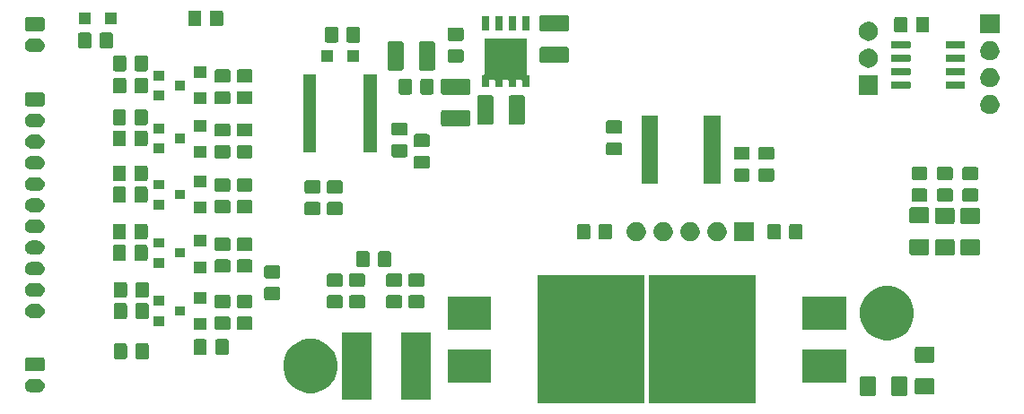
<source format=gbr>
G04 #@! TF.GenerationSoftware,KiCad,Pcbnew,5.1.5-52549c5~84~ubuntu18.04.1*
G04 #@! TF.CreationDate,2020-01-22T13:17:15+02:00*
G04 #@! TF.ProjectId,bms_10s,626d735f-3130-4732-9e6b-696361645f70,rev?*
G04 #@! TF.SameCoordinates,Original*
G04 #@! TF.FileFunction,Soldermask,Top*
G04 #@! TF.FilePolarity,Negative*
%FSLAX46Y46*%
G04 Gerber Fmt 4.6, Leading zero omitted, Abs format (unit mm)*
G04 Created by KiCad (PCBNEW 5.1.5-52549c5~84~ubuntu18.04.1) date 2020-01-22 13:17:15*
%MOMM*%
%LPD*%
G04 APERTURE LIST*
%ADD10C,0.100000*%
G04 APERTURE END LIST*
D10*
G36*
X95051000Y-58751000D02*
G01*
X84949000Y-58751000D01*
X84949000Y-46649000D01*
X95051000Y-46649000D01*
X95051000Y-58751000D01*
G37*
G36*
X84551000Y-58751000D02*
G01*
X74449000Y-58751000D01*
X74449000Y-46649000D01*
X84551000Y-46649000D01*
X84551000Y-58751000D01*
G37*
G36*
X58801000Y-58351000D02*
G01*
X55999000Y-58351000D01*
X55999000Y-52049000D01*
X58801000Y-52049000D01*
X58801000Y-58351000D01*
G37*
G36*
X64401000Y-58351000D02*
G01*
X61599000Y-58351000D01*
X61599000Y-52049000D01*
X64401000Y-52049000D01*
X64401000Y-58351000D01*
G37*
G36*
X109163062Y-56178181D02*
G01*
X109197981Y-56188774D01*
X109230163Y-56205976D01*
X109258373Y-56229127D01*
X109281524Y-56257337D01*
X109298726Y-56289519D01*
X109309319Y-56324438D01*
X109313500Y-56366895D01*
X109313500Y-57833105D01*
X109309319Y-57875562D01*
X109298726Y-57910481D01*
X109281524Y-57942663D01*
X109258373Y-57970873D01*
X109230163Y-57994024D01*
X109197981Y-58011226D01*
X109163062Y-58021819D01*
X109120605Y-58026000D01*
X107979395Y-58026000D01*
X107936938Y-58021819D01*
X107902019Y-58011226D01*
X107869837Y-57994024D01*
X107841627Y-57970873D01*
X107818476Y-57942663D01*
X107801274Y-57910481D01*
X107790681Y-57875562D01*
X107786500Y-57833105D01*
X107786500Y-56366895D01*
X107790681Y-56324438D01*
X107801274Y-56289519D01*
X107818476Y-56257337D01*
X107841627Y-56229127D01*
X107869837Y-56205976D01*
X107902019Y-56188774D01*
X107936938Y-56178181D01*
X107979395Y-56174000D01*
X109120605Y-56174000D01*
X109163062Y-56178181D01*
G37*
G36*
X106188062Y-56178181D02*
G01*
X106222981Y-56188774D01*
X106255163Y-56205976D01*
X106283373Y-56229127D01*
X106306524Y-56257337D01*
X106323726Y-56289519D01*
X106334319Y-56324438D01*
X106338500Y-56366895D01*
X106338500Y-57833105D01*
X106334319Y-57875562D01*
X106323726Y-57910481D01*
X106306524Y-57942663D01*
X106283373Y-57970873D01*
X106255163Y-57994024D01*
X106222981Y-58011226D01*
X106188062Y-58021819D01*
X106145605Y-58026000D01*
X105004395Y-58026000D01*
X104961938Y-58021819D01*
X104927019Y-58011226D01*
X104894837Y-57994024D01*
X104866627Y-57970873D01*
X104843476Y-57942663D01*
X104826274Y-57910481D01*
X104815681Y-57875562D01*
X104811500Y-57833105D01*
X104811500Y-56366895D01*
X104815681Y-56324438D01*
X104826274Y-56289519D01*
X104843476Y-56257337D01*
X104866627Y-56229127D01*
X104894837Y-56205976D01*
X104927019Y-56188774D01*
X104961938Y-56178181D01*
X105004395Y-56174000D01*
X106145605Y-56174000D01*
X106188062Y-56178181D01*
G37*
G36*
X111725562Y-56340681D02*
G01*
X111760481Y-56351274D01*
X111792663Y-56368476D01*
X111820873Y-56391627D01*
X111844024Y-56419837D01*
X111861226Y-56452019D01*
X111871819Y-56486938D01*
X111876000Y-56529395D01*
X111876000Y-57670605D01*
X111871819Y-57713062D01*
X111861226Y-57747981D01*
X111844024Y-57780163D01*
X111820873Y-57808373D01*
X111792663Y-57831524D01*
X111760481Y-57848726D01*
X111725562Y-57859319D01*
X111683105Y-57863500D01*
X110216895Y-57863500D01*
X110174438Y-57859319D01*
X110139519Y-57848726D01*
X110107337Y-57831524D01*
X110079127Y-57808373D01*
X110055976Y-57780163D01*
X110038774Y-57747981D01*
X110028181Y-57713062D01*
X110024000Y-57670605D01*
X110024000Y-56529395D01*
X110028181Y-56486938D01*
X110038774Y-56452019D01*
X110055976Y-56419837D01*
X110079127Y-56391627D01*
X110107337Y-56368476D01*
X110139519Y-56351274D01*
X110174438Y-56340681D01*
X110216895Y-56336500D01*
X111683105Y-56336500D01*
X111725562Y-56340681D01*
G37*
G36*
X53744098Y-52747033D02*
G01*
X54164510Y-52921173D01*
X54208352Y-52939333D01*
X54626168Y-53218509D01*
X54981491Y-53573832D01*
X55260667Y-53991648D01*
X55260668Y-53991650D01*
X55452967Y-54455902D01*
X55551000Y-54948747D01*
X55551000Y-55451253D01*
X55452967Y-55944098D01*
X55267595Y-56391627D01*
X55260667Y-56408352D01*
X54981491Y-56826168D01*
X54626168Y-57181491D01*
X54208352Y-57460667D01*
X54208351Y-57460668D01*
X54208350Y-57460668D01*
X53744098Y-57652967D01*
X53251253Y-57751000D01*
X52748747Y-57751000D01*
X52255902Y-57652967D01*
X51791650Y-57460668D01*
X51791649Y-57460668D01*
X51791648Y-57460667D01*
X51373832Y-57181491D01*
X51018509Y-56826168D01*
X50739333Y-56408352D01*
X50732405Y-56391627D01*
X50547033Y-55944098D01*
X50449000Y-55451253D01*
X50449000Y-54948747D01*
X50547033Y-54455902D01*
X50739332Y-53991650D01*
X50739333Y-53991648D01*
X51018509Y-53573832D01*
X51373832Y-53218509D01*
X51791648Y-52939333D01*
X51835490Y-52921173D01*
X52255902Y-52747033D01*
X52748747Y-52649000D01*
X53251253Y-52649000D01*
X53744098Y-52747033D01*
G37*
G36*
X27338855Y-56402140D02*
G01*
X27402618Y-56408420D01*
X27493404Y-56435960D01*
X27525336Y-56445646D01*
X27638425Y-56506094D01*
X27737554Y-56587446D01*
X27818906Y-56686575D01*
X27879354Y-56799664D01*
X27879355Y-56799668D01*
X27916580Y-56922382D01*
X27929149Y-57050000D01*
X27916580Y-57177618D01*
X27915405Y-57181491D01*
X27879354Y-57300336D01*
X27818906Y-57413425D01*
X27737554Y-57512554D01*
X27638425Y-57593906D01*
X27525336Y-57654354D01*
X27493404Y-57664040D01*
X27402618Y-57691580D01*
X27338855Y-57697860D01*
X27306974Y-57701000D01*
X26693026Y-57701000D01*
X26661145Y-57697860D01*
X26597382Y-57691580D01*
X26506596Y-57664040D01*
X26474664Y-57654354D01*
X26361575Y-57593906D01*
X26262446Y-57512554D01*
X26181094Y-57413425D01*
X26120646Y-57300336D01*
X26084595Y-57181491D01*
X26083420Y-57177618D01*
X26070851Y-57050000D01*
X26083420Y-56922382D01*
X26120645Y-56799668D01*
X26120646Y-56799664D01*
X26181094Y-56686575D01*
X26262446Y-56587446D01*
X26361575Y-56506094D01*
X26474664Y-56445646D01*
X26506596Y-56435960D01*
X26597382Y-56408420D01*
X26661145Y-56402140D01*
X26693026Y-56399000D01*
X27306974Y-56399000D01*
X27338855Y-56402140D01*
G37*
G36*
X70051000Y-56751000D02*
G01*
X65949000Y-56751000D01*
X65949000Y-53649000D01*
X70051000Y-53649000D01*
X70051000Y-56751000D01*
G37*
G36*
X103551000Y-56751000D02*
G01*
X99449000Y-56751000D01*
X99449000Y-53649000D01*
X103551000Y-53649000D01*
X103551000Y-56751000D01*
G37*
G36*
X27766242Y-54403404D02*
G01*
X27803337Y-54414657D01*
X27837515Y-54432925D01*
X27867481Y-54457519D01*
X27892075Y-54487485D01*
X27910343Y-54521663D01*
X27921596Y-54558758D01*
X27926000Y-54603474D01*
X27926000Y-55496526D01*
X27921596Y-55541242D01*
X27910343Y-55578337D01*
X27892075Y-55612515D01*
X27867481Y-55642481D01*
X27837515Y-55667075D01*
X27803337Y-55685343D01*
X27766242Y-55696596D01*
X27721526Y-55701000D01*
X26278474Y-55701000D01*
X26233758Y-55696596D01*
X26196663Y-55685343D01*
X26162485Y-55667075D01*
X26132519Y-55642481D01*
X26107925Y-55612515D01*
X26089657Y-55578337D01*
X26078404Y-55541242D01*
X26074000Y-55496526D01*
X26074000Y-54603474D01*
X26078404Y-54558758D01*
X26089657Y-54521663D01*
X26107925Y-54487485D01*
X26132519Y-54457519D01*
X26162485Y-54432925D01*
X26196663Y-54414657D01*
X26233758Y-54403404D01*
X26278474Y-54399000D01*
X27721526Y-54399000D01*
X27766242Y-54403404D01*
G37*
G36*
X111725562Y-53365681D02*
G01*
X111760481Y-53376274D01*
X111792663Y-53393476D01*
X111820873Y-53416627D01*
X111844024Y-53444837D01*
X111861226Y-53477019D01*
X111871819Y-53511938D01*
X111876000Y-53554395D01*
X111876000Y-54695605D01*
X111871819Y-54738062D01*
X111861226Y-54772981D01*
X111844024Y-54805163D01*
X111820873Y-54833373D01*
X111792663Y-54856524D01*
X111760481Y-54873726D01*
X111725562Y-54884319D01*
X111683105Y-54888500D01*
X110216895Y-54888500D01*
X110174438Y-54884319D01*
X110139519Y-54873726D01*
X110107337Y-54856524D01*
X110079127Y-54833373D01*
X110055976Y-54805163D01*
X110038774Y-54772981D01*
X110028181Y-54738062D01*
X110024000Y-54695605D01*
X110024000Y-53554395D01*
X110028181Y-53511938D01*
X110038774Y-53477019D01*
X110055976Y-53444837D01*
X110079127Y-53416627D01*
X110107337Y-53393476D01*
X110139519Y-53376274D01*
X110174438Y-53365681D01*
X110216895Y-53361500D01*
X111683105Y-53361500D01*
X111725562Y-53365681D01*
G37*
G36*
X35538674Y-53053465D02*
G01*
X35576367Y-53064899D01*
X35611103Y-53083466D01*
X35641548Y-53108452D01*
X35666534Y-53138897D01*
X35685101Y-53173633D01*
X35696535Y-53211326D01*
X35701000Y-53256661D01*
X35701000Y-54343339D01*
X35696535Y-54388674D01*
X35685101Y-54426367D01*
X35666534Y-54461103D01*
X35641548Y-54491548D01*
X35611103Y-54516534D01*
X35576367Y-54535101D01*
X35538674Y-54546535D01*
X35493339Y-54551000D01*
X34656661Y-54551000D01*
X34611326Y-54546535D01*
X34573633Y-54535101D01*
X34538897Y-54516534D01*
X34508452Y-54491548D01*
X34483466Y-54461103D01*
X34464899Y-54426367D01*
X34453465Y-54388674D01*
X34449000Y-54343339D01*
X34449000Y-53256661D01*
X34453465Y-53211326D01*
X34464899Y-53173633D01*
X34483466Y-53138897D01*
X34508452Y-53108452D01*
X34538897Y-53083466D01*
X34573633Y-53064899D01*
X34611326Y-53053465D01*
X34656661Y-53049000D01*
X35493339Y-53049000D01*
X35538674Y-53053465D01*
G37*
G36*
X37588674Y-53053465D02*
G01*
X37626367Y-53064899D01*
X37661103Y-53083466D01*
X37691548Y-53108452D01*
X37716534Y-53138897D01*
X37735101Y-53173633D01*
X37746535Y-53211326D01*
X37751000Y-53256661D01*
X37751000Y-54343339D01*
X37746535Y-54388674D01*
X37735101Y-54426367D01*
X37716534Y-54461103D01*
X37691548Y-54491548D01*
X37661103Y-54516534D01*
X37626367Y-54535101D01*
X37588674Y-54546535D01*
X37543339Y-54551000D01*
X36706661Y-54551000D01*
X36661326Y-54546535D01*
X36623633Y-54535101D01*
X36588897Y-54516534D01*
X36558452Y-54491548D01*
X36533466Y-54461103D01*
X36514899Y-54426367D01*
X36503465Y-54388674D01*
X36499000Y-54343339D01*
X36499000Y-53256661D01*
X36503465Y-53211326D01*
X36514899Y-53173633D01*
X36533466Y-53138897D01*
X36558452Y-53108452D01*
X36588897Y-53083466D01*
X36623633Y-53064899D01*
X36661326Y-53053465D01*
X36706661Y-53049000D01*
X37543339Y-53049000D01*
X37588674Y-53053465D01*
G37*
G36*
X45113674Y-52653465D02*
G01*
X45151367Y-52664899D01*
X45186103Y-52683466D01*
X45216548Y-52708452D01*
X45241534Y-52738897D01*
X45260101Y-52773633D01*
X45271535Y-52811326D01*
X45276000Y-52856661D01*
X45276000Y-53943339D01*
X45271535Y-53988674D01*
X45260101Y-54026367D01*
X45241534Y-54061103D01*
X45216548Y-54091548D01*
X45186103Y-54116534D01*
X45151367Y-54135101D01*
X45113674Y-54146535D01*
X45068339Y-54151000D01*
X44231661Y-54151000D01*
X44186326Y-54146535D01*
X44148633Y-54135101D01*
X44113897Y-54116534D01*
X44083452Y-54091548D01*
X44058466Y-54061103D01*
X44039899Y-54026367D01*
X44028465Y-53988674D01*
X44024000Y-53943339D01*
X44024000Y-52856661D01*
X44028465Y-52811326D01*
X44039899Y-52773633D01*
X44058466Y-52738897D01*
X44083452Y-52708452D01*
X44113897Y-52683466D01*
X44148633Y-52664899D01*
X44186326Y-52653465D01*
X44231661Y-52649000D01*
X45068339Y-52649000D01*
X45113674Y-52653465D01*
G37*
G36*
X43063674Y-52653465D02*
G01*
X43101367Y-52664899D01*
X43136103Y-52683466D01*
X43166548Y-52708452D01*
X43191534Y-52738897D01*
X43210101Y-52773633D01*
X43221535Y-52811326D01*
X43226000Y-52856661D01*
X43226000Y-53943339D01*
X43221535Y-53988674D01*
X43210101Y-54026367D01*
X43191534Y-54061103D01*
X43166548Y-54091548D01*
X43136103Y-54116534D01*
X43101367Y-54135101D01*
X43063674Y-54146535D01*
X43018339Y-54151000D01*
X42181661Y-54151000D01*
X42136326Y-54146535D01*
X42098633Y-54135101D01*
X42063897Y-54116534D01*
X42033452Y-54091548D01*
X42008466Y-54061103D01*
X41989899Y-54026367D01*
X41978465Y-53988674D01*
X41974000Y-53943339D01*
X41974000Y-52856661D01*
X41978465Y-52811326D01*
X41989899Y-52773633D01*
X42008466Y-52738897D01*
X42033452Y-52708452D01*
X42063897Y-52683466D01*
X42098633Y-52664899D01*
X42136326Y-52653465D01*
X42181661Y-52649000D01*
X43018339Y-52649000D01*
X43063674Y-52653465D01*
G37*
G36*
X108144098Y-47747033D02*
G01*
X108608350Y-47939332D01*
X108608352Y-47939333D01*
X109026168Y-48218509D01*
X109381491Y-48573832D01*
X109647228Y-48971535D01*
X109660668Y-48991650D01*
X109852967Y-49455902D01*
X109951000Y-49948747D01*
X109951000Y-50451253D01*
X109852967Y-50944098D01*
X109663712Y-51401000D01*
X109660667Y-51408352D01*
X109381491Y-51826168D01*
X109026168Y-52181491D01*
X108608352Y-52460667D01*
X108608351Y-52460668D01*
X108608350Y-52460668D01*
X108144098Y-52652967D01*
X107651253Y-52751000D01*
X107148747Y-52751000D01*
X106655902Y-52652967D01*
X106191650Y-52460668D01*
X106191649Y-52460668D01*
X106191648Y-52460667D01*
X105773832Y-52181491D01*
X105418509Y-51826168D01*
X105139333Y-51408352D01*
X105136288Y-51401000D01*
X104947033Y-50944098D01*
X104849000Y-50451253D01*
X104849000Y-49948747D01*
X104947033Y-49455902D01*
X105139332Y-48991650D01*
X105152772Y-48971535D01*
X105418509Y-48573832D01*
X105773832Y-48218509D01*
X106191648Y-47939333D01*
X106191650Y-47939332D01*
X106655902Y-47747033D01*
X107148747Y-47649000D01*
X107651253Y-47649000D01*
X108144098Y-47747033D01*
G37*
G36*
X43151000Y-51801000D02*
G01*
X42049000Y-51801000D01*
X42049000Y-50699000D01*
X43151000Y-50699000D01*
X43151000Y-51801000D01*
G37*
G36*
X47388674Y-50528465D02*
G01*
X47426367Y-50539899D01*
X47461103Y-50558466D01*
X47491548Y-50583452D01*
X47516534Y-50613897D01*
X47535101Y-50648633D01*
X47546535Y-50686326D01*
X47551000Y-50731661D01*
X47551000Y-51568339D01*
X47546535Y-51613674D01*
X47535101Y-51651367D01*
X47516534Y-51686103D01*
X47491548Y-51716548D01*
X47461103Y-51741534D01*
X47426367Y-51760101D01*
X47388674Y-51771535D01*
X47343339Y-51776000D01*
X46256661Y-51776000D01*
X46211326Y-51771535D01*
X46173633Y-51760101D01*
X46138897Y-51741534D01*
X46108452Y-51716548D01*
X46083466Y-51686103D01*
X46064899Y-51651367D01*
X46053465Y-51613674D01*
X46049000Y-51568339D01*
X46049000Y-50731661D01*
X46053465Y-50686326D01*
X46064899Y-50648633D01*
X46083466Y-50613897D01*
X46108452Y-50583452D01*
X46138897Y-50558466D01*
X46173633Y-50539899D01*
X46211326Y-50528465D01*
X46256661Y-50524000D01*
X47343339Y-50524000D01*
X47388674Y-50528465D01*
G37*
G36*
X45288674Y-50528465D02*
G01*
X45326367Y-50539899D01*
X45361103Y-50558466D01*
X45391548Y-50583452D01*
X45416534Y-50613897D01*
X45435101Y-50648633D01*
X45446535Y-50686326D01*
X45451000Y-50731661D01*
X45451000Y-51568339D01*
X45446535Y-51613674D01*
X45435101Y-51651367D01*
X45416534Y-51686103D01*
X45391548Y-51716548D01*
X45361103Y-51741534D01*
X45326367Y-51760101D01*
X45288674Y-51771535D01*
X45243339Y-51776000D01*
X44156661Y-51776000D01*
X44111326Y-51771535D01*
X44073633Y-51760101D01*
X44038897Y-51741534D01*
X44008452Y-51716548D01*
X43983466Y-51686103D01*
X43964899Y-51651367D01*
X43953465Y-51613674D01*
X43949000Y-51568339D01*
X43949000Y-50731661D01*
X43953465Y-50686326D01*
X43964899Y-50648633D01*
X43983466Y-50613897D01*
X44008452Y-50583452D01*
X44038897Y-50558466D01*
X44073633Y-50539899D01*
X44111326Y-50528465D01*
X44156661Y-50524000D01*
X45243339Y-50524000D01*
X45288674Y-50528465D01*
G37*
G36*
X70051000Y-51751000D02*
G01*
X65949000Y-51751000D01*
X65949000Y-48649000D01*
X70051000Y-48649000D01*
X70051000Y-51751000D01*
G37*
G36*
X103551000Y-51751000D02*
G01*
X99449000Y-51751000D01*
X99449000Y-48649000D01*
X103551000Y-48649000D01*
X103551000Y-51751000D01*
G37*
G36*
X39201000Y-51401000D02*
G01*
X38199000Y-51401000D01*
X38199000Y-50499000D01*
X39201000Y-50499000D01*
X39201000Y-51401000D01*
G37*
G36*
X37588674Y-49253465D02*
G01*
X37626367Y-49264899D01*
X37661103Y-49283466D01*
X37691548Y-49308452D01*
X37716534Y-49338897D01*
X37735101Y-49373633D01*
X37746535Y-49411326D01*
X37751000Y-49456661D01*
X37751000Y-50543339D01*
X37746535Y-50588674D01*
X37735101Y-50626367D01*
X37716534Y-50661103D01*
X37691548Y-50691548D01*
X37661103Y-50716534D01*
X37626367Y-50735101D01*
X37588674Y-50746535D01*
X37543339Y-50751000D01*
X36706661Y-50751000D01*
X36661326Y-50746535D01*
X36623633Y-50735101D01*
X36588897Y-50716534D01*
X36558452Y-50691548D01*
X36533466Y-50661103D01*
X36514899Y-50626367D01*
X36503465Y-50588674D01*
X36499000Y-50543339D01*
X36499000Y-49456661D01*
X36503465Y-49411326D01*
X36514899Y-49373633D01*
X36533466Y-49338897D01*
X36558452Y-49308452D01*
X36588897Y-49283466D01*
X36623633Y-49264899D01*
X36661326Y-49253465D01*
X36706661Y-49249000D01*
X37543339Y-49249000D01*
X37588674Y-49253465D01*
G37*
G36*
X35538674Y-49253465D02*
G01*
X35576367Y-49264899D01*
X35611103Y-49283466D01*
X35641548Y-49308452D01*
X35666534Y-49338897D01*
X35685101Y-49373633D01*
X35696535Y-49411326D01*
X35701000Y-49456661D01*
X35701000Y-50543339D01*
X35696535Y-50588674D01*
X35685101Y-50626367D01*
X35666534Y-50661103D01*
X35641548Y-50691548D01*
X35611103Y-50716534D01*
X35576367Y-50735101D01*
X35538674Y-50746535D01*
X35493339Y-50751000D01*
X34656661Y-50751000D01*
X34611326Y-50746535D01*
X34573633Y-50735101D01*
X34538897Y-50716534D01*
X34508452Y-50691548D01*
X34483466Y-50661103D01*
X34464899Y-50626367D01*
X34453465Y-50588674D01*
X34449000Y-50543339D01*
X34449000Y-49456661D01*
X34453465Y-49411326D01*
X34464899Y-49373633D01*
X34483466Y-49338897D01*
X34508452Y-49308452D01*
X34538897Y-49283466D01*
X34573633Y-49264899D01*
X34611326Y-49253465D01*
X34656661Y-49249000D01*
X35493339Y-49249000D01*
X35538674Y-49253465D01*
G37*
G36*
X27338855Y-49352140D02*
G01*
X27402618Y-49358420D01*
X27493404Y-49385960D01*
X27525336Y-49395646D01*
X27638425Y-49456094D01*
X27737554Y-49537446D01*
X27818906Y-49636575D01*
X27879354Y-49749664D01*
X27879355Y-49749668D01*
X27916580Y-49872382D01*
X27929149Y-50000000D01*
X27916580Y-50127618D01*
X27889040Y-50218404D01*
X27879354Y-50250336D01*
X27818906Y-50363425D01*
X27737554Y-50462554D01*
X27638425Y-50543906D01*
X27525336Y-50604354D01*
X27493876Y-50613897D01*
X27402618Y-50641580D01*
X27338855Y-50647860D01*
X27306974Y-50651000D01*
X26693026Y-50651000D01*
X26661145Y-50647860D01*
X26597382Y-50641580D01*
X26506124Y-50613897D01*
X26474664Y-50604354D01*
X26361575Y-50543906D01*
X26262446Y-50462554D01*
X26181094Y-50363425D01*
X26120646Y-50250336D01*
X26110960Y-50218404D01*
X26083420Y-50127618D01*
X26070851Y-50000000D01*
X26083420Y-49872382D01*
X26120645Y-49749668D01*
X26120646Y-49749664D01*
X26181094Y-49636575D01*
X26262446Y-49537446D01*
X26361575Y-49456094D01*
X26474664Y-49395646D01*
X26506596Y-49385960D01*
X26597382Y-49358420D01*
X26661145Y-49352140D01*
X26693026Y-49349000D01*
X27306974Y-49349000D01*
X27338855Y-49352140D01*
G37*
G36*
X41201000Y-50451000D02*
G01*
X40199000Y-50451000D01*
X40199000Y-49549000D01*
X41201000Y-49549000D01*
X41201000Y-50451000D01*
G37*
G36*
X61488674Y-48503465D02*
G01*
X61526367Y-48514899D01*
X61561103Y-48533466D01*
X61591548Y-48558452D01*
X61616534Y-48588897D01*
X61635101Y-48623633D01*
X61646535Y-48661326D01*
X61651000Y-48706661D01*
X61651000Y-49543339D01*
X61646535Y-49588674D01*
X61635101Y-49626367D01*
X61616534Y-49661103D01*
X61591548Y-49691548D01*
X61561103Y-49716534D01*
X61526367Y-49735101D01*
X61488674Y-49746535D01*
X61443339Y-49751000D01*
X60356661Y-49751000D01*
X60311326Y-49746535D01*
X60273633Y-49735101D01*
X60238897Y-49716534D01*
X60208452Y-49691548D01*
X60183466Y-49661103D01*
X60164899Y-49626367D01*
X60153465Y-49588674D01*
X60149000Y-49543339D01*
X60149000Y-48706661D01*
X60153465Y-48661326D01*
X60164899Y-48623633D01*
X60183466Y-48588897D01*
X60208452Y-48558452D01*
X60238897Y-48533466D01*
X60273633Y-48514899D01*
X60311326Y-48503465D01*
X60356661Y-48499000D01*
X61443339Y-48499000D01*
X61488674Y-48503465D01*
G37*
G36*
X55888674Y-48503465D02*
G01*
X55926367Y-48514899D01*
X55961103Y-48533466D01*
X55991548Y-48558452D01*
X56016534Y-48588897D01*
X56035101Y-48623633D01*
X56046535Y-48661326D01*
X56051000Y-48706661D01*
X56051000Y-49543339D01*
X56046535Y-49588674D01*
X56035101Y-49626367D01*
X56016534Y-49661103D01*
X55991548Y-49691548D01*
X55961103Y-49716534D01*
X55926367Y-49735101D01*
X55888674Y-49746535D01*
X55843339Y-49751000D01*
X54756661Y-49751000D01*
X54711326Y-49746535D01*
X54673633Y-49735101D01*
X54638897Y-49716534D01*
X54608452Y-49691548D01*
X54583466Y-49661103D01*
X54564899Y-49626367D01*
X54553465Y-49588674D01*
X54549000Y-49543339D01*
X54549000Y-48706661D01*
X54553465Y-48661326D01*
X54564899Y-48623633D01*
X54583466Y-48588897D01*
X54608452Y-48558452D01*
X54638897Y-48533466D01*
X54673633Y-48514899D01*
X54711326Y-48503465D01*
X54756661Y-48499000D01*
X55843339Y-48499000D01*
X55888674Y-48503465D01*
G37*
G36*
X57988674Y-48503465D02*
G01*
X58026367Y-48514899D01*
X58061103Y-48533466D01*
X58091548Y-48558452D01*
X58116534Y-48588897D01*
X58135101Y-48623633D01*
X58146535Y-48661326D01*
X58151000Y-48706661D01*
X58151000Y-49543339D01*
X58146535Y-49588674D01*
X58135101Y-49626367D01*
X58116534Y-49661103D01*
X58091548Y-49691548D01*
X58061103Y-49716534D01*
X58026367Y-49735101D01*
X57988674Y-49746535D01*
X57943339Y-49751000D01*
X56856661Y-49751000D01*
X56811326Y-49746535D01*
X56773633Y-49735101D01*
X56738897Y-49716534D01*
X56708452Y-49691548D01*
X56683466Y-49661103D01*
X56664899Y-49626367D01*
X56653465Y-49588674D01*
X56649000Y-49543339D01*
X56649000Y-48706661D01*
X56653465Y-48661326D01*
X56664899Y-48623633D01*
X56683466Y-48588897D01*
X56708452Y-48558452D01*
X56738897Y-48533466D01*
X56773633Y-48514899D01*
X56811326Y-48503465D01*
X56856661Y-48499000D01*
X57943339Y-48499000D01*
X57988674Y-48503465D01*
G37*
G36*
X63588674Y-48503465D02*
G01*
X63626367Y-48514899D01*
X63661103Y-48533466D01*
X63691548Y-48558452D01*
X63716534Y-48588897D01*
X63735101Y-48623633D01*
X63746535Y-48661326D01*
X63751000Y-48706661D01*
X63751000Y-49543339D01*
X63746535Y-49588674D01*
X63735101Y-49626367D01*
X63716534Y-49661103D01*
X63691548Y-49691548D01*
X63661103Y-49716534D01*
X63626367Y-49735101D01*
X63588674Y-49746535D01*
X63543339Y-49751000D01*
X62456661Y-49751000D01*
X62411326Y-49746535D01*
X62373633Y-49735101D01*
X62338897Y-49716534D01*
X62308452Y-49691548D01*
X62283466Y-49661103D01*
X62264899Y-49626367D01*
X62253465Y-49588674D01*
X62249000Y-49543339D01*
X62249000Y-48706661D01*
X62253465Y-48661326D01*
X62264899Y-48623633D01*
X62283466Y-48588897D01*
X62308452Y-48558452D01*
X62338897Y-48533466D01*
X62373633Y-48514899D01*
X62411326Y-48503465D01*
X62456661Y-48499000D01*
X63543339Y-48499000D01*
X63588674Y-48503465D01*
G37*
G36*
X47388674Y-48478465D02*
G01*
X47426367Y-48489899D01*
X47461103Y-48508466D01*
X47491548Y-48533452D01*
X47516534Y-48563897D01*
X47535101Y-48598633D01*
X47546535Y-48636326D01*
X47551000Y-48681661D01*
X47551000Y-49518339D01*
X47546535Y-49563674D01*
X47535101Y-49601367D01*
X47516534Y-49636103D01*
X47491548Y-49666548D01*
X47461103Y-49691534D01*
X47426367Y-49710101D01*
X47388674Y-49721535D01*
X47343339Y-49726000D01*
X46256661Y-49726000D01*
X46211326Y-49721535D01*
X46173633Y-49710101D01*
X46138897Y-49691534D01*
X46108452Y-49666548D01*
X46083466Y-49636103D01*
X46064899Y-49601367D01*
X46053465Y-49563674D01*
X46049000Y-49518339D01*
X46049000Y-48681661D01*
X46053465Y-48636326D01*
X46064899Y-48598633D01*
X46083466Y-48563897D01*
X46108452Y-48533452D01*
X46138897Y-48508466D01*
X46173633Y-48489899D01*
X46211326Y-48478465D01*
X46256661Y-48474000D01*
X47343339Y-48474000D01*
X47388674Y-48478465D01*
G37*
G36*
X45288674Y-48478465D02*
G01*
X45326367Y-48489899D01*
X45361103Y-48508466D01*
X45391548Y-48533452D01*
X45416534Y-48563897D01*
X45435101Y-48598633D01*
X45446535Y-48636326D01*
X45451000Y-48681661D01*
X45451000Y-49518339D01*
X45446535Y-49563674D01*
X45435101Y-49601367D01*
X45416534Y-49636103D01*
X45391548Y-49666548D01*
X45361103Y-49691534D01*
X45326367Y-49710101D01*
X45288674Y-49721535D01*
X45243339Y-49726000D01*
X44156661Y-49726000D01*
X44111326Y-49721535D01*
X44073633Y-49710101D01*
X44038897Y-49691534D01*
X44008452Y-49666548D01*
X43983466Y-49636103D01*
X43964899Y-49601367D01*
X43953465Y-49563674D01*
X43949000Y-49518339D01*
X43949000Y-48681661D01*
X43953465Y-48636326D01*
X43964899Y-48598633D01*
X43983466Y-48563897D01*
X44008452Y-48533452D01*
X44038897Y-48508466D01*
X44073633Y-48489899D01*
X44111326Y-48478465D01*
X44156661Y-48474000D01*
X45243339Y-48474000D01*
X45288674Y-48478465D01*
G37*
G36*
X39201000Y-49501000D02*
G01*
X38199000Y-49501000D01*
X38199000Y-48599000D01*
X39201000Y-48599000D01*
X39201000Y-49501000D01*
G37*
G36*
X43151000Y-49301000D02*
G01*
X42049000Y-49301000D01*
X42049000Y-48199000D01*
X43151000Y-48199000D01*
X43151000Y-49301000D01*
G37*
G36*
X49988674Y-47728465D02*
G01*
X50026367Y-47739899D01*
X50061103Y-47758466D01*
X50091548Y-47783452D01*
X50116534Y-47813897D01*
X50135101Y-47848633D01*
X50146535Y-47886326D01*
X50151000Y-47931661D01*
X50151000Y-48768339D01*
X50146535Y-48813674D01*
X50135101Y-48851367D01*
X50116534Y-48886103D01*
X50091548Y-48916548D01*
X50061103Y-48941534D01*
X50026367Y-48960101D01*
X49988674Y-48971535D01*
X49943339Y-48976000D01*
X48856661Y-48976000D01*
X48811326Y-48971535D01*
X48773633Y-48960101D01*
X48738897Y-48941534D01*
X48708452Y-48916548D01*
X48683466Y-48886103D01*
X48664899Y-48851367D01*
X48653465Y-48813674D01*
X48649000Y-48768339D01*
X48649000Y-47931661D01*
X48653465Y-47886326D01*
X48664899Y-47848633D01*
X48683466Y-47813897D01*
X48708452Y-47783452D01*
X48738897Y-47758466D01*
X48773633Y-47739899D01*
X48811326Y-47728465D01*
X48856661Y-47724000D01*
X49943339Y-47724000D01*
X49988674Y-47728465D01*
G37*
G36*
X35538674Y-47253465D02*
G01*
X35576367Y-47264899D01*
X35611103Y-47283466D01*
X35641548Y-47308452D01*
X35666534Y-47338897D01*
X35685101Y-47373633D01*
X35696535Y-47411326D01*
X35701000Y-47456661D01*
X35701000Y-48543339D01*
X35696535Y-48588674D01*
X35685101Y-48626367D01*
X35666534Y-48661103D01*
X35641548Y-48691548D01*
X35611103Y-48716534D01*
X35576367Y-48735101D01*
X35538674Y-48746535D01*
X35493339Y-48751000D01*
X34656661Y-48751000D01*
X34611326Y-48746535D01*
X34573633Y-48735101D01*
X34538897Y-48716534D01*
X34508452Y-48691548D01*
X34483466Y-48661103D01*
X34464899Y-48626367D01*
X34453465Y-48588674D01*
X34449000Y-48543339D01*
X34449000Y-47456661D01*
X34453465Y-47411326D01*
X34464899Y-47373633D01*
X34483466Y-47338897D01*
X34508452Y-47308452D01*
X34538897Y-47283466D01*
X34573633Y-47264899D01*
X34611326Y-47253465D01*
X34656661Y-47249000D01*
X35493339Y-47249000D01*
X35538674Y-47253465D01*
G37*
G36*
X37588674Y-47253465D02*
G01*
X37626367Y-47264899D01*
X37661103Y-47283466D01*
X37691548Y-47308452D01*
X37716534Y-47338897D01*
X37735101Y-47373633D01*
X37746535Y-47411326D01*
X37751000Y-47456661D01*
X37751000Y-48543339D01*
X37746535Y-48588674D01*
X37735101Y-48626367D01*
X37716534Y-48661103D01*
X37691548Y-48691548D01*
X37661103Y-48716534D01*
X37626367Y-48735101D01*
X37588674Y-48746535D01*
X37543339Y-48751000D01*
X36706661Y-48751000D01*
X36661326Y-48746535D01*
X36623633Y-48735101D01*
X36588897Y-48716534D01*
X36558452Y-48691548D01*
X36533466Y-48661103D01*
X36514899Y-48626367D01*
X36503465Y-48588674D01*
X36499000Y-48543339D01*
X36499000Y-47456661D01*
X36503465Y-47411326D01*
X36514899Y-47373633D01*
X36533466Y-47338897D01*
X36558452Y-47308452D01*
X36588897Y-47283466D01*
X36623633Y-47264899D01*
X36661326Y-47253465D01*
X36706661Y-47249000D01*
X37543339Y-47249000D01*
X37588674Y-47253465D01*
G37*
G36*
X27338855Y-47352140D02*
G01*
X27402618Y-47358420D01*
X27493404Y-47385960D01*
X27525336Y-47395646D01*
X27638425Y-47456094D01*
X27737554Y-47537446D01*
X27818906Y-47636575D01*
X27879354Y-47749664D01*
X27879355Y-47749668D01*
X27916580Y-47872382D01*
X27929149Y-48000000D01*
X27916580Y-48127618D01*
X27894926Y-48199000D01*
X27879354Y-48250336D01*
X27818906Y-48363425D01*
X27737554Y-48462554D01*
X27638425Y-48543906D01*
X27525336Y-48604354D01*
X27493404Y-48614040D01*
X27402618Y-48641580D01*
X27338855Y-48647860D01*
X27306974Y-48651000D01*
X26693026Y-48651000D01*
X26661145Y-48647860D01*
X26597382Y-48641580D01*
X26506596Y-48614040D01*
X26474664Y-48604354D01*
X26361575Y-48543906D01*
X26262446Y-48462554D01*
X26181094Y-48363425D01*
X26120646Y-48250336D01*
X26105074Y-48199000D01*
X26083420Y-48127618D01*
X26070851Y-48000000D01*
X26083420Y-47872382D01*
X26120645Y-47749668D01*
X26120646Y-47749664D01*
X26181094Y-47636575D01*
X26262446Y-47537446D01*
X26361575Y-47456094D01*
X26474664Y-47395646D01*
X26506596Y-47385960D01*
X26597382Y-47358420D01*
X26661145Y-47352140D01*
X26693026Y-47349000D01*
X27306974Y-47349000D01*
X27338855Y-47352140D01*
G37*
G36*
X63588674Y-46453465D02*
G01*
X63626367Y-46464899D01*
X63661103Y-46483466D01*
X63691548Y-46508452D01*
X63716534Y-46538897D01*
X63735101Y-46573633D01*
X63746535Y-46611326D01*
X63751000Y-46656661D01*
X63751000Y-47493339D01*
X63746535Y-47538674D01*
X63735101Y-47576367D01*
X63716534Y-47611103D01*
X63691548Y-47641548D01*
X63661103Y-47666534D01*
X63626367Y-47685101D01*
X63588674Y-47696535D01*
X63543339Y-47701000D01*
X62456661Y-47701000D01*
X62411326Y-47696535D01*
X62373633Y-47685101D01*
X62338897Y-47666534D01*
X62308452Y-47641548D01*
X62283466Y-47611103D01*
X62264899Y-47576367D01*
X62253465Y-47538674D01*
X62249000Y-47493339D01*
X62249000Y-46656661D01*
X62253465Y-46611326D01*
X62264899Y-46573633D01*
X62283466Y-46538897D01*
X62308452Y-46508452D01*
X62338897Y-46483466D01*
X62373633Y-46464899D01*
X62411326Y-46453465D01*
X62456661Y-46449000D01*
X63543339Y-46449000D01*
X63588674Y-46453465D01*
G37*
G36*
X61488674Y-46453465D02*
G01*
X61526367Y-46464899D01*
X61561103Y-46483466D01*
X61591548Y-46508452D01*
X61616534Y-46538897D01*
X61635101Y-46573633D01*
X61646535Y-46611326D01*
X61651000Y-46656661D01*
X61651000Y-47493339D01*
X61646535Y-47538674D01*
X61635101Y-47576367D01*
X61616534Y-47611103D01*
X61591548Y-47641548D01*
X61561103Y-47666534D01*
X61526367Y-47685101D01*
X61488674Y-47696535D01*
X61443339Y-47701000D01*
X60356661Y-47701000D01*
X60311326Y-47696535D01*
X60273633Y-47685101D01*
X60238897Y-47666534D01*
X60208452Y-47641548D01*
X60183466Y-47611103D01*
X60164899Y-47576367D01*
X60153465Y-47538674D01*
X60149000Y-47493339D01*
X60149000Y-46656661D01*
X60153465Y-46611326D01*
X60164899Y-46573633D01*
X60183466Y-46538897D01*
X60208452Y-46508452D01*
X60238897Y-46483466D01*
X60273633Y-46464899D01*
X60311326Y-46453465D01*
X60356661Y-46449000D01*
X61443339Y-46449000D01*
X61488674Y-46453465D01*
G37*
G36*
X57988674Y-46453465D02*
G01*
X58026367Y-46464899D01*
X58061103Y-46483466D01*
X58091548Y-46508452D01*
X58116534Y-46538897D01*
X58135101Y-46573633D01*
X58146535Y-46611326D01*
X58151000Y-46656661D01*
X58151000Y-47493339D01*
X58146535Y-47538674D01*
X58135101Y-47576367D01*
X58116534Y-47611103D01*
X58091548Y-47641548D01*
X58061103Y-47666534D01*
X58026367Y-47685101D01*
X57988674Y-47696535D01*
X57943339Y-47701000D01*
X56856661Y-47701000D01*
X56811326Y-47696535D01*
X56773633Y-47685101D01*
X56738897Y-47666534D01*
X56708452Y-47641548D01*
X56683466Y-47611103D01*
X56664899Y-47576367D01*
X56653465Y-47538674D01*
X56649000Y-47493339D01*
X56649000Y-46656661D01*
X56653465Y-46611326D01*
X56664899Y-46573633D01*
X56683466Y-46538897D01*
X56708452Y-46508452D01*
X56738897Y-46483466D01*
X56773633Y-46464899D01*
X56811326Y-46453465D01*
X56856661Y-46449000D01*
X57943339Y-46449000D01*
X57988674Y-46453465D01*
G37*
G36*
X55888674Y-46453465D02*
G01*
X55926367Y-46464899D01*
X55961103Y-46483466D01*
X55991548Y-46508452D01*
X56016534Y-46538897D01*
X56035101Y-46573633D01*
X56046535Y-46611326D01*
X56051000Y-46656661D01*
X56051000Y-47493339D01*
X56046535Y-47538674D01*
X56035101Y-47576367D01*
X56016534Y-47611103D01*
X55991548Y-47641548D01*
X55961103Y-47666534D01*
X55926367Y-47685101D01*
X55888674Y-47696535D01*
X55843339Y-47701000D01*
X54756661Y-47701000D01*
X54711326Y-47696535D01*
X54673633Y-47685101D01*
X54638897Y-47666534D01*
X54608452Y-47641548D01*
X54583466Y-47611103D01*
X54564899Y-47576367D01*
X54553465Y-47538674D01*
X54549000Y-47493339D01*
X54549000Y-46656661D01*
X54553465Y-46611326D01*
X54564899Y-46573633D01*
X54583466Y-46538897D01*
X54608452Y-46508452D01*
X54638897Y-46483466D01*
X54673633Y-46464899D01*
X54711326Y-46453465D01*
X54756661Y-46449000D01*
X55843339Y-46449000D01*
X55888674Y-46453465D01*
G37*
G36*
X49988674Y-45678465D02*
G01*
X50026367Y-45689899D01*
X50061103Y-45708466D01*
X50091548Y-45733452D01*
X50116534Y-45763897D01*
X50135101Y-45798633D01*
X50146535Y-45836326D01*
X50151000Y-45881661D01*
X50151000Y-46718339D01*
X50146535Y-46763674D01*
X50135101Y-46801367D01*
X50116534Y-46836103D01*
X50091548Y-46866548D01*
X50061103Y-46891534D01*
X50026367Y-46910101D01*
X49988674Y-46921535D01*
X49943339Y-46926000D01*
X48856661Y-46926000D01*
X48811326Y-46921535D01*
X48773633Y-46910101D01*
X48738897Y-46891534D01*
X48708452Y-46866548D01*
X48683466Y-46836103D01*
X48664899Y-46801367D01*
X48653465Y-46763674D01*
X48649000Y-46718339D01*
X48649000Y-45881661D01*
X48653465Y-45836326D01*
X48664899Y-45798633D01*
X48683466Y-45763897D01*
X48708452Y-45733452D01*
X48738897Y-45708466D01*
X48773633Y-45689899D01*
X48811326Y-45678465D01*
X48856661Y-45674000D01*
X49943339Y-45674000D01*
X49988674Y-45678465D01*
G37*
G36*
X27338855Y-45352140D02*
G01*
X27402618Y-45358420D01*
X27493404Y-45385960D01*
X27525336Y-45395646D01*
X27638425Y-45456094D01*
X27737554Y-45537446D01*
X27818906Y-45636575D01*
X27879354Y-45749664D01*
X27879355Y-45749668D01*
X27916580Y-45872382D01*
X27929149Y-46000000D01*
X27916580Y-46127618D01*
X27904227Y-46168339D01*
X27879354Y-46250336D01*
X27818906Y-46363425D01*
X27737554Y-46462554D01*
X27638425Y-46543906D01*
X27525336Y-46604354D01*
X27502352Y-46611326D01*
X27402618Y-46641580D01*
X27338855Y-46647860D01*
X27306974Y-46651000D01*
X26693026Y-46651000D01*
X26661145Y-46647860D01*
X26597382Y-46641580D01*
X26497648Y-46611326D01*
X26474664Y-46604354D01*
X26361575Y-46543906D01*
X26262446Y-46462554D01*
X26181094Y-46363425D01*
X26120646Y-46250336D01*
X26095773Y-46168339D01*
X26083420Y-46127618D01*
X26070851Y-46000000D01*
X26083420Y-45872382D01*
X26120645Y-45749668D01*
X26120646Y-45749664D01*
X26181094Y-45636575D01*
X26262446Y-45537446D01*
X26361575Y-45456094D01*
X26474664Y-45395646D01*
X26506596Y-45385960D01*
X26597382Y-45358420D01*
X26661145Y-45352140D01*
X26693026Y-45349000D01*
X27306974Y-45349000D01*
X27338855Y-45352140D01*
G37*
G36*
X43151000Y-46401000D02*
G01*
X42049000Y-46401000D01*
X42049000Y-45299000D01*
X43151000Y-45299000D01*
X43151000Y-46401000D01*
G37*
G36*
X47388674Y-45128465D02*
G01*
X47426367Y-45139899D01*
X47461103Y-45158466D01*
X47491548Y-45183452D01*
X47516534Y-45213897D01*
X47535101Y-45248633D01*
X47546535Y-45286326D01*
X47551000Y-45331661D01*
X47551000Y-46168339D01*
X47546535Y-46213674D01*
X47535101Y-46251367D01*
X47516534Y-46286103D01*
X47491548Y-46316548D01*
X47461103Y-46341534D01*
X47426367Y-46360101D01*
X47388674Y-46371535D01*
X47343339Y-46376000D01*
X46256661Y-46376000D01*
X46211326Y-46371535D01*
X46173633Y-46360101D01*
X46138897Y-46341534D01*
X46108452Y-46316548D01*
X46083466Y-46286103D01*
X46064899Y-46251367D01*
X46053465Y-46213674D01*
X46049000Y-46168339D01*
X46049000Y-45331661D01*
X46053465Y-45286326D01*
X46064899Y-45248633D01*
X46083466Y-45213897D01*
X46108452Y-45183452D01*
X46138897Y-45158466D01*
X46173633Y-45139899D01*
X46211326Y-45128465D01*
X46256661Y-45124000D01*
X47343339Y-45124000D01*
X47388674Y-45128465D01*
G37*
G36*
X45288674Y-45128465D02*
G01*
X45326367Y-45139899D01*
X45361103Y-45158466D01*
X45391548Y-45183452D01*
X45416534Y-45213897D01*
X45435101Y-45248633D01*
X45446535Y-45286326D01*
X45451000Y-45331661D01*
X45451000Y-46168339D01*
X45446535Y-46213674D01*
X45435101Y-46251367D01*
X45416534Y-46286103D01*
X45391548Y-46316548D01*
X45361103Y-46341534D01*
X45326367Y-46360101D01*
X45288674Y-46371535D01*
X45243339Y-46376000D01*
X44156661Y-46376000D01*
X44111326Y-46371535D01*
X44073633Y-46360101D01*
X44038897Y-46341534D01*
X44008452Y-46316548D01*
X43983466Y-46286103D01*
X43964899Y-46251367D01*
X43953465Y-46213674D01*
X43949000Y-46168339D01*
X43949000Y-45331661D01*
X43953465Y-45286326D01*
X43964899Y-45248633D01*
X43983466Y-45213897D01*
X44008452Y-45183452D01*
X44038897Y-45158466D01*
X44073633Y-45139899D01*
X44111326Y-45128465D01*
X44156661Y-45124000D01*
X45243339Y-45124000D01*
X45288674Y-45128465D01*
G37*
G36*
X39201000Y-45901000D02*
G01*
X38199000Y-45901000D01*
X38199000Y-44999000D01*
X39201000Y-44999000D01*
X39201000Y-45901000D01*
G37*
G36*
X60463674Y-44353465D02*
G01*
X60501367Y-44364899D01*
X60536103Y-44383466D01*
X60566548Y-44408452D01*
X60591534Y-44438897D01*
X60610101Y-44473633D01*
X60621535Y-44511326D01*
X60626000Y-44556661D01*
X60626000Y-45643339D01*
X60621535Y-45688674D01*
X60610101Y-45726367D01*
X60591534Y-45761103D01*
X60566548Y-45791548D01*
X60536103Y-45816534D01*
X60501367Y-45835101D01*
X60463674Y-45846535D01*
X60418339Y-45851000D01*
X59581661Y-45851000D01*
X59536326Y-45846535D01*
X59498633Y-45835101D01*
X59463897Y-45816534D01*
X59433452Y-45791548D01*
X59408466Y-45761103D01*
X59389899Y-45726367D01*
X59378465Y-45688674D01*
X59374000Y-45643339D01*
X59374000Y-44556661D01*
X59378465Y-44511326D01*
X59389899Y-44473633D01*
X59408466Y-44438897D01*
X59433452Y-44408452D01*
X59463897Y-44383466D01*
X59498633Y-44364899D01*
X59536326Y-44353465D01*
X59581661Y-44349000D01*
X60418339Y-44349000D01*
X60463674Y-44353465D01*
G37*
G36*
X58413674Y-44353465D02*
G01*
X58451367Y-44364899D01*
X58486103Y-44383466D01*
X58516548Y-44408452D01*
X58541534Y-44438897D01*
X58560101Y-44473633D01*
X58571535Y-44511326D01*
X58576000Y-44556661D01*
X58576000Y-45643339D01*
X58571535Y-45688674D01*
X58560101Y-45726367D01*
X58541534Y-45761103D01*
X58516548Y-45791548D01*
X58486103Y-45816534D01*
X58451367Y-45835101D01*
X58413674Y-45846535D01*
X58368339Y-45851000D01*
X57531661Y-45851000D01*
X57486326Y-45846535D01*
X57448633Y-45835101D01*
X57413897Y-45816534D01*
X57383452Y-45791548D01*
X57358466Y-45761103D01*
X57339899Y-45726367D01*
X57328465Y-45688674D01*
X57324000Y-45643339D01*
X57324000Y-44556661D01*
X57328465Y-44511326D01*
X57339899Y-44473633D01*
X57358466Y-44438897D01*
X57383452Y-44408452D01*
X57413897Y-44383466D01*
X57448633Y-44364899D01*
X57486326Y-44353465D01*
X57531661Y-44349000D01*
X58368339Y-44349000D01*
X58413674Y-44353465D01*
G37*
G36*
X35438674Y-43753465D02*
G01*
X35476367Y-43764899D01*
X35511103Y-43783466D01*
X35541548Y-43808452D01*
X35566534Y-43838897D01*
X35585101Y-43873633D01*
X35596535Y-43911326D01*
X35601000Y-43956661D01*
X35601000Y-45043339D01*
X35596535Y-45088674D01*
X35585101Y-45126367D01*
X35566534Y-45161103D01*
X35541548Y-45191548D01*
X35511103Y-45216534D01*
X35476367Y-45235101D01*
X35438674Y-45246535D01*
X35393339Y-45251000D01*
X34556661Y-45251000D01*
X34511326Y-45246535D01*
X34473633Y-45235101D01*
X34438897Y-45216534D01*
X34408452Y-45191548D01*
X34383466Y-45161103D01*
X34364899Y-45126367D01*
X34353465Y-45088674D01*
X34349000Y-45043339D01*
X34349000Y-43956661D01*
X34353465Y-43911326D01*
X34364899Y-43873633D01*
X34383466Y-43838897D01*
X34408452Y-43808452D01*
X34438897Y-43783466D01*
X34473633Y-43764899D01*
X34511326Y-43753465D01*
X34556661Y-43749000D01*
X35393339Y-43749000D01*
X35438674Y-43753465D01*
G37*
G36*
X37488674Y-43753465D02*
G01*
X37526367Y-43764899D01*
X37561103Y-43783466D01*
X37591548Y-43808452D01*
X37616534Y-43838897D01*
X37635101Y-43873633D01*
X37646535Y-43911326D01*
X37651000Y-43956661D01*
X37651000Y-45043339D01*
X37646535Y-45088674D01*
X37635101Y-45126367D01*
X37616534Y-45161103D01*
X37591548Y-45191548D01*
X37561103Y-45216534D01*
X37526367Y-45235101D01*
X37488674Y-45246535D01*
X37443339Y-45251000D01*
X36606661Y-45251000D01*
X36561326Y-45246535D01*
X36523633Y-45235101D01*
X36488897Y-45216534D01*
X36458452Y-45191548D01*
X36433466Y-45161103D01*
X36414899Y-45126367D01*
X36403465Y-45088674D01*
X36399000Y-45043339D01*
X36399000Y-43956661D01*
X36403465Y-43911326D01*
X36414899Y-43873633D01*
X36433466Y-43838897D01*
X36458452Y-43808452D01*
X36488897Y-43783466D01*
X36523633Y-43764899D01*
X36561326Y-43753465D01*
X36606661Y-43749000D01*
X37443339Y-43749000D01*
X37488674Y-43753465D01*
G37*
G36*
X41201000Y-44951000D02*
G01*
X40199000Y-44951000D01*
X40199000Y-44049000D01*
X41201000Y-44049000D01*
X41201000Y-44951000D01*
G37*
G36*
X113625562Y-43215681D02*
G01*
X113660481Y-43226274D01*
X113692663Y-43243476D01*
X113720873Y-43266627D01*
X113744024Y-43294837D01*
X113761226Y-43327019D01*
X113771819Y-43361938D01*
X113776000Y-43404395D01*
X113776000Y-44545605D01*
X113771819Y-44588062D01*
X113761226Y-44622981D01*
X113744024Y-44655163D01*
X113720873Y-44683373D01*
X113692663Y-44706524D01*
X113660481Y-44723726D01*
X113625562Y-44734319D01*
X113583105Y-44738500D01*
X112116895Y-44738500D01*
X112074438Y-44734319D01*
X112039519Y-44723726D01*
X112007337Y-44706524D01*
X111979127Y-44683373D01*
X111955976Y-44655163D01*
X111938774Y-44622981D01*
X111928181Y-44588062D01*
X111924000Y-44545605D01*
X111924000Y-43404395D01*
X111928181Y-43361938D01*
X111938774Y-43327019D01*
X111955976Y-43294837D01*
X111979127Y-43266627D01*
X112007337Y-43243476D01*
X112039519Y-43226274D01*
X112074438Y-43215681D01*
X112116895Y-43211500D01*
X113583105Y-43211500D01*
X113625562Y-43215681D01*
G37*
G36*
X116025562Y-43215681D02*
G01*
X116060481Y-43226274D01*
X116092663Y-43243476D01*
X116120873Y-43266627D01*
X116144024Y-43294837D01*
X116161226Y-43327019D01*
X116171819Y-43361938D01*
X116176000Y-43404395D01*
X116176000Y-44545605D01*
X116171819Y-44588062D01*
X116161226Y-44622981D01*
X116144024Y-44655163D01*
X116120873Y-44683373D01*
X116092663Y-44706524D01*
X116060481Y-44723726D01*
X116025562Y-44734319D01*
X115983105Y-44738500D01*
X114516895Y-44738500D01*
X114474438Y-44734319D01*
X114439519Y-44723726D01*
X114407337Y-44706524D01*
X114379127Y-44683373D01*
X114355976Y-44655163D01*
X114338774Y-44622981D01*
X114328181Y-44588062D01*
X114324000Y-44545605D01*
X114324000Y-43404395D01*
X114328181Y-43361938D01*
X114338774Y-43327019D01*
X114355976Y-43294837D01*
X114379127Y-43266627D01*
X114407337Y-43243476D01*
X114439519Y-43226274D01*
X114474438Y-43215681D01*
X114516895Y-43211500D01*
X115983105Y-43211500D01*
X116025562Y-43215681D01*
G37*
G36*
X111225562Y-43190681D02*
G01*
X111260481Y-43201274D01*
X111292663Y-43218476D01*
X111320873Y-43241627D01*
X111344024Y-43269837D01*
X111361226Y-43302019D01*
X111371819Y-43336938D01*
X111376000Y-43379395D01*
X111376000Y-44520605D01*
X111371819Y-44563062D01*
X111361226Y-44597981D01*
X111344024Y-44630163D01*
X111320873Y-44658373D01*
X111292663Y-44681524D01*
X111260481Y-44698726D01*
X111225562Y-44709319D01*
X111183105Y-44713500D01*
X109716895Y-44713500D01*
X109674438Y-44709319D01*
X109639519Y-44698726D01*
X109607337Y-44681524D01*
X109579127Y-44658373D01*
X109555976Y-44630163D01*
X109538774Y-44597981D01*
X109528181Y-44563062D01*
X109524000Y-44520605D01*
X109524000Y-43379395D01*
X109528181Y-43336938D01*
X109538774Y-43302019D01*
X109555976Y-43269837D01*
X109579127Y-43241627D01*
X109607337Y-43218476D01*
X109639519Y-43201274D01*
X109674438Y-43190681D01*
X109716895Y-43186500D01*
X111183105Y-43186500D01*
X111225562Y-43190681D01*
G37*
G36*
X27336174Y-43351876D02*
G01*
X27402618Y-43358420D01*
X27471763Y-43379395D01*
X27525336Y-43395646D01*
X27638425Y-43456094D01*
X27737554Y-43537446D01*
X27818906Y-43636575D01*
X27879354Y-43749664D01*
X27879355Y-43749668D01*
X27916580Y-43872382D01*
X27929149Y-44000000D01*
X27916580Y-44127618D01*
X27905642Y-44163674D01*
X27879354Y-44250336D01*
X27818906Y-44363425D01*
X27737554Y-44462554D01*
X27638425Y-44543906D01*
X27525336Y-44604354D01*
X27493404Y-44614040D01*
X27402618Y-44641580D01*
X27338855Y-44647860D01*
X27306974Y-44651000D01*
X26693026Y-44651000D01*
X26661145Y-44647860D01*
X26597382Y-44641580D01*
X26506596Y-44614040D01*
X26474664Y-44604354D01*
X26361575Y-44543906D01*
X26262446Y-44462554D01*
X26181094Y-44363425D01*
X26120646Y-44250336D01*
X26094358Y-44163674D01*
X26083420Y-44127618D01*
X26070851Y-44000000D01*
X26083420Y-43872382D01*
X26120645Y-43749668D01*
X26120646Y-43749664D01*
X26181094Y-43636575D01*
X26262446Y-43537446D01*
X26361575Y-43456094D01*
X26474664Y-43395646D01*
X26528237Y-43379395D01*
X26597382Y-43358420D01*
X26663826Y-43351876D01*
X26693026Y-43349000D01*
X27306974Y-43349000D01*
X27336174Y-43351876D01*
G37*
G36*
X45288674Y-43078465D02*
G01*
X45326367Y-43089899D01*
X45361103Y-43108466D01*
X45391548Y-43133452D01*
X45416534Y-43163897D01*
X45435101Y-43198633D01*
X45446535Y-43236326D01*
X45451000Y-43281661D01*
X45451000Y-44118339D01*
X45446535Y-44163674D01*
X45435101Y-44201367D01*
X45416534Y-44236103D01*
X45391548Y-44266548D01*
X45361103Y-44291534D01*
X45326367Y-44310101D01*
X45288674Y-44321535D01*
X45243339Y-44326000D01*
X44156661Y-44326000D01*
X44111326Y-44321535D01*
X44073633Y-44310101D01*
X44038897Y-44291534D01*
X44008452Y-44266548D01*
X43983466Y-44236103D01*
X43964899Y-44201367D01*
X43953465Y-44163674D01*
X43949000Y-44118339D01*
X43949000Y-43281661D01*
X43953465Y-43236326D01*
X43964899Y-43198633D01*
X43983466Y-43163897D01*
X44008452Y-43133452D01*
X44038897Y-43108466D01*
X44073633Y-43089899D01*
X44111326Y-43078465D01*
X44156661Y-43074000D01*
X45243339Y-43074000D01*
X45288674Y-43078465D01*
G37*
G36*
X47388674Y-43078465D02*
G01*
X47426367Y-43089899D01*
X47461103Y-43108466D01*
X47491548Y-43133452D01*
X47516534Y-43163897D01*
X47535101Y-43198633D01*
X47546535Y-43236326D01*
X47551000Y-43281661D01*
X47551000Y-44118339D01*
X47546535Y-44163674D01*
X47535101Y-44201367D01*
X47516534Y-44236103D01*
X47491548Y-44266548D01*
X47461103Y-44291534D01*
X47426367Y-44310101D01*
X47388674Y-44321535D01*
X47343339Y-44326000D01*
X46256661Y-44326000D01*
X46211326Y-44321535D01*
X46173633Y-44310101D01*
X46138897Y-44291534D01*
X46108452Y-44266548D01*
X46083466Y-44236103D01*
X46064899Y-44201367D01*
X46053465Y-44163674D01*
X46049000Y-44118339D01*
X46049000Y-43281661D01*
X46053465Y-43236326D01*
X46064899Y-43198633D01*
X46083466Y-43163897D01*
X46108452Y-43133452D01*
X46138897Y-43108466D01*
X46173633Y-43089899D01*
X46211326Y-43078465D01*
X46256661Y-43074000D01*
X47343339Y-43074000D01*
X47388674Y-43078465D01*
G37*
G36*
X39201000Y-44001000D02*
G01*
X38199000Y-44001000D01*
X38199000Y-43099000D01*
X39201000Y-43099000D01*
X39201000Y-44001000D01*
G37*
G36*
X43151000Y-43901000D02*
G01*
X42049000Y-43901000D01*
X42049000Y-42799000D01*
X43151000Y-42799000D01*
X43151000Y-43901000D01*
G37*
G36*
X86393512Y-41603927D02*
G01*
X86542812Y-41633624D01*
X86706784Y-41701544D01*
X86854354Y-41800147D01*
X86979853Y-41925646D01*
X87078456Y-42073216D01*
X87146376Y-42237188D01*
X87176073Y-42386488D01*
X87181000Y-42411258D01*
X87181000Y-42588742D01*
X87177894Y-42604355D01*
X87146376Y-42762812D01*
X87078456Y-42926784D01*
X86979853Y-43074354D01*
X86854354Y-43199853D01*
X86706784Y-43298456D01*
X86542812Y-43366376D01*
X86395663Y-43395645D01*
X86368742Y-43401000D01*
X86191258Y-43401000D01*
X86164337Y-43395645D01*
X86017188Y-43366376D01*
X85853216Y-43298456D01*
X85705646Y-43199853D01*
X85580147Y-43074354D01*
X85481544Y-42926784D01*
X85413624Y-42762812D01*
X85382106Y-42604355D01*
X85379000Y-42588742D01*
X85379000Y-42411258D01*
X85383927Y-42386488D01*
X85413624Y-42237188D01*
X85481544Y-42073216D01*
X85580147Y-41925646D01*
X85705646Y-41800147D01*
X85853216Y-41701544D01*
X86017188Y-41633624D01*
X86166488Y-41603927D01*
X86191258Y-41599000D01*
X86368742Y-41599000D01*
X86393512Y-41603927D01*
G37*
G36*
X94801000Y-43401000D02*
G01*
X92999000Y-43401000D01*
X92999000Y-41599000D01*
X94801000Y-41599000D01*
X94801000Y-43401000D01*
G37*
G36*
X91473512Y-41603927D02*
G01*
X91622812Y-41633624D01*
X91786784Y-41701544D01*
X91934354Y-41800147D01*
X92059853Y-41925646D01*
X92158456Y-42073216D01*
X92226376Y-42237188D01*
X92256073Y-42386488D01*
X92261000Y-42411258D01*
X92261000Y-42588742D01*
X92257894Y-42604355D01*
X92226376Y-42762812D01*
X92158456Y-42926784D01*
X92059853Y-43074354D01*
X91934354Y-43199853D01*
X91786784Y-43298456D01*
X91622812Y-43366376D01*
X91475663Y-43395645D01*
X91448742Y-43401000D01*
X91271258Y-43401000D01*
X91244337Y-43395645D01*
X91097188Y-43366376D01*
X90933216Y-43298456D01*
X90785646Y-43199853D01*
X90660147Y-43074354D01*
X90561544Y-42926784D01*
X90493624Y-42762812D01*
X90462106Y-42604355D01*
X90459000Y-42588742D01*
X90459000Y-42411258D01*
X90463927Y-42386488D01*
X90493624Y-42237188D01*
X90561544Y-42073216D01*
X90660147Y-41925646D01*
X90785646Y-41800147D01*
X90933216Y-41701544D01*
X91097188Y-41633624D01*
X91246488Y-41603927D01*
X91271258Y-41599000D01*
X91448742Y-41599000D01*
X91473512Y-41603927D01*
G37*
G36*
X83853512Y-41603927D02*
G01*
X84002812Y-41633624D01*
X84166784Y-41701544D01*
X84314354Y-41800147D01*
X84439853Y-41925646D01*
X84538456Y-42073216D01*
X84606376Y-42237188D01*
X84636073Y-42386488D01*
X84641000Y-42411258D01*
X84641000Y-42588742D01*
X84637894Y-42604355D01*
X84606376Y-42762812D01*
X84538456Y-42926784D01*
X84439853Y-43074354D01*
X84314354Y-43199853D01*
X84166784Y-43298456D01*
X84002812Y-43366376D01*
X83855663Y-43395645D01*
X83828742Y-43401000D01*
X83651258Y-43401000D01*
X83624337Y-43395645D01*
X83477188Y-43366376D01*
X83313216Y-43298456D01*
X83165646Y-43199853D01*
X83040147Y-43074354D01*
X82941544Y-42926784D01*
X82873624Y-42762812D01*
X82842106Y-42604355D01*
X82839000Y-42588742D01*
X82839000Y-42411258D01*
X82843927Y-42386488D01*
X82873624Y-42237188D01*
X82941544Y-42073216D01*
X83040147Y-41925646D01*
X83165646Y-41800147D01*
X83313216Y-41701544D01*
X83477188Y-41633624D01*
X83626488Y-41603927D01*
X83651258Y-41599000D01*
X83828742Y-41599000D01*
X83853512Y-41603927D01*
G37*
G36*
X88933512Y-41603927D02*
G01*
X89082812Y-41633624D01*
X89246784Y-41701544D01*
X89394354Y-41800147D01*
X89519853Y-41925646D01*
X89618456Y-42073216D01*
X89686376Y-42237188D01*
X89716073Y-42386488D01*
X89721000Y-42411258D01*
X89721000Y-42588742D01*
X89717894Y-42604355D01*
X89686376Y-42762812D01*
X89618456Y-42926784D01*
X89519853Y-43074354D01*
X89394354Y-43199853D01*
X89246784Y-43298456D01*
X89082812Y-43366376D01*
X88935663Y-43395645D01*
X88908742Y-43401000D01*
X88731258Y-43401000D01*
X88704337Y-43395645D01*
X88557188Y-43366376D01*
X88393216Y-43298456D01*
X88245646Y-43199853D01*
X88120147Y-43074354D01*
X88021544Y-42926784D01*
X87953624Y-42762812D01*
X87922106Y-42604355D01*
X87919000Y-42588742D01*
X87919000Y-42411258D01*
X87923927Y-42386488D01*
X87953624Y-42237188D01*
X88021544Y-42073216D01*
X88120147Y-41925646D01*
X88245646Y-41800147D01*
X88393216Y-41701544D01*
X88557188Y-41633624D01*
X88706488Y-41603927D01*
X88731258Y-41599000D01*
X88908742Y-41599000D01*
X88933512Y-41603927D01*
G37*
G36*
X99263674Y-41753465D02*
G01*
X99301367Y-41764899D01*
X99336103Y-41783466D01*
X99366548Y-41808452D01*
X99391534Y-41838897D01*
X99410101Y-41873633D01*
X99421535Y-41911326D01*
X99426000Y-41956661D01*
X99426000Y-43043339D01*
X99421535Y-43088674D01*
X99410101Y-43126367D01*
X99391534Y-43161103D01*
X99366548Y-43191548D01*
X99336103Y-43216534D01*
X99301367Y-43235101D01*
X99263674Y-43246535D01*
X99218339Y-43251000D01*
X98381661Y-43251000D01*
X98336326Y-43246535D01*
X98298633Y-43235101D01*
X98263897Y-43216534D01*
X98233452Y-43191548D01*
X98208466Y-43161103D01*
X98189899Y-43126367D01*
X98178465Y-43088674D01*
X98174000Y-43043339D01*
X98174000Y-41956661D01*
X98178465Y-41911326D01*
X98189899Y-41873633D01*
X98208466Y-41838897D01*
X98233452Y-41808452D01*
X98263897Y-41783466D01*
X98298633Y-41764899D01*
X98336326Y-41753465D01*
X98381661Y-41749000D01*
X99218339Y-41749000D01*
X99263674Y-41753465D01*
G37*
G36*
X97213674Y-41753465D02*
G01*
X97251367Y-41764899D01*
X97286103Y-41783466D01*
X97316548Y-41808452D01*
X97341534Y-41838897D01*
X97360101Y-41873633D01*
X97371535Y-41911326D01*
X97376000Y-41956661D01*
X97376000Y-43043339D01*
X97371535Y-43088674D01*
X97360101Y-43126367D01*
X97341534Y-43161103D01*
X97316548Y-43191548D01*
X97286103Y-43216534D01*
X97251367Y-43235101D01*
X97213674Y-43246535D01*
X97168339Y-43251000D01*
X96331661Y-43251000D01*
X96286326Y-43246535D01*
X96248633Y-43235101D01*
X96213897Y-43216534D01*
X96183452Y-43191548D01*
X96158466Y-43161103D01*
X96139899Y-43126367D01*
X96128465Y-43088674D01*
X96124000Y-43043339D01*
X96124000Y-41956661D01*
X96128465Y-41911326D01*
X96139899Y-41873633D01*
X96158466Y-41838897D01*
X96183452Y-41808452D01*
X96213897Y-41783466D01*
X96248633Y-41764899D01*
X96286326Y-41753465D01*
X96331661Y-41749000D01*
X97168339Y-41749000D01*
X97213674Y-41753465D01*
G37*
G36*
X81288674Y-41753465D02*
G01*
X81326367Y-41764899D01*
X81361103Y-41783466D01*
X81391548Y-41808452D01*
X81416534Y-41838897D01*
X81435101Y-41873633D01*
X81446535Y-41911326D01*
X81451000Y-41956661D01*
X81451000Y-43043339D01*
X81446535Y-43088674D01*
X81435101Y-43126367D01*
X81416534Y-43161103D01*
X81391548Y-43191548D01*
X81361103Y-43216534D01*
X81326367Y-43235101D01*
X81288674Y-43246535D01*
X81243339Y-43251000D01*
X80406661Y-43251000D01*
X80361326Y-43246535D01*
X80323633Y-43235101D01*
X80288897Y-43216534D01*
X80258452Y-43191548D01*
X80233466Y-43161103D01*
X80214899Y-43126367D01*
X80203465Y-43088674D01*
X80199000Y-43043339D01*
X80199000Y-41956661D01*
X80203465Y-41911326D01*
X80214899Y-41873633D01*
X80233466Y-41838897D01*
X80258452Y-41808452D01*
X80288897Y-41783466D01*
X80323633Y-41764899D01*
X80361326Y-41753465D01*
X80406661Y-41749000D01*
X81243339Y-41749000D01*
X81288674Y-41753465D01*
G37*
G36*
X79238674Y-41753465D02*
G01*
X79276367Y-41764899D01*
X79311103Y-41783466D01*
X79341548Y-41808452D01*
X79366534Y-41838897D01*
X79385101Y-41873633D01*
X79396535Y-41911326D01*
X79401000Y-41956661D01*
X79401000Y-43043339D01*
X79396535Y-43088674D01*
X79385101Y-43126367D01*
X79366534Y-43161103D01*
X79341548Y-43191548D01*
X79311103Y-43216534D01*
X79276367Y-43235101D01*
X79238674Y-43246535D01*
X79193339Y-43251000D01*
X78356661Y-43251000D01*
X78311326Y-43246535D01*
X78273633Y-43235101D01*
X78238897Y-43216534D01*
X78208452Y-43191548D01*
X78183466Y-43161103D01*
X78164899Y-43126367D01*
X78153465Y-43088674D01*
X78149000Y-43043339D01*
X78149000Y-41956661D01*
X78153465Y-41911326D01*
X78164899Y-41873633D01*
X78183466Y-41838897D01*
X78208452Y-41808452D01*
X78238897Y-41783466D01*
X78273633Y-41764899D01*
X78311326Y-41753465D01*
X78356661Y-41749000D01*
X79193339Y-41749000D01*
X79238674Y-41753465D01*
G37*
G36*
X37488674Y-41753465D02*
G01*
X37526367Y-41764899D01*
X37561103Y-41783466D01*
X37591548Y-41808452D01*
X37616534Y-41838897D01*
X37635101Y-41873633D01*
X37646535Y-41911326D01*
X37651000Y-41956661D01*
X37651000Y-43043339D01*
X37646535Y-43088674D01*
X37635101Y-43126367D01*
X37616534Y-43161103D01*
X37591548Y-43191548D01*
X37561103Y-43216534D01*
X37526367Y-43235101D01*
X37488674Y-43246535D01*
X37443339Y-43251000D01*
X36606661Y-43251000D01*
X36561326Y-43246535D01*
X36523633Y-43235101D01*
X36488897Y-43216534D01*
X36458452Y-43191548D01*
X36433466Y-43161103D01*
X36414899Y-43126367D01*
X36403465Y-43088674D01*
X36399000Y-43043339D01*
X36399000Y-41956661D01*
X36403465Y-41911326D01*
X36414899Y-41873633D01*
X36433466Y-41838897D01*
X36458452Y-41808452D01*
X36488897Y-41783466D01*
X36523633Y-41764899D01*
X36561326Y-41753465D01*
X36606661Y-41749000D01*
X37443339Y-41749000D01*
X37488674Y-41753465D01*
G37*
G36*
X35438674Y-41753465D02*
G01*
X35476367Y-41764899D01*
X35511103Y-41783466D01*
X35541548Y-41808452D01*
X35566534Y-41838897D01*
X35585101Y-41873633D01*
X35596535Y-41911326D01*
X35601000Y-41956661D01*
X35601000Y-43043339D01*
X35596535Y-43088674D01*
X35585101Y-43126367D01*
X35566534Y-43161103D01*
X35541548Y-43191548D01*
X35511103Y-43216534D01*
X35476367Y-43235101D01*
X35438674Y-43246535D01*
X35393339Y-43251000D01*
X34556661Y-43251000D01*
X34511326Y-43246535D01*
X34473633Y-43235101D01*
X34438897Y-43216534D01*
X34408452Y-43191548D01*
X34383466Y-43161103D01*
X34364899Y-43126367D01*
X34353465Y-43088674D01*
X34349000Y-43043339D01*
X34349000Y-41956661D01*
X34353465Y-41911326D01*
X34364899Y-41873633D01*
X34383466Y-41838897D01*
X34408452Y-41808452D01*
X34438897Y-41783466D01*
X34473633Y-41764899D01*
X34511326Y-41753465D01*
X34556661Y-41749000D01*
X35393339Y-41749000D01*
X35438674Y-41753465D01*
G37*
G36*
X27338855Y-41352140D02*
G01*
X27402618Y-41358420D01*
X27493404Y-41385960D01*
X27525336Y-41395646D01*
X27638425Y-41456094D01*
X27737554Y-41537446D01*
X27818906Y-41636575D01*
X27879354Y-41749664D01*
X27879355Y-41749668D01*
X27916580Y-41872382D01*
X27929149Y-42000000D01*
X27916580Y-42127618D01*
X27889040Y-42218404D01*
X27879354Y-42250336D01*
X27818906Y-42363425D01*
X27737554Y-42462554D01*
X27638425Y-42543906D01*
X27525336Y-42604354D01*
X27493404Y-42614040D01*
X27402618Y-42641580D01*
X27338855Y-42647860D01*
X27306974Y-42651000D01*
X26693026Y-42651000D01*
X26661145Y-42647860D01*
X26597382Y-42641580D01*
X26506596Y-42614040D01*
X26474664Y-42604354D01*
X26361575Y-42543906D01*
X26262446Y-42462554D01*
X26181094Y-42363425D01*
X26120646Y-42250336D01*
X26110960Y-42218404D01*
X26083420Y-42127618D01*
X26070851Y-42000000D01*
X26083420Y-41872382D01*
X26120645Y-41749668D01*
X26120646Y-41749664D01*
X26181094Y-41636575D01*
X26262446Y-41537446D01*
X26361575Y-41456094D01*
X26474664Y-41395646D01*
X26506596Y-41385960D01*
X26597382Y-41358420D01*
X26661145Y-41352140D01*
X26693026Y-41349000D01*
X27306974Y-41349000D01*
X27338855Y-41352140D01*
G37*
G36*
X116025562Y-40240681D02*
G01*
X116060481Y-40251274D01*
X116092663Y-40268476D01*
X116120873Y-40291627D01*
X116144024Y-40319837D01*
X116161226Y-40352019D01*
X116171819Y-40386938D01*
X116176000Y-40429395D01*
X116176000Y-41570605D01*
X116171819Y-41613062D01*
X116161226Y-41647981D01*
X116144024Y-41680163D01*
X116120873Y-41708373D01*
X116092663Y-41731524D01*
X116060481Y-41748726D01*
X116025562Y-41759319D01*
X115983105Y-41763500D01*
X114516895Y-41763500D01*
X114474438Y-41759319D01*
X114439519Y-41748726D01*
X114407337Y-41731524D01*
X114379127Y-41708373D01*
X114355976Y-41680163D01*
X114338774Y-41647981D01*
X114328181Y-41613062D01*
X114324000Y-41570605D01*
X114324000Y-40429395D01*
X114328181Y-40386938D01*
X114338774Y-40352019D01*
X114355976Y-40319837D01*
X114379127Y-40291627D01*
X114407337Y-40268476D01*
X114439519Y-40251274D01*
X114474438Y-40240681D01*
X114516895Y-40236500D01*
X115983105Y-40236500D01*
X116025562Y-40240681D01*
G37*
G36*
X113625562Y-40240681D02*
G01*
X113660481Y-40251274D01*
X113692663Y-40268476D01*
X113720873Y-40291627D01*
X113744024Y-40319837D01*
X113761226Y-40352019D01*
X113771819Y-40386938D01*
X113776000Y-40429395D01*
X113776000Y-41570605D01*
X113771819Y-41613062D01*
X113761226Y-41647981D01*
X113744024Y-41680163D01*
X113720873Y-41708373D01*
X113692663Y-41731524D01*
X113660481Y-41748726D01*
X113625562Y-41759319D01*
X113583105Y-41763500D01*
X112116895Y-41763500D01*
X112074438Y-41759319D01*
X112039519Y-41748726D01*
X112007337Y-41731524D01*
X111979127Y-41708373D01*
X111955976Y-41680163D01*
X111938774Y-41647981D01*
X111928181Y-41613062D01*
X111924000Y-41570605D01*
X111924000Y-40429395D01*
X111928181Y-40386938D01*
X111938774Y-40352019D01*
X111955976Y-40319837D01*
X111979127Y-40291627D01*
X112007337Y-40268476D01*
X112039519Y-40251274D01*
X112074438Y-40240681D01*
X112116895Y-40236500D01*
X113583105Y-40236500D01*
X113625562Y-40240681D01*
G37*
G36*
X111225562Y-40215681D02*
G01*
X111260481Y-40226274D01*
X111292663Y-40243476D01*
X111320873Y-40266627D01*
X111344024Y-40294837D01*
X111361226Y-40327019D01*
X111371819Y-40361938D01*
X111376000Y-40404395D01*
X111376000Y-41545605D01*
X111371819Y-41588062D01*
X111361226Y-41622981D01*
X111344024Y-41655163D01*
X111320873Y-41683373D01*
X111292663Y-41706524D01*
X111260481Y-41723726D01*
X111225562Y-41734319D01*
X111183105Y-41738500D01*
X109716895Y-41738500D01*
X109674438Y-41734319D01*
X109639519Y-41723726D01*
X109607337Y-41706524D01*
X109579127Y-41683373D01*
X109555976Y-41655163D01*
X109538774Y-41622981D01*
X109528181Y-41588062D01*
X109524000Y-41545605D01*
X109524000Y-40404395D01*
X109528181Y-40361938D01*
X109538774Y-40327019D01*
X109555976Y-40294837D01*
X109579127Y-40266627D01*
X109607337Y-40243476D01*
X109639519Y-40226274D01*
X109674438Y-40215681D01*
X109716895Y-40211500D01*
X111183105Y-40211500D01*
X111225562Y-40215681D01*
G37*
G36*
X55888674Y-39703465D02*
G01*
X55926367Y-39714899D01*
X55961103Y-39733466D01*
X55991548Y-39758452D01*
X56016534Y-39788897D01*
X56035101Y-39823633D01*
X56046535Y-39861326D01*
X56051000Y-39906661D01*
X56051000Y-40743339D01*
X56046535Y-40788674D01*
X56035101Y-40826367D01*
X56016534Y-40861103D01*
X55991548Y-40891548D01*
X55961103Y-40916534D01*
X55926367Y-40935101D01*
X55888674Y-40946535D01*
X55843339Y-40951000D01*
X54756661Y-40951000D01*
X54711326Y-40946535D01*
X54673633Y-40935101D01*
X54638897Y-40916534D01*
X54608452Y-40891548D01*
X54583466Y-40861103D01*
X54564899Y-40826367D01*
X54553465Y-40788674D01*
X54549000Y-40743339D01*
X54549000Y-39906661D01*
X54553465Y-39861326D01*
X54564899Y-39823633D01*
X54583466Y-39788897D01*
X54608452Y-39758452D01*
X54638897Y-39733466D01*
X54673633Y-39714899D01*
X54711326Y-39703465D01*
X54756661Y-39699000D01*
X55843339Y-39699000D01*
X55888674Y-39703465D01*
G37*
G36*
X53788674Y-39703465D02*
G01*
X53826367Y-39714899D01*
X53861103Y-39733466D01*
X53891548Y-39758452D01*
X53916534Y-39788897D01*
X53935101Y-39823633D01*
X53946535Y-39861326D01*
X53951000Y-39906661D01*
X53951000Y-40743339D01*
X53946535Y-40788674D01*
X53935101Y-40826367D01*
X53916534Y-40861103D01*
X53891548Y-40891548D01*
X53861103Y-40916534D01*
X53826367Y-40935101D01*
X53788674Y-40946535D01*
X53743339Y-40951000D01*
X52656661Y-40951000D01*
X52611326Y-40946535D01*
X52573633Y-40935101D01*
X52538897Y-40916534D01*
X52508452Y-40891548D01*
X52483466Y-40861103D01*
X52464899Y-40826367D01*
X52453465Y-40788674D01*
X52449000Y-40743339D01*
X52449000Y-39906661D01*
X52453465Y-39861326D01*
X52464899Y-39823633D01*
X52483466Y-39788897D01*
X52508452Y-39758452D01*
X52538897Y-39733466D01*
X52573633Y-39714899D01*
X52611326Y-39703465D01*
X52656661Y-39699000D01*
X53743339Y-39699000D01*
X53788674Y-39703465D01*
G37*
G36*
X43151000Y-40801000D02*
G01*
X42049000Y-40801000D01*
X42049000Y-39699000D01*
X43151000Y-39699000D01*
X43151000Y-40801000D01*
G37*
G36*
X45288674Y-39528465D02*
G01*
X45326367Y-39539899D01*
X45361103Y-39558466D01*
X45391548Y-39583452D01*
X45416534Y-39613897D01*
X45435101Y-39648633D01*
X45446535Y-39686326D01*
X45451000Y-39731661D01*
X45451000Y-40568339D01*
X45446535Y-40613674D01*
X45435101Y-40651367D01*
X45416534Y-40686103D01*
X45391548Y-40716548D01*
X45361103Y-40741534D01*
X45326367Y-40760101D01*
X45288674Y-40771535D01*
X45243339Y-40776000D01*
X44156661Y-40776000D01*
X44111326Y-40771535D01*
X44073633Y-40760101D01*
X44038897Y-40741534D01*
X44008452Y-40716548D01*
X43983466Y-40686103D01*
X43964899Y-40651367D01*
X43953465Y-40613674D01*
X43949000Y-40568339D01*
X43949000Y-39731661D01*
X43953465Y-39686326D01*
X43964899Y-39648633D01*
X43983466Y-39613897D01*
X44008452Y-39583452D01*
X44038897Y-39558466D01*
X44073633Y-39539899D01*
X44111326Y-39528465D01*
X44156661Y-39524000D01*
X45243339Y-39524000D01*
X45288674Y-39528465D01*
G37*
G36*
X47388674Y-39528465D02*
G01*
X47426367Y-39539899D01*
X47461103Y-39558466D01*
X47491548Y-39583452D01*
X47516534Y-39613897D01*
X47535101Y-39648633D01*
X47546535Y-39686326D01*
X47551000Y-39731661D01*
X47551000Y-40568339D01*
X47546535Y-40613674D01*
X47535101Y-40651367D01*
X47516534Y-40686103D01*
X47491548Y-40716548D01*
X47461103Y-40741534D01*
X47426367Y-40760101D01*
X47388674Y-40771535D01*
X47343339Y-40776000D01*
X46256661Y-40776000D01*
X46211326Y-40771535D01*
X46173633Y-40760101D01*
X46138897Y-40741534D01*
X46108452Y-40716548D01*
X46083466Y-40686103D01*
X46064899Y-40651367D01*
X46053465Y-40613674D01*
X46049000Y-40568339D01*
X46049000Y-39731661D01*
X46053465Y-39686326D01*
X46064899Y-39648633D01*
X46083466Y-39613897D01*
X46108452Y-39583452D01*
X46138897Y-39558466D01*
X46173633Y-39539899D01*
X46211326Y-39528465D01*
X46256661Y-39524000D01*
X47343339Y-39524000D01*
X47388674Y-39528465D01*
G37*
G36*
X27338855Y-39352140D02*
G01*
X27402618Y-39358420D01*
X27493404Y-39385960D01*
X27525336Y-39395646D01*
X27638425Y-39456094D01*
X27737554Y-39537446D01*
X27818906Y-39636575D01*
X27879354Y-39749664D01*
X27879355Y-39749668D01*
X27916580Y-39872382D01*
X27929149Y-40000000D01*
X27916580Y-40127618D01*
X27891135Y-40211500D01*
X27879354Y-40250336D01*
X27818906Y-40363425D01*
X27737554Y-40462554D01*
X27638425Y-40543906D01*
X27525336Y-40604354D01*
X27494611Y-40613674D01*
X27402618Y-40641580D01*
X27338855Y-40647860D01*
X27306974Y-40651000D01*
X26693026Y-40651000D01*
X26661145Y-40647860D01*
X26597382Y-40641580D01*
X26505389Y-40613674D01*
X26474664Y-40604354D01*
X26361575Y-40543906D01*
X26262446Y-40462554D01*
X26181094Y-40363425D01*
X26120646Y-40250336D01*
X26108865Y-40211500D01*
X26083420Y-40127618D01*
X26070851Y-40000000D01*
X26083420Y-39872382D01*
X26120645Y-39749668D01*
X26120646Y-39749664D01*
X26181094Y-39636575D01*
X26262446Y-39537446D01*
X26361575Y-39456094D01*
X26474664Y-39395646D01*
X26506596Y-39385960D01*
X26597382Y-39358420D01*
X26661145Y-39352140D01*
X26693026Y-39349000D01*
X27306974Y-39349000D01*
X27338855Y-39352140D01*
G37*
G36*
X39201000Y-40401000D02*
G01*
X38199000Y-40401000D01*
X38199000Y-39499000D01*
X39201000Y-39499000D01*
X39201000Y-40401000D01*
G37*
G36*
X37488674Y-38253465D02*
G01*
X37526367Y-38264899D01*
X37561103Y-38283466D01*
X37591548Y-38308452D01*
X37616534Y-38338897D01*
X37635101Y-38373633D01*
X37646535Y-38411326D01*
X37651000Y-38456661D01*
X37651000Y-39543339D01*
X37646535Y-39588674D01*
X37635101Y-39626367D01*
X37616534Y-39661103D01*
X37591548Y-39691548D01*
X37561103Y-39716534D01*
X37526367Y-39735101D01*
X37488674Y-39746535D01*
X37443339Y-39751000D01*
X36606661Y-39751000D01*
X36561326Y-39746535D01*
X36523633Y-39735101D01*
X36488897Y-39716534D01*
X36458452Y-39691548D01*
X36433466Y-39661103D01*
X36414899Y-39626367D01*
X36403465Y-39588674D01*
X36399000Y-39543339D01*
X36399000Y-38456661D01*
X36403465Y-38411326D01*
X36414899Y-38373633D01*
X36433466Y-38338897D01*
X36458452Y-38308452D01*
X36488897Y-38283466D01*
X36523633Y-38264899D01*
X36561326Y-38253465D01*
X36606661Y-38249000D01*
X37443339Y-38249000D01*
X37488674Y-38253465D01*
G37*
G36*
X35438674Y-38253465D02*
G01*
X35476367Y-38264899D01*
X35511103Y-38283466D01*
X35541548Y-38308452D01*
X35566534Y-38338897D01*
X35585101Y-38373633D01*
X35596535Y-38411326D01*
X35601000Y-38456661D01*
X35601000Y-39543339D01*
X35596535Y-39588674D01*
X35585101Y-39626367D01*
X35566534Y-39661103D01*
X35541548Y-39691548D01*
X35511103Y-39716534D01*
X35476367Y-39735101D01*
X35438674Y-39746535D01*
X35393339Y-39751000D01*
X34556661Y-39751000D01*
X34511326Y-39746535D01*
X34473633Y-39735101D01*
X34438897Y-39716534D01*
X34408452Y-39691548D01*
X34383466Y-39661103D01*
X34364899Y-39626367D01*
X34353465Y-39588674D01*
X34349000Y-39543339D01*
X34349000Y-38456661D01*
X34353465Y-38411326D01*
X34364899Y-38373633D01*
X34383466Y-38338897D01*
X34408452Y-38308452D01*
X34438897Y-38283466D01*
X34473633Y-38264899D01*
X34511326Y-38253465D01*
X34556661Y-38249000D01*
X35393339Y-38249000D01*
X35438674Y-38253465D01*
G37*
G36*
X115838674Y-38428465D02*
G01*
X115876367Y-38439899D01*
X115911103Y-38458466D01*
X115941548Y-38483452D01*
X115966534Y-38513897D01*
X115985101Y-38548633D01*
X115996535Y-38586326D01*
X116001000Y-38631661D01*
X116001000Y-39468339D01*
X115996535Y-39513674D01*
X115985101Y-39551367D01*
X115966534Y-39586103D01*
X115941548Y-39616548D01*
X115911103Y-39641534D01*
X115876367Y-39660101D01*
X115838674Y-39671535D01*
X115793339Y-39676000D01*
X114706661Y-39676000D01*
X114661326Y-39671535D01*
X114623633Y-39660101D01*
X114588897Y-39641534D01*
X114558452Y-39616548D01*
X114533466Y-39586103D01*
X114514899Y-39551367D01*
X114503465Y-39513674D01*
X114499000Y-39468339D01*
X114499000Y-38631661D01*
X114503465Y-38586326D01*
X114514899Y-38548633D01*
X114533466Y-38513897D01*
X114558452Y-38483452D01*
X114588897Y-38458466D01*
X114623633Y-38439899D01*
X114661326Y-38428465D01*
X114706661Y-38424000D01*
X115793339Y-38424000D01*
X115838674Y-38428465D01*
G37*
G36*
X113438674Y-38428465D02*
G01*
X113476367Y-38439899D01*
X113511103Y-38458466D01*
X113541548Y-38483452D01*
X113566534Y-38513897D01*
X113585101Y-38548633D01*
X113596535Y-38586326D01*
X113601000Y-38631661D01*
X113601000Y-39468339D01*
X113596535Y-39513674D01*
X113585101Y-39551367D01*
X113566534Y-39586103D01*
X113541548Y-39616548D01*
X113511103Y-39641534D01*
X113476367Y-39660101D01*
X113438674Y-39671535D01*
X113393339Y-39676000D01*
X112306661Y-39676000D01*
X112261326Y-39671535D01*
X112223633Y-39660101D01*
X112188897Y-39641534D01*
X112158452Y-39616548D01*
X112133466Y-39586103D01*
X112114899Y-39551367D01*
X112103465Y-39513674D01*
X112099000Y-39468339D01*
X112099000Y-38631661D01*
X112103465Y-38586326D01*
X112114899Y-38548633D01*
X112133466Y-38513897D01*
X112158452Y-38483452D01*
X112188897Y-38458466D01*
X112223633Y-38439899D01*
X112261326Y-38428465D01*
X112306661Y-38424000D01*
X113393339Y-38424000D01*
X113438674Y-38428465D01*
G37*
G36*
X111038674Y-38428465D02*
G01*
X111076367Y-38439899D01*
X111111103Y-38458466D01*
X111141548Y-38483452D01*
X111166534Y-38513897D01*
X111185101Y-38548633D01*
X111196535Y-38586326D01*
X111201000Y-38631661D01*
X111201000Y-39468339D01*
X111196535Y-39513674D01*
X111185101Y-39551367D01*
X111166534Y-39586103D01*
X111141548Y-39616548D01*
X111111103Y-39641534D01*
X111076367Y-39660101D01*
X111038674Y-39671535D01*
X110993339Y-39676000D01*
X109906661Y-39676000D01*
X109861326Y-39671535D01*
X109823633Y-39660101D01*
X109788897Y-39641534D01*
X109758452Y-39616548D01*
X109733466Y-39586103D01*
X109714899Y-39551367D01*
X109703465Y-39513674D01*
X109699000Y-39468339D01*
X109699000Y-38631661D01*
X109703465Y-38586326D01*
X109714899Y-38548633D01*
X109733466Y-38513897D01*
X109758452Y-38483452D01*
X109788897Y-38458466D01*
X109823633Y-38439899D01*
X109861326Y-38428465D01*
X109906661Y-38424000D01*
X110993339Y-38424000D01*
X111038674Y-38428465D01*
G37*
G36*
X41201000Y-39451000D02*
G01*
X40199000Y-39451000D01*
X40199000Y-38549000D01*
X41201000Y-38549000D01*
X41201000Y-39451000D01*
G37*
G36*
X53788674Y-37653465D02*
G01*
X53826367Y-37664899D01*
X53861103Y-37683466D01*
X53891548Y-37708452D01*
X53916534Y-37738897D01*
X53935101Y-37773633D01*
X53946535Y-37811326D01*
X53951000Y-37856661D01*
X53951000Y-38693339D01*
X53946535Y-38738674D01*
X53935101Y-38776367D01*
X53916534Y-38811103D01*
X53891548Y-38841548D01*
X53861103Y-38866534D01*
X53826367Y-38885101D01*
X53788674Y-38896535D01*
X53743339Y-38901000D01*
X52656661Y-38901000D01*
X52611326Y-38896535D01*
X52573633Y-38885101D01*
X52538897Y-38866534D01*
X52508452Y-38841548D01*
X52483466Y-38811103D01*
X52464899Y-38776367D01*
X52453465Y-38738674D01*
X52449000Y-38693339D01*
X52449000Y-37856661D01*
X52453465Y-37811326D01*
X52464899Y-37773633D01*
X52483466Y-37738897D01*
X52508452Y-37708452D01*
X52538897Y-37683466D01*
X52573633Y-37664899D01*
X52611326Y-37653465D01*
X52656661Y-37649000D01*
X53743339Y-37649000D01*
X53788674Y-37653465D01*
G37*
G36*
X55888674Y-37653465D02*
G01*
X55926367Y-37664899D01*
X55961103Y-37683466D01*
X55991548Y-37708452D01*
X56016534Y-37738897D01*
X56035101Y-37773633D01*
X56046535Y-37811326D01*
X56051000Y-37856661D01*
X56051000Y-38693339D01*
X56046535Y-38738674D01*
X56035101Y-38776367D01*
X56016534Y-38811103D01*
X55991548Y-38841548D01*
X55961103Y-38866534D01*
X55926367Y-38885101D01*
X55888674Y-38896535D01*
X55843339Y-38901000D01*
X54756661Y-38901000D01*
X54711326Y-38896535D01*
X54673633Y-38885101D01*
X54638897Y-38866534D01*
X54608452Y-38841548D01*
X54583466Y-38811103D01*
X54564899Y-38776367D01*
X54553465Y-38738674D01*
X54549000Y-38693339D01*
X54549000Y-37856661D01*
X54553465Y-37811326D01*
X54564899Y-37773633D01*
X54583466Y-37738897D01*
X54608452Y-37708452D01*
X54638897Y-37683466D01*
X54673633Y-37664899D01*
X54711326Y-37653465D01*
X54756661Y-37649000D01*
X55843339Y-37649000D01*
X55888674Y-37653465D01*
G37*
G36*
X45288674Y-37478465D02*
G01*
X45326367Y-37489899D01*
X45361103Y-37508466D01*
X45391548Y-37533452D01*
X45416534Y-37563897D01*
X45435101Y-37598633D01*
X45446535Y-37636326D01*
X45451000Y-37681661D01*
X45451000Y-38518339D01*
X45446535Y-38563674D01*
X45435101Y-38601367D01*
X45416534Y-38636103D01*
X45391548Y-38666548D01*
X45361103Y-38691534D01*
X45326367Y-38710101D01*
X45288674Y-38721535D01*
X45243339Y-38726000D01*
X44156661Y-38726000D01*
X44111326Y-38721535D01*
X44073633Y-38710101D01*
X44038897Y-38691534D01*
X44008452Y-38666548D01*
X43983466Y-38636103D01*
X43964899Y-38601367D01*
X43953465Y-38563674D01*
X43949000Y-38518339D01*
X43949000Y-37681661D01*
X43953465Y-37636326D01*
X43964899Y-37598633D01*
X43983466Y-37563897D01*
X44008452Y-37533452D01*
X44038897Y-37508466D01*
X44073633Y-37489899D01*
X44111326Y-37478465D01*
X44156661Y-37474000D01*
X45243339Y-37474000D01*
X45288674Y-37478465D01*
G37*
G36*
X47388674Y-37478465D02*
G01*
X47426367Y-37489899D01*
X47461103Y-37508466D01*
X47491548Y-37533452D01*
X47516534Y-37563897D01*
X47535101Y-37598633D01*
X47546535Y-37636326D01*
X47551000Y-37681661D01*
X47551000Y-38518339D01*
X47546535Y-38563674D01*
X47535101Y-38601367D01*
X47516534Y-38636103D01*
X47491548Y-38666548D01*
X47461103Y-38691534D01*
X47426367Y-38710101D01*
X47388674Y-38721535D01*
X47343339Y-38726000D01*
X46256661Y-38726000D01*
X46211326Y-38721535D01*
X46173633Y-38710101D01*
X46138897Y-38691534D01*
X46108452Y-38666548D01*
X46083466Y-38636103D01*
X46064899Y-38601367D01*
X46053465Y-38563674D01*
X46049000Y-38518339D01*
X46049000Y-37681661D01*
X46053465Y-37636326D01*
X46064899Y-37598633D01*
X46083466Y-37563897D01*
X46108452Y-37533452D01*
X46138897Y-37508466D01*
X46173633Y-37489899D01*
X46211326Y-37478465D01*
X46256661Y-37474000D01*
X47343339Y-37474000D01*
X47388674Y-37478465D01*
G37*
G36*
X27338855Y-37352140D02*
G01*
X27402618Y-37358420D01*
X27493404Y-37385960D01*
X27525336Y-37395646D01*
X27638425Y-37456094D01*
X27737554Y-37537446D01*
X27818906Y-37636575D01*
X27879354Y-37749664D01*
X27879355Y-37749668D01*
X27916580Y-37872382D01*
X27929149Y-38000000D01*
X27916580Y-38127618D01*
X27889040Y-38218404D01*
X27879354Y-38250336D01*
X27818906Y-38363425D01*
X27737554Y-38462554D01*
X27638425Y-38543906D01*
X27525336Y-38604354D01*
X27493404Y-38614040D01*
X27402618Y-38641580D01*
X27338855Y-38647860D01*
X27306974Y-38651000D01*
X26693026Y-38651000D01*
X26661145Y-38647860D01*
X26597382Y-38641580D01*
X26506596Y-38614040D01*
X26474664Y-38604354D01*
X26361575Y-38543906D01*
X26262446Y-38462554D01*
X26181094Y-38363425D01*
X26120646Y-38250336D01*
X26110960Y-38218404D01*
X26083420Y-38127618D01*
X26070851Y-38000000D01*
X26083420Y-37872382D01*
X26120645Y-37749668D01*
X26120646Y-37749664D01*
X26181094Y-37636575D01*
X26262446Y-37537446D01*
X26361575Y-37456094D01*
X26474664Y-37395646D01*
X26506596Y-37385960D01*
X26597382Y-37358420D01*
X26661145Y-37352140D01*
X26693026Y-37349000D01*
X27306974Y-37349000D01*
X27338855Y-37352140D01*
G37*
G36*
X39201000Y-38501000D02*
G01*
X38199000Y-38501000D01*
X38199000Y-37599000D01*
X39201000Y-37599000D01*
X39201000Y-38501000D01*
G37*
G36*
X43151000Y-38301000D02*
G01*
X42049000Y-38301000D01*
X42049000Y-37199000D01*
X43151000Y-37199000D01*
X43151000Y-38301000D01*
G37*
G36*
X91676000Y-37951000D02*
G01*
X90124000Y-37951000D01*
X90124000Y-31549000D01*
X91676000Y-31549000D01*
X91676000Y-37951000D01*
G37*
G36*
X85776000Y-37951000D02*
G01*
X84224000Y-37951000D01*
X84224000Y-31549000D01*
X85776000Y-31549000D01*
X85776000Y-37951000D01*
G37*
G36*
X96588674Y-36528465D02*
G01*
X96626367Y-36539899D01*
X96661103Y-36558466D01*
X96691548Y-36583452D01*
X96716534Y-36613897D01*
X96735101Y-36648633D01*
X96746535Y-36686326D01*
X96751000Y-36731661D01*
X96751000Y-37568339D01*
X96746535Y-37613674D01*
X96735101Y-37651367D01*
X96716534Y-37686103D01*
X96691548Y-37716548D01*
X96661103Y-37741534D01*
X96626367Y-37760101D01*
X96588674Y-37771535D01*
X96543339Y-37776000D01*
X95456661Y-37776000D01*
X95411326Y-37771535D01*
X95373633Y-37760101D01*
X95338897Y-37741534D01*
X95308452Y-37716548D01*
X95283466Y-37686103D01*
X95264899Y-37651367D01*
X95253465Y-37613674D01*
X95249000Y-37568339D01*
X95249000Y-36731661D01*
X95253465Y-36686326D01*
X95264899Y-36648633D01*
X95283466Y-36613897D01*
X95308452Y-36583452D01*
X95338897Y-36558466D01*
X95373633Y-36539899D01*
X95411326Y-36528465D01*
X95456661Y-36524000D01*
X96543339Y-36524000D01*
X96588674Y-36528465D01*
G37*
G36*
X94288674Y-36528465D02*
G01*
X94326367Y-36539899D01*
X94361103Y-36558466D01*
X94391548Y-36583452D01*
X94416534Y-36613897D01*
X94435101Y-36648633D01*
X94446535Y-36686326D01*
X94451000Y-36731661D01*
X94451000Y-37568339D01*
X94446535Y-37613674D01*
X94435101Y-37651367D01*
X94416534Y-37686103D01*
X94391548Y-37716548D01*
X94361103Y-37741534D01*
X94326367Y-37760101D01*
X94288674Y-37771535D01*
X94243339Y-37776000D01*
X93156661Y-37776000D01*
X93111326Y-37771535D01*
X93073633Y-37760101D01*
X93038897Y-37741534D01*
X93008452Y-37716548D01*
X92983466Y-37686103D01*
X92964899Y-37651367D01*
X92953465Y-37613674D01*
X92949000Y-37568339D01*
X92949000Y-36731661D01*
X92953465Y-36686326D01*
X92964899Y-36648633D01*
X92983466Y-36613897D01*
X93008452Y-36583452D01*
X93038897Y-36558466D01*
X93073633Y-36539899D01*
X93111326Y-36528465D01*
X93156661Y-36524000D01*
X94243339Y-36524000D01*
X94288674Y-36528465D01*
G37*
G36*
X37488674Y-36253465D02*
G01*
X37526367Y-36264899D01*
X37561103Y-36283466D01*
X37591548Y-36308452D01*
X37616534Y-36338897D01*
X37635101Y-36373633D01*
X37646535Y-36411326D01*
X37651000Y-36456661D01*
X37651000Y-37543339D01*
X37646535Y-37588674D01*
X37635101Y-37626367D01*
X37616534Y-37661103D01*
X37591548Y-37691548D01*
X37561103Y-37716534D01*
X37526367Y-37735101D01*
X37488674Y-37746535D01*
X37443339Y-37751000D01*
X36606661Y-37751000D01*
X36561326Y-37746535D01*
X36523633Y-37735101D01*
X36488897Y-37716534D01*
X36458452Y-37691548D01*
X36433466Y-37661103D01*
X36414899Y-37626367D01*
X36403465Y-37588674D01*
X36399000Y-37543339D01*
X36399000Y-36456661D01*
X36403465Y-36411326D01*
X36414899Y-36373633D01*
X36433466Y-36338897D01*
X36458452Y-36308452D01*
X36488897Y-36283466D01*
X36523633Y-36264899D01*
X36561326Y-36253465D01*
X36606661Y-36249000D01*
X37443339Y-36249000D01*
X37488674Y-36253465D01*
G37*
G36*
X35438674Y-36253465D02*
G01*
X35476367Y-36264899D01*
X35511103Y-36283466D01*
X35541548Y-36308452D01*
X35566534Y-36338897D01*
X35585101Y-36373633D01*
X35596535Y-36411326D01*
X35601000Y-36456661D01*
X35601000Y-37543339D01*
X35596535Y-37588674D01*
X35585101Y-37626367D01*
X35566534Y-37661103D01*
X35541548Y-37691548D01*
X35511103Y-37716534D01*
X35476367Y-37735101D01*
X35438674Y-37746535D01*
X35393339Y-37751000D01*
X34556661Y-37751000D01*
X34511326Y-37746535D01*
X34473633Y-37735101D01*
X34438897Y-37716534D01*
X34408452Y-37691548D01*
X34383466Y-37661103D01*
X34364899Y-37626367D01*
X34353465Y-37588674D01*
X34349000Y-37543339D01*
X34349000Y-36456661D01*
X34353465Y-36411326D01*
X34364899Y-36373633D01*
X34383466Y-36338897D01*
X34408452Y-36308452D01*
X34438897Y-36283466D01*
X34473633Y-36264899D01*
X34511326Y-36253465D01*
X34556661Y-36249000D01*
X35393339Y-36249000D01*
X35438674Y-36253465D01*
G37*
G36*
X113438674Y-36378465D02*
G01*
X113476367Y-36389899D01*
X113511103Y-36408466D01*
X113541548Y-36433452D01*
X113566534Y-36463897D01*
X113585101Y-36498633D01*
X113596535Y-36536326D01*
X113601000Y-36581661D01*
X113601000Y-37418339D01*
X113596535Y-37463674D01*
X113585101Y-37501367D01*
X113566534Y-37536103D01*
X113541548Y-37566548D01*
X113511103Y-37591534D01*
X113476367Y-37610101D01*
X113438674Y-37621535D01*
X113393339Y-37626000D01*
X112306661Y-37626000D01*
X112261326Y-37621535D01*
X112223633Y-37610101D01*
X112188897Y-37591534D01*
X112158452Y-37566548D01*
X112133466Y-37536103D01*
X112114899Y-37501367D01*
X112103465Y-37463674D01*
X112099000Y-37418339D01*
X112099000Y-36581661D01*
X112103465Y-36536326D01*
X112114899Y-36498633D01*
X112133466Y-36463897D01*
X112158452Y-36433452D01*
X112188897Y-36408466D01*
X112223633Y-36389899D01*
X112261326Y-36378465D01*
X112306661Y-36374000D01*
X113393339Y-36374000D01*
X113438674Y-36378465D01*
G37*
G36*
X115838674Y-36378465D02*
G01*
X115876367Y-36389899D01*
X115911103Y-36408466D01*
X115941548Y-36433452D01*
X115966534Y-36463897D01*
X115985101Y-36498633D01*
X115996535Y-36536326D01*
X116001000Y-36581661D01*
X116001000Y-37418339D01*
X115996535Y-37463674D01*
X115985101Y-37501367D01*
X115966534Y-37536103D01*
X115941548Y-37566548D01*
X115911103Y-37591534D01*
X115876367Y-37610101D01*
X115838674Y-37621535D01*
X115793339Y-37626000D01*
X114706661Y-37626000D01*
X114661326Y-37621535D01*
X114623633Y-37610101D01*
X114588897Y-37591534D01*
X114558452Y-37566548D01*
X114533466Y-37536103D01*
X114514899Y-37501367D01*
X114503465Y-37463674D01*
X114499000Y-37418339D01*
X114499000Y-36581661D01*
X114503465Y-36536326D01*
X114514899Y-36498633D01*
X114533466Y-36463897D01*
X114558452Y-36433452D01*
X114588897Y-36408466D01*
X114623633Y-36389899D01*
X114661326Y-36378465D01*
X114706661Y-36374000D01*
X115793339Y-36374000D01*
X115838674Y-36378465D01*
G37*
G36*
X111038674Y-36378465D02*
G01*
X111076367Y-36389899D01*
X111111103Y-36408466D01*
X111141548Y-36433452D01*
X111166534Y-36463897D01*
X111185101Y-36498633D01*
X111196535Y-36536326D01*
X111201000Y-36581661D01*
X111201000Y-37418339D01*
X111196535Y-37463674D01*
X111185101Y-37501367D01*
X111166534Y-37536103D01*
X111141548Y-37566548D01*
X111111103Y-37591534D01*
X111076367Y-37610101D01*
X111038674Y-37621535D01*
X110993339Y-37626000D01*
X109906661Y-37626000D01*
X109861326Y-37621535D01*
X109823633Y-37610101D01*
X109788897Y-37591534D01*
X109758452Y-37566548D01*
X109733466Y-37536103D01*
X109714899Y-37501367D01*
X109703465Y-37463674D01*
X109699000Y-37418339D01*
X109699000Y-36581661D01*
X109703465Y-36536326D01*
X109714899Y-36498633D01*
X109733466Y-36463897D01*
X109758452Y-36433452D01*
X109788897Y-36408466D01*
X109823633Y-36389899D01*
X109861326Y-36378465D01*
X109906661Y-36374000D01*
X110993339Y-36374000D01*
X111038674Y-36378465D01*
G37*
G36*
X27327280Y-35351000D02*
G01*
X27402618Y-35358420D01*
X27485137Y-35383452D01*
X27525336Y-35395646D01*
X27638425Y-35456094D01*
X27737554Y-35537446D01*
X27818906Y-35636575D01*
X27879354Y-35749664D01*
X27879355Y-35749668D01*
X27916580Y-35872382D01*
X27929149Y-36000000D01*
X27916580Y-36127618D01*
X27889040Y-36218404D01*
X27879354Y-36250336D01*
X27818906Y-36363425D01*
X27737554Y-36462554D01*
X27638425Y-36543906D01*
X27525336Y-36604354D01*
X27493876Y-36613897D01*
X27402618Y-36641580D01*
X27355983Y-36646173D01*
X27306974Y-36651000D01*
X26693026Y-36651000D01*
X26644017Y-36646173D01*
X26597382Y-36641580D01*
X26506124Y-36613897D01*
X26474664Y-36604354D01*
X26361575Y-36543906D01*
X26262446Y-36462554D01*
X26181094Y-36363425D01*
X26120646Y-36250336D01*
X26110960Y-36218404D01*
X26083420Y-36127618D01*
X26070851Y-36000000D01*
X26083420Y-35872382D01*
X26120645Y-35749668D01*
X26120646Y-35749664D01*
X26181094Y-35636575D01*
X26262446Y-35537446D01*
X26361575Y-35456094D01*
X26474664Y-35395646D01*
X26514863Y-35383452D01*
X26597382Y-35358420D01*
X26672720Y-35351000D01*
X26693026Y-35349000D01*
X27306974Y-35349000D01*
X27327280Y-35351000D01*
G37*
G36*
X64088674Y-35328465D02*
G01*
X64126367Y-35339899D01*
X64161103Y-35358466D01*
X64191548Y-35383452D01*
X64216534Y-35413897D01*
X64235100Y-35448631D01*
X64246535Y-35486326D01*
X64251000Y-35531661D01*
X64251000Y-36368339D01*
X64246535Y-36413674D01*
X64235101Y-36451367D01*
X64216534Y-36486103D01*
X64191548Y-36516548D01*
X64161103Y-36541534D01*
X64126367Y-36560101D01*
X64088674Y-36571535D01*
X64043339Y-36576000D01*
X62956661Y-36576000D01*
X62911326Y-36571535D01*
X62873633Y-36560101D01*
X62838897Y-36541534D01*
X62808452Y-36516548D01*
X62783466Y-36486103D01*
X62764899Y-36451367D01*
X62753465Y-36413674D01*
X62749000Y-36368339D01*
X62749000Y-35531661D01*
X62753465Y-35486326D01*
X62764900Y-35448631D01*
X62783466Y-35413897D01*
X62808452Y-35383452D01*
X62838897Y-35358466D01*
X62873633Y-35339899D01*
X62911326Y-35328465D01*
X62956661Y-35324000D01*
X64043339Y-35324000D01*
X64088674Y-35328465D01*
G37*
G36*
X96588674Y-34478465D02*
G01*
X96626367Y-34489899D01*
X96661103Y-34508466D01*
X96691548Y-34533452D01*
X96716534Y-34563897D01*
X96735101Y-34598633D01*
X96746535Y-34636326D01*
X96751000Y-34681661D01*
X96751000Y-35518339D01*
X96746535Y-35563674D01*
X96735101Y-35601367D01*
X96716534Y-35636103D01*
X96691548Y-35666548D01*
X96661103Y-35691534D01*
X96626367Y-35710101D01*
X96588674Y-35721535D01*
X96543339Y-35726000D01*
X95456661Y-35726000D01*
X95411326Y-35721535D01*
X95373633Y-35710101D01*
X95338897Y-35691534D01*
X95308452Y-35666548D01*
X95283466Y-35636103D01*
X95264899Y-35601367D01*
X95253465Y-35563674D01*
X95249000Y-35518339D01*
X95249000Y-34681661D01*
X95253465Y-34636326D01*
X95264899Y-34598633D01*
X95283466Y-34563897D01*
X95308452Y-34533452D01*
X95338897Y-34508466D01*
X95373633Y-34489899D01*
X95411326Y-34478465D01*
X95456661Y-34474000D01*
X96543339Y-34474000D01*
X96588674Y-34478465D01*
G37*
G36*
X94288674Y-34478465D02*
G01*
X94326367Y-34489899D01*
X94361103Y-34508466D01*
X94391548Y-34533452D01*
X94416534Y-34563897D01*
X94435101Y-34598633D01*
X94446535Y-34636326D01*
X94451000Y-34681661D01*
X94451000Y-35518339D01*
X94446535Y-35563674D01*
X94435101Y-35601367D01*
X94416534Y-35636103D01*
X94391548Y-35666548D01*
X94361103Y-35691534D01*
X94326367Y-35710101D01*
X94288674Y-35721535D01*
X94243339Y-35726000D01*
X93156661Y-35726000D01*
X93111326Y-35721535D01*
X93073633Y-35710101D01*
X93038897Y-35691534D01*
X93008452Y-35666548D01*
X92983466Y-35636103D01*
X92964899Y-35601367D01*
X92953465Y-35563674D01*
X92949000Y-35518339D01*
X92949000Y-34681661D01*
X92953465Y-34636326D01*
X92964899Y-34598633D01*
X92983466Y-34563897D01*
X93008452Y-34533452D01*
X93038897Y-34508466D01*
X93073633Y-34489899D01*
X93111326Y-34478465D01*
X93156661Y-34474000D01*
X94243339Y-34474000D01*
X94288674Y-34478465D01*
G37*
G36*
X47388674Y-34328465D02*
G01*
X47426367Y-34339899D01*
X47461103Y-34358466D01*
X47491548Y-34383452D01*
X47516534Y-34413897D01*
X47535101Y-34448633D01*
X47546535Y-34486326D01*
X47551000Y-34531661D01*
X47551000Y-35368339D01*
X47546535Y-35413674D01*
X47535101Y-35451367D01*
X47516534Y-35486103D01*
X47491548Y-35516548D01*
X47461103Y-35541534D01*
X47426367Y-35560101D01*
X47388674Y-35571535D01*
X47343339Y-35576000D01*
X46256661Y-35576000D01*
X46211326Y-35571535D01*
X46173633Y-35560101D01*
X46138897Y-35541534D01*
X46108452Y-35516548D01*
X46083466Y-35486103D01*
X46064899Y-35451367D01*
X46053465Y-35413674D01*
X46049000Y-35368339D01*
X46049000Y-34531661D01*
X46053465Y-34486326D01*
X46064899Y-34448633D01*
X46083466Y-34413897D01*
X46108452Y-34383452D01*
X46138897Y-34358466D01*
X46173633Y-34339899D01*
X46211326Y-34328465D01*
X46256661Y-34324000D01*
X47343339Y-34324000D01*
X47388674Y-34328465D01*
G37*
G36*
X45288674Y-34328465D02*
G01*
X45326367Y-34339899D01*
X45361103Y-34358466D01*
X45391548Y-34383452D01*
X45416534Y-34413897D01*
X45435101Y-34448633D01*
X45446535Y-34486326D01*
X45451000Y-34531661D01*
X45451000Y-35368339D01*
X45446535Y-35413674D01*
X45435101Y-35451367D01*
X45416534Y-35486103D01*
X45391548Y-35516548D01*
X45361103Y-35541534D01*
X45326367Y-35560101D01*
X45288674Y-35571535D01*
X45243339Y-35576000D01*
X44156661Y-35576000D01*
X44111326Y-35571535D01*
X44073633Y-35560101D01*
X44038897Y-35541534D01*
X44008452Y-35516548D01*
X43983466Y-35486103D01*
X43964899Y-35451367D01*
X43953465Y-35413674D01*
X43949000Y-35368339D01*
X43949000Y-34531661D01*
X43953465Y-34486326D01*
X43964899Y-34448633D01*
X43983466Y-34413897D01*
X44008452Y-34383452D01*
X44038897Y-34358466D01*
X44073633Y-34339899D01*
X44111326Y-34328465D01*
X44156661Y-34324000D01*
X45243339Y-34324000D01*
X45288674Y-34328465D01*
G37*
G36*
X43151000Y-35551000D02*
G01*
X42049000Y-35551000D01*
X42049000Y-34449000D01*
X43151000Y-34449000D01*
X43151000Y-35551000D01*
G37*
G36*
X61988674Y-34228465D02*
G01*
X62026367Y-34239899D01*
X62061103Y-34258466D01*
X62091548Y-34283452D01*
X62116534Y-34313897D01*
X62135101Y-34348633D01*
X62146535Y-34386326D01*
X62151000Y-34431661D01*
X62151000Y-35268339D01*
X62146535Y-35313674D01*
X62135101Y-35351367D01*
X62116534Y-35386103D01*
X62091548Y-35416548D01*
X62061103Y-35441534D01*
X62026367Y-35460101D01*
X61988674Y-35471535D01*
X61943339Y-35476000D01*
X60856661Y-35476000D01*
X60811326Y-35471535D01*
X60773633Y-35460101D01*
X60738897Y-35441534D01*
X60708452Y-35416548D01*
X60683466Y-35386103D01*
X60664899Y-35351367D01*
X60653465Y-35313674D01*
X60649000Y-35268339D01*
X60649000Y-34431661D01*
X60653465Y-34386326D01*
X60664899Y-34348633D01*
X60683466Y-34313897D01*
X60708452Y-34283452D01*
X60738897Y-34258466D01*
X60773633Y-34239899D01*
X60811326Y-34228465D01*
X60856661Y-34224000D01*
X61943339Y-34224000D01*
X61988674Y-34228465D01*
G37*
G36*
X82238674Y-34053465D02*
G01*
X82276367Y-34064899D01*
X82311103Y-34083466D01*
X82341548Y-34108452D01*
X82366534Y-34138897D01*
X82385101Y-34173633D01*
X82396535Y-34211326D01*
X82401000Y-34256661D01*
X82401000Y-35093339D01*
X82396535Y-35138674D01*
X82385101Y-35176367D01*
X82366534Y-35211103D01*
X82341548Y-35241548D01*
X82311103Y-35266534D01*
X82276367Y-35285101D01*
X82238674Y-35296535D01*
X82193339Y-35301000D01*
X81106661Y-35301000D01*
X81061326Y-35296535D01*
X81023633Y-35285101D01*
X80988897Y-35266534D01*
X80958452Y-35241548D01*
X80933466Y-35211103D01*
X80914899Y-35176367D01*
X80903465Y-35138674D01*
X80899000Y-35093339D01*
X80899000Y-34256661D01*
X80903465Y-34211326D01*
X80914899Y-34173633D01*
X80933466Y-34138897D01*
X80958452Y-34108452D01*
X80988897Y-34083466D01*
X81023633Y-34064899D01*
X81061326Y-34053465D01*
X81106661Y-34049000D01*
X82193339Y-34049000D01*
X82238674Y-34053465D01*
G37*
G36*
X39201000Y-35101000D02*
G01*
X38199000Y-35101000D01*
X38199000Y-34199000D01*
X39201000Y-34199000D01*
X39201000Y-35101000D01*
G37*
G36*
X59251000Y-34993500D02*
G01*
X58049000Y-34993500D01*
X58049000Y-27606500D01*
X59251000Y-27606500D01*
X59251000Y-34993500D01*
G37*
G36*
X53551000Y-34993500D02*
G01*
X52349000Y-34993500D01*
X52349000Y-27606500D01*
X53551000Y-27606500D01*
X53551000Y-34993500D01*
G37*
G36*
X27338855Y-33352140D02*
G01*
X27402618Y-33358420D01*
X27474189Y-33380131D01*
X27525336Y-33395646D01*
X27638425Y-33456094D01*
X27737554Y-33537446D01*
X27818906Y-33636575D01*
X27879354Y-33749664D01*
X27879355Y-33749668D01*
X27916580Y-33872382D01*
X27929149Y-34000000D01*
X27916580Y-34127618D01*
X27909487Y-34151000D01*
X27879354Y-34250336D01*
X27818906Y-34363425D01*
X27737554Y-34462554D01*
X27638425Y-34543906D01*
X27525336Y-34604354D01*
X27518261Y-34606500D01*
X27402618Y-34641580D01*
X27338855Y-34647860D01*
X27306974Y-34651000D01*
X26693026Y-34651000D01*
X26661145Y-34647860D01*
X26597382Y-34641580D01*
X26481739Y-34606500D01*
X26474664Y-34604354D01*
X26361575Y-34543906D01*
X26262446Y-34462554D01*
X26181094Y-34363425D01*
X26120646Y-34250336D01*
X26090513Y-34151000D01*
X26083420Y-34127618D01*
X26070851Y-34000000D01*
X26083420Y-33872382D01*
X26120645Y-33749668D01*
X26120646Y-33749664D01*
X26181094Y-33636575D01*
X26262446Y-33537446D01*
X26361575Y-33456094D01*
X26474664Y-33395646D01*
X26525811Y-33380131D01*
X26597382Y-33358420D01*
X26661145Y-33352140D01*
X26693026Y-33349000D01*
X27306974Y-33349000D01*
X27338855Y-33352140D01*
G37*
G36*
X64088674Y-33278465D02*
G01*
X64126367Y-33289899D01*
X64161103Y-33308466D01*
X64191548Y-33333452D01*
X64216534Y-33363897D01*
X64235101Y-33398633D01*
X64246535Y-33436326D01*
X64251000Y-33481661D01*
X64251000Y-34318339D01*
X64246535Y-34363674D01*
X64235101Y-34401367D01*
X64216534Y-34436103D01*
X64191548Y-34466548D01*
X64161103Y-34491534D01*
X64126367Y-34510101D01*
X64088674Y-34521535D01*
X64043339Y-34526000D01*
X62956661Y-34526000D01*
X62911326Y-34521535D01*
X62873633Y-34510101D01*
X62838897Y-34491534D01*
X62808452Y-34466548D01*
X62783466Y-34436103D01*
X62764899Y-34401367D01*
X62753465Y-34363674D01*
X62749000Y-34318339D01*
X62749000Y-33481661D01*
X62753465Y-33436326D01*
X62764899Y-33398633D01*
X62783466Y-33363897D01*
X62808452Y-33333452D01*
X62838897Y-33308466D01*
X62873633Y-33289899D01*
X62911326Y-33278465D01*
X62956661Y-33274000D01*
X64043339Y-33274000D01*
X64088674Y-33278465D01*
G37*
G36*
X35438674Y-32953465D02*
G01*
X35476367Y-32964899D01*
X35511103Y-32983466D01*
X35541548Y-33008452D01*
X35566534Y-33038897D01*
X35585101Y-33073633D01*
X35596535Y-33111326D01*
X35601000Y-33156661D01*
X35601000Y-34243339D01*
X35596535Y-34288674D01*
X35585101Y-34326367D01*
X35566534Y-34361103D01*
X35541548Y-34391548D01*
X35511103Y-34416534D01*
X35476367Y-34435101D01*
X35438674Y-34446535D01*
X35393339Y-34451000D01*
X34556661Y-34451000D01*
X34511326Y-34446535D01*
X34473633Y-34435101D01*
X34438897Y-34416534D01*
X34408452Y-34391548D01*
X34383466Y-34361103D01*
X34364899Y-34326367D01*
X34353465Y-34288674D01*
X34349000Y-34243339D01*
X34349000Y-33156661D01*
X34353465Y-33111326D01*
X34364899Y-33073633D01*
X34383466Y-33038897D01*
X34408452Y-33008452D01*
X34438897Y-32983466D01*
X34473633Y-32964899D01*
X34511326Y-32953465D01*
X34556661Y-32949000D01*
X35393339Y-32949000D01*
X35438674Y-32953465D01*
G37*
G36*
X37488674Y-32953465D02*
G01*
X37526367Y-32964899D01*
X37561103Y-32983466D01*
X37591548Y-33008452D01*
X37616534Y-33038897D01*
X37635101Y-33073633D01*
X37646535Y-33111326D01*
X37651000Y-33156661D01*
X37651000Y-34243339D01*
X37646535Y-34288674D01*
X37635101Y-34326367D01*
X37616534Y-34361103D01*
X37591548Y-34391548D01*
X37561103Y-34416534D01*
X37526367Y-34435101D01*
X37488674Y-34446535D01*
X37443339Y-34451000D01*
X36606661Y-34451000D01*
X36561326Y-34446535D01*
X36523633Y-34435101D01*
X36488897Y-34416534D01*
X36458452Y-34391548D01*
X36433466Y-34361103D01*
X36414899Y-34326367D01*
X36403465Y-34288674D01*
X36399000Y-34243339D01*
X36399000Y-33156661D01*
X36403465Y-33111326D01*
X36414899Y-33073633D01*
X36433466Y-33038897D01*
X36458452Y-33008452D01*
X36488897Y-32983466D01*
X36523633Y-32964899D01*
X36561326Y-32953465D01*
X36606661Y-32949000D01*
X37443339Y-32949000D01*
X37488674Y-32953465D01*
G37*
G36*
X41201000Y-34151000D02*
G01*
X40199000Y-34151000D01*
X40199000Y-33249000D01*
X41201000Y-33249000D01*
X41201000Y-34151000D01*
G37*
G36*
X47388674Y-32278465D02*
G01*
X47426367Y-32289899D01*
X47461103Y-32308466D01*
X47491548Y-32333452D01*
X47516534Y-32363897D01*
X47535101Y-32398633D01*
X47546535Y-32436326D01*
X47551000Y-32481661D01*
X47551000Y-33318339D01*
X47546535Y-33363674D01*
X47535101Y-33401367D01*
X47516534Y-33436103D01*
X47491548Y-33466548D01*
X47461103Y-33491534D01*
X47426367Y-33510101D01*
X47388674Y-33521535D01*
X47343339Y-33526000D01*
X46256661Y-33526000D01*
X46211326Y-33521535D01*
X46173633Y-33510101D01*
X46138897Y-33491534D01*
X46108452Y-33466548D01*
X46083466Y-33436103D01*
X46064899Y-33401367D01*
X46053465Y-33363674D01*
X46049000Y-33318339D01*
X46049000Y-32481661D01*
X46053465Y-32436326D01*
X46064899Y-32398633D01*
X46083466Y-32363897D01*
X46108452Y-32333452D01*
X46138897Y-32308466D01*
X46173633Y-32289899D01*
X46211326Y-32278465D01*
X46256661Y-32274000D01*
X47343339Y-32274000D01*
X47388674Y-32278465D01*
G37*
G36*
X45288674Y-32278465D02*
G01*
X45326367Y-32289899D01*
X45361103Y-32308466D01*
X45391548Y-32333452D01*
X45416534Y-32363897D01*
X45435101Y-32398633D01*
X45446535Y-32436326D01*
X45451000Y-32481661D01*
X45451000Y-33318339D01*
X45446535Y-33363674D01*
X45435101Y-33401367D01*
X45416534Y-33436103D01*
X45391548Y-33466548D01*
X45361103Y-33491534D01*
X45326367Y-33510101D01*
X45288674Y-33521535D01*
X45243339Y-33526000D01*
X44156661Y-33526000D01*
X44111326Y-33521535D01*
X44073633Y-33510101D01*
X44038897Y-33491534D01*
X44008452Y-33466548D01*
X43983466Y-33436103D01*
X43964899Y-33401367D01*
X43953465Y-33363674D01*
X43949000Y-33318339D01*
X43949000Y-32481661D01*
X43953465Y-32436326D01*
X43964899Y-32398633D01*
X43983466Y-32363897D01*
X44008452Y-32333452D01*
X44038897Y-32308466D01*
X44073633Y-32289899D01*
X44111326Y-32278465D01*
X44156661Y-32274000D01*
X45243339Y-32274000D01*
X45288674Y-32278465D01*
G37*
G36*
X61988674Y-32178465D02*
G01*
X62026367Y-32189899D01*
X62061103Y-32208466D01*
X62091548Y-32233452D01*
X62116534Y-32263897D01*
X62135101Y-32298633D01*
X62146535Y-32336326D01*
X62151000Y-32381661D01*
X62151000Y-33218339D01*
X62146535Y-33263674D01*
X62135101Y-33301367D01*
X62116534Y-33336103D01*
X62091548Y-33366548D01*
X62061103Y-33391534D01*
X62026367Y-33410101D01*
X61988674Y-33421535D01*
X61943339Y-33426000D01*
X60856661Y-33426000D01*
X60811326Y-33421535D01*
X60773633Y-33410101D01*
X60738897Y-33391534D01*
X60708452Y-33366548D01*
X60683466Y-33336103D01*
X60664899Y-33301367D01*
X60653465Y-33263674D01*
X60649000Y-33218339D01*
X60649000Y-32381661D01*
X60653465Y-32336326D01*
X60664899Y-32298633D01*
X60683466Y-32263897D01*
X60708452Y-32233452D01*
X60738897Y-32208466D01*
X60773633Y-32189899D01*
X60811326Y-32178465D01*
X60856661Y-32174000D01*
X61943339Y-32174000D01*
X61988674Y-32178465D01*
G37*
G36*
X82238674Y-32003465D02*
G01*
X82276367Y-32014899D01*
X82311103Y-32033466D01*
X82341548Y-32058452D01*
X82366534Y-32088897D01*
X82385101Y-32123633D01*
X82396535Y-32161326D01*
X82401000Y-32206661D01*
X82401000Y-33043339D01*
X82396535Y-33088674D01*
X82385101Y-33126367D01*
X82366534Y-33161103D01*
X82341548Y-33191548D01*
X82311103Y-33216534D01*
X82276367Y-33235101D01*
X82238674Y-33246535D01*
X82193339Y-33251000D01*
X81106661Y-33251000D01*
X81061326Y-33246535D01*
X81023633Y-33235101D01*
X80988897Y-33216534D01*
X80958452Y-33191548D01*
X80933466Y-33161103D01*
X80914899Y-33126367D01*
X80903465Y-33088674D01*
X80899000Y-33043339D01*
X80899000Y-32206661D01*
X80903465Y-32161326D01*
X80914899Y-32123633D01*
X80933466Y-32088897D01*
X80958452Y-32058452D01*
X80988897Y-32033466D01*
X81023633Y-32014899D01*
X81061326Y-32003465D01*
X81106661Y-31999000D01*
X82193339Y-31999000D01*
X82238674Y-32003465D01*
G37*
G36*
X39201000Y-33201000D02*
G01*
X38199000Y-33201000D01*
X38199000Y-32299000D01*
X39201000Y-32299000D01*
X39201000Y-33201000D01*
G37*
G36*
X43151000Y-33051000D02*
G01*
X42049000Y-33051000D01*
X42049000Y-31949000D01*
X43151000Y-31949000D01*
X43151000Y-33051000D01*
G37*
G36*
X27338855Y-31352140D02*
G01*
X27402618Y-31358420D01*
X27493404Y-31385960D01*
X27525336Y-31395646D01*
X27638425Y-31456094D01*
X27737554Y-31537446D01*
X27818906Y-31636575D01*
X27879354Y-31749664D01*
X27879355Y-31749668D01*
X27916580Y-31872382D01*
X27929149Y-32000000D01*
X27916580Y-32127618D01*
X27899748Y-32183105D01*
X27879354Y-32250336D01*
X27818906Y-32363425D01*
X27737554Y-32462554D01*
X27638425Y-32543906D01*
X27525336Y-32604354D01*
X27518261Y-32606500D01*
X27402618Y-32641580D01*
X27338855Y-32647860D01*
X27306974Y-32651000D01*
X26693026Y-32651000D01*
X26661145Y-32647860D01*
X26597382Y-32641580D01*
X26481739Y-32606500D01*
X26474664Y-32604354D01*
X26361575Y-32543906D01*
X26262446Y-32462554D01*
X26181094Y-32363425D01*
X26120646Y-32250336D01*
X26100252Y-32183105D01*
X26083420Y-32127618D01*
X26070851Y-32000000D01*
X26083420Y-31872382D01*
X26120645Y-31749668D01*
X26120646Y-31749664D01*
X26181094Y-31636575D01*
X26262446Y-31537446D01*
X26361575Y-31456094D01*
X26474664Y-31395646D01*
X26506596Y-31385960D01*
X26597382Y-31358420D01*
X26661145Y-31352140D01*
X26693026Y-31349000D01*
X27306974Y-31349000D01*
X27338855Y-31352140D01*
G37*
G36*
X67925562Y-31015681D02*
G01*
X67960481Y-31026274D01*
X67992663Y-31043476D01*
X68020873Y-31066627D01*
X68044024Y-31094837D01*
X68061226Y-31127019D01*
X68071819Y-31161938D01*
X68076000Y-31204395D01*
X68076000Y-32345605D01*
X68071819Y-32388062D01*
X68061226Y-32422981D01*
X68044024Y-32455163D01*
X68020873Y-32483373D01*
X67992663Y-32506524D01*
X67960481Y-32523726D01*
X67925562Y-32534319D01*
X67883105Y-32538500D01*
X65516895Y-32538500D01*
X65474438Y-32534319D01*
X65439519Y-32523726D01*
X65407337Y-32506524D01*
X65379127Y-32483373D01*
X65355976Y-32455163D01*
X65338774Y-32422981D01*
X65328181Y-32388062D01*
X65324000Y-32345605D01*
X65324000Y-31204395D01*
X65328181Y-31161938D01*
X65338774Y-31127019D01*
X65355976Y-31094837D01*
X65379127Y-31066627D01*
X65407337Y-31043476D01*
X65439519Y-31026274D01*
X65474438Y-31015681D01*
X65516895Y-31011500D01*
X67883105Y-31011500D01*
X67925562Y-31015681D01*
G37*
G36*
X37488674Y-30953465D02*
G01*
X37526367Y-30964899D01*
X37561103Y-30983466D01*
X37591548Y-31008452D01*
X37616534Y-31038897D01*
X37635101Y-31073633D01*
X37646535Y-31111326D01*
X37651000Y-31156661D01*
X37651000Y-32243339D01*
X37646535Y-32288674D01*
X37635101Y-32326367D01*
X37616534Y-32361103D01*
X37591548Y-32391548D01*
X37561103Y-32416534D01*
X37526367Y-32435101D01*
X37488674Y-32446535D01*
X37443339Y-32451000D01*
X36606661Y-32451000D01*
X36561326Y-32446535D01*
X36523633Y-32435101D01*
X36488897Y-32416534D01*
X36458452Y-32391548D01*
X36433466Y-32361103D01*
X36414899Y-32326367D01*
X36403465Y-32288674D01*
X36399000Y-32243339D01*
X36399000Y-31156661D01*
X36403465Y-31111326D01*
X36414899Y-31073633D01*
X36433466Y-31038897D01*
X36458452Y-31008452D01*
X36488897Y-30983466D01*
X36523633Y-30964899D01*
X36561326Y-30953465D01*
X36606661Y-30949000D01*
X37443339Y-30949000D01*
X37488674Y-30953465D01*
G37*
G36*
X35438674Y-30953465D02*
G01*
X35476367Y-30964899D01*
X35511103Y-30983466D01*
X35541548Y-31008452D01*
X35566534Y-31038897D01*
X35585101Y-31073633D01*
X35596535Y-31111326D01*
X35601000Y-31156661D01*
X35601000Y-32243339D01*
X35596535Y-32288674D01*
X35585101Y-32326367D01*
X35566534Y-32361103D01*
X35541548Y-32391548D01*
X35511103Y-32416534D01*
X35476367Y-32435101D01*
X35438674Y-32446535D01*
X35393339Y-32451000D01*
X34556661Y-32451000D01*
X34511326Y-32446535D01*
X34473633Y-32435101D01*
X34438897Y-32416534D01*
X34408452Y-32391548D01*
X34383466Y-32361103D01*
X34364899Y-32326367D01*
X34353465Y-32288674D01*
X34349000Y-32243339D01*
X34349000Y-31156661D01*
X34353465Y-31111326D01*
X34364899Y-31073633D01*
X34383466Y-31038897D01*
X34408452Y-31008452D01*
X34438897Y-30983466D01*
X34473633Y-30964899D01*
X34511326Y-30953465D01*
X34556661Y-30949000D01*
X35393339Y-30949000D01*
X35438674Y-30953465D01*
G37*
G36*
X70113062Y-29628181D02*
G01*
X70147981Y-29638774D01*
X70180163Y-29655976D01*
X70208373Y-29679127D01*
X70231524Y-29707337D01*
X70248726Y-29739519D01*
X70259319Y-29774438D01*
X70263500Y-29816895D01*
X70263500Y-32183105D01*
X70259319Y-32225562D01*
X70248726Y-32260481D01*
X70231524Y-32292663D01*
X70208373Y-32320873D01*
X70180163Y-32344024D01*
X70147981Y-32361226D01*
X70113062Y-32371819D01*
X70070605Y-32376000D01*
X68929395Y-32376000D01*
X68886938Y-32371819D01*
X68852019Y-32361226D01*
X68819837Y-32344024D01*
X68791627Y-32320873D01*
X68768476Y-32292663D01*
X68751274Y-32260481D01*
X68740681Y-32225562D01*
X68736500Y-32183105D01*
X68736500Y-29816895D01*
X68740681Y-29774438D01*
X68751274Y-29739519D01*
X68768476Y-29707337D01*
X68791627Y-29679127D01*
X68819837Y-29655976D01*
X68852019Y-29638774D01*
X68886938Y-29628181D01*
X68929395Y-29624000D01*
X70070605Y-29624000D01*
X70113062Y-29628181D01*
G37*
G36*
X73088062Y-29628181D02*
G01*
X73122981Y-29638774D01*
X73155163Y-29655976D01*
X73183373Y-29679127D01*
X73206524Y-29707337D01*
X73223726Y-29739519D01*
X73234319Y-29774438D01*
X73238500Y-29816895D01*
X73238500Y-32183105D01*
X73234319Y-32225562D01*
X73223726Y-32260481D01*
X73206524Y-32292663D01*
X73183373Y-32320873D01*
X73155163Y-32344024D01*
X73122981Y-32361226D01*
X73088062Y-32371819D01*
X73045605Y-32376000D01*
X71904395Y-32376000D01*
X71861938Y-32371819D01*
X71827019Y-32361226D01*
X71794837Y-32344024D01*
X71766627Y-32320873D01*
X71743476Y-32292663D01*
X71726274Y-32260481D01*
X71715681Y-32225562D01*
X71711500Y-32183105D01*
X71711500Y-29816895D01*
X71715681Y-29774438D01*
X71726274Y-29739519D01*
X71743476Y-29707337D01*
X71766627Y-29679127D01*
X71794837Y-29655976D01*
X71827019Y-29638774D01*
X71861938Y-29628181D01*
X71904395Y-29624000D01*
X73045605Y-29624000D01*
X73088062Y-29628181D01*
G37*
G36*
X117213512Y-29603927D02*
G01*
X117362812Y-29633624D01*
X117526784Y-29701544D01*
X117674354Y-29800147D01*
X117799853Y-29925646D01*
X117898456Y-30073216D01*
X117966376Y-30237188D01*
X118001000Y-30411259D01*
X118001000Y-30588741D01*
X117966376Y-30762812D01*
X117898456Y-30926784D01*
X117799853Y-31074354D01*
X117674354Y-31199853D01*
X117526784Y-31298456D01*
X117362812Y-31366376D01*
X117215663Y-31395645D01*
X117188742Y-31401000D01*
X117011258Y-31401000D01*
X116984337Y-31395645D01*
X116837188Y-31366376D01*
X116673216Y-31298456D01*
X116525646Y-31199853D01*
X116400147Y-31074354D01*
X116301544Y-30926784D01*
X116233624Y-30762812D01*
X116199000Y-30588741D01*
X116199000Y-30411259D01*
X116233624Y-30237188D01*
X116301544Y-30073216D01*
X116400147Y-29925646D01*
X116525646Y-29800147D01*
X116673216Y-29701544D01*
X116837188Y-29633624D01*
X116986488Y-29603927D01*
X117011258Y-29599000D01*
X117188742Y-29599000D01*
X117213512Y-29603927D01*
G37*
G36*
X27766242Y-29353404D02*
G01*
X27803337Y-29364657D01*
X27837515Y-29382925D01*
X27867481Y-29407519D01*
X27892075Y-29437485D01*
X27910343Y-29471663D01*
X27921596Y-29508758D01*
X27926000Y-29553474D01*
X27926000Y-30446526D01*
X27921596Y-30491242D01*
X27910343Y-30528337D01*
X27892075Y-30562515D01*
X27867481Y-30592481D01*
X27837515Y-30617075D01*
X27803337Y-30635343D01*
X27766242Y-30646596D01*
X27721526Y-30651000D01*
X26278474Y-30651000D01*
X26233758Y-30646596D01*
X26196663Y-30635343D01*
X26162485Y-30617075D01*
X26132519Y-30592481D01*
X26107925Y-30562515D01*
X26089657Y-30528337D01*
X26078404Y-30491242D01*
X26074000Y-30446526D01*
X26074000Y-29553474D01*
X26078404Y-29508758D01*
X26089657Y-29471663D01*
X26107925Y-29437485D01*
X26132519Y-29407519D01*
X26162485Y-29382925D01*
X26196663Y-29364657D01*
X26233758Y-29353404D01*
X26278474Y-29349000D01*
X27721526Y-29349000D01*
X27766242Y-29353404D01*
G37*
G36*
X47388674Y-29228465D02*
G01*
X47426367Y-29239899D01*
X47461103Y-29258466D01*
X47491548Y-29283452D01*
X47516534Y-29313897D01*
X47535101Y-29348633D01*
X47546535Y-29386326D01*
X47551000Y-29431661D01*
X47551000Y-30268339D01*
X47546535Y-30313674D01*
X47535101Y-30351367D01*
X47516534Y-30386103D01*
X47491548Y-30416548D01*
X47461103Y-30441534D01*
X47426367Y-30460101D01*
X47388674Y-30471535D01*
X47343339Y-30476000D01*
X46256661Y-30476000D01*
X46211326Y-30471535D01*
X46173633Y-30460101D01*
X46138897Y-30441534D01*
X46108452Y-30416548D01*
X46083466Y-30386103D01*
X46064899Y-30351367D01*
X46053465Y-30313674D01*
X46049000Y-30268339D01*
X46049000Y-29431661D01*
X46053465Y-29386326D01*
X46064899Y-29348633D01*
X46083466Y-29313897D01*
X46108452Y-29283452D01*
X46138897Y-29258466D01*
X46173633Y-29239899D01*
X46211326Y-29228465D01*
X46256661Y-29224000D01*
X47343339Y-29224000D01*
X47388674Y-29228465D01*
G37*
G36*
X45288674Y-29228465D02*
G01*
X45326367Y-29239899D01*
X45361103Y-29258466D01*
X45391548Y-29283452D01*
X45416534Y-29313897D01*
X45435101Y-29348633D01*
X45446535Y-29386326D01*
X45451000Y-29431661D01*
X45451000Y-30268339D01*
X45446535Y-30313674D01*
X45435101Y-30351367D01*
X45416534Y-30386103D01*
X45391548Y-30416548D01*
X45361103Y-30441534D01*
X45326367Y-30460101D01*
X45288674Y-30471535D01*
X45243339Y-30476000D01*
X44156661Y-30476000D01*
X44111326Y-30471535D01*
X44073633Y-30460101D01*
X44038897Y-30441534D01*
X44008452Y-30416548D01*
X43983466Y-30386103D01*
X43964899Y-30351367D01*
X43953465Y-30313674D01*
X43949000Y-30268339D01*
X43949000Y-29431661D01*
X43953465Y-29386326D01*
X43964899Y-29348633D01*
X43983466Y-29313897D01*
X44008452Y-29283452D01*
X44038897Y-29258466D01*
X44073633Y-29239899D01*
X44111326Y-29228465D01*
X44156661Y-29224000D01*
X45243339Y-29224000D01*
X45288674Y-29228465D01*
G37*
G36*
X43151000Y-30451000D02*
G01*
X42049000Y-30451000D01*
X42049000Y-29349000D01*
X43151000Y-29349000D01*
X43151000Y-30451000D01*
G37*
G36*
X39201000Y-30101000D02*
G01*
X38199000Y-30101000D01*
X38199000Y-29199000D01*
X39201000Y-29199000D01*
X39201000Y-30101000D01*
G37*
G36*
X67925562Y-28040681D02*
G01*
X67960481Y-28051274D01*
X67992663Y-28068476D01*
X68020873Y-28091627D01*
X68044024Y-28119837D01*
X68061226Y-28152019D01*
X68071819Y-28186938D01*
X68076000Y-28229395D01*
X68076000Y-29370605D01*
X68071819Y-29413062D01*
X68061226Y-29447981D01*
X68044024Y-29480163D01*
X68020873Y-29508373D01*
X67992663Y-29531524D01*
X67960481Y-29548726D01*
X67925562Y-29559319D01*
X67883105Y-29563500D01*
X65516895Y-29563500D01*
X65474438Y-29559319D01*
X65439519Y-29548726D01*
X65407337Y-29531524D01*
X65379127Y-29508373D01*
X65355976Y-29480163D01*
X65338774Y-29447981D01*
X65328181Y-29413062D01*
X65324000Y-29370605D01*
X65324000Y-28229395D01*
X65328181Y-28186938D01*
X65338774Y-28152019D01*
X65355976Y-28119837D01*
X65379127Y-28091627D01*
X65407337Y-28068476D01*
X65439519Y-28051274D01*
X65474438Y-28040681D01*
X65516895Y-28036500D01*
X67883105Y-28036500D01*
X67925562Y-28040681D01*
G37*
G36*
X106551000Y-29551000D02*
G01*
X104749000Y-29551000D01*
X104749000Y-27749000D01*
X106551000Y-27749000D01*
X106551000Y-29551000D01*
G37*
G36*
X62413674Y-28053465D02*
G01*
X62451367Y-28064899D01*
X62486103Y-28083466D01*
X62516548Y-28108452D01*
X62541534Y-28138897D01*
X62560101Y-28173633D01*
X62571535Y-28211326D01*
X62576000Y-28256661D01*
X62576000Y-29343339D01*
X62571535Y-29388674D01*
X62560101Y-29426367D01*
X62541534Y-29461103D01*
X62516548Y-29491548D01*
X62486103Y-29516534D01*
X62451367Y-29535101D01*
X62413674Y-29546535D01*
X62368339Y-29551000D01*
X61531661Y-29551000D01*
X61486326Y-29546535D01*
X61448633Y-29535101D01*
X61413897Y-29516534D01*
X61383452Y-29491548D01*
X61358466Y-29461103D01*
X61339899Y-29426367D01*
X61328465Y-29388674D01*
X61324000Y-29343339D01*
X61324000Y-28256661D01*
X61328465Y-28211326D01*
X61339899Y-28173633D01*
X61358466Y-28138897D01*
X61383452Y-28108452D01*
X61413897Y-28083466D01*
X61448633Y-28064899D01*
X61486326Y-28053465D01*
X61531661Y-28049000D01*
X62368339Y-28049000D01*
X62413674Y-28053465D01*
G37*
G36*
X64463674Y-28053465D02*
G01*
X64501367Y-28064899D01*
X64536103Y-28083466D01*
X64566548Y-28108452D01*
X64591534Y-28138897D01*
X64610101Y-28173633D01*
X64621535Y-28211326D01*
X64626000Y-28256661D01*
X64626000Y-29343339D01*
X64621535Y-29388674D01*
X64610101Y-29426367D01*
X64591534Y-29461103D01*
X64566548Y-29491548D01*
X64536103Y-29516534D01*
X64501367Y-29535101D01*
X64463674Y-29546535D01*
X64418339Y-29551000D01*
X63581661Y-29551000D01*
X63536326Y-29546535D01*
X63498633Y-29535101D01*
X63463897Y-29516534D01*
X63433452Y-29491548D01*
X63408466Y-29461103D01*
X63389899Y-29426367D01*
X63378465Y-29388674D01*
X63374000Y-29343339D01*
X63374000Y-28256661D01*
X63378465Y-28211326D01*
X63389899Y-28173633D01*
X63408466Y-28138897D01*
X63433452Y-28108452D01*
X63463897Y-28083466D01*
X63498633Y-28064899D01*
X63536326Y-28053465D01*
X63581661Y-28049000D01*
X64418339Y-28049000D01*
X64463674Y-28053465D01*
G37*
G36*
X35463674Y-27953465D02*
G01*
X35501367Y-27964899D01*
X35536103Y-27983466D01*
X35566548Y-28008452D01*
X35591534Y-28038897D01*
X35610101Y-28073633D01*
X35621535Y-28111326D01*
X35626000Y-28156661D01*
X35626000Y-29243339D01*
X35621535Y-29288674D01*
X35610101Y-29326367D01*
X35591534Y-29361103D01*
X35566548Y-29391548D01*
X35536103Y-29416534D01*
X35501367Y-29435101D01*
X35463674Y-29446535D01*
X35418339Y-29451000D01*
X34581661Y-29451000D01*
X34536326Y-29446535D01*
X34498633Y-29435101D01*
X34463897Y-29416534D01*
X34433452Y-29391548D01*
X34408466Y-29361103D01*
X34389899Y-29326367D01*
X34378465Y-29288674D01*
X34374000Y-29243339D01*
X34374000Y-28156661D01*
X34378465Y-28111326D01*
X34389899Y-28073633D01*
X34408466Y-28038897D01*
X34433452Y-28008452D01*
X34463897Y-27983466D01*
X34498633Y-27964899D01*
X34536326Y-27953465D01*
X34581661Y-27949000D01*
X35418339Y-27949000D01*
X35463674Y-27953465D01*
G37*
G36*
X37513674Y-27953465D02*
G01*
X37551367Y-27964899D01*
X37586103Y-27983466D01*
X37616548Y-28008452D01*
X37641534Y-28038897D01*
X37660101Y-28073633D01*
X37671535Y-28111326D01*
X37676000Y-28156661D01*
X37676000Y-29243339D01*
X37671535Y-29288674D01*
X37660101Y-29326367D01*
X37641534Y-29361103D01*
X37616548Y-29391548D01*
X37586103Y-29416534D01*
X37551367Y-29435101D01*
X37513674Y-29446535D01*
X37468339Y-29451000D01*
X36631661Y-29451000D01*
X36586326Y-29446535D01*
X36548633Y-29435101D01*
X36513897Y-29416534D01*
X36483452Y-29391548D01*
X36458466Y-29361103D01*
X36439899Y-29326367D01*
X36428465Y-29288674D01*
X36424000Y-29243339D01*
X36424000Y-28156661D01*
X36428465Y-28111326D01*
X36439899Y-28073633D01*
X36458466Y-28038897D01*
X36483452Y-28008452D01*
X36513897Y-27983466D01*
X36548633Y-27964899D01*
X36586326Y-27953465D01*
X36631661Y-27949000D01*
X37468339Y-27949000D01*
X37513674Y-27953465D01*
G37*
G36*
X41201000Y-29151000D02*
G01*
X40199000Y-29151000D01*
X40199000Y-28249000D01*
X41201000Y-28249000D01*
X41201000Y-29151000D01*
G37*
G36*
X114684928Y-28301764D02*
G01*
X114706009Y-28308160D01*
X114725445Y-28318548D01*
X114742476Y-28332524D01*
X114756452Y-28349555D01*
X114766840Y-28368991D01*
X114773236Y-28390072D01*
X114776000Y-28418140D01*
X114776000Y-28881860D01*
X114773236Y-28909928D01*
X114766840Y-28931009D01*
X114756452Y-28950445D01*
X114742476Y-28967476D01*
X114725445Y-28981452D01*
X114706009Y-28991840D01*
X114684928Y-28998236D01*
X114656860Y-29001000D01*
X113043140Y-29001000D01*
X113015072Y-28998236D01*
X112993991Y-28991840D01*
X112974555Y-28981452D01*
X112957524Y-28967476D01*
X112943548Y-28950445D01*
X112933160Y-28931009D01*
X112926764Y-28909928D01*
X112924000Y-28881860D01*
X112924000Y-28418140D01*
X112926764Y-28390072D01*
X112933160Y-28368991D01*
X112943548Y-28349555D01*
X112957524Y-28332524D01*
X112974555Y-28318548D01*
X112993991Y-28308160D01*
X113015072Y-28301764D01*
X113043140Y-28299000D01*
X114656860Y-28299000D01*
X114684928Y-28301764D01*
G37*
G36*
X109534928Y-28301764D02*
G01*
X109556009Y-28308160D01*
X109575445Y-28318548D01*
X109592476Y-28332524D01*
X109606452Y-28349555D01*
X109616840Y-28368991D01*
X109623236Y-28390072D01*
X109626000Y-28418140D01*
X109626000Y-28881860D01*
X109623236Y-28909928D01*
X109616840Y-28931009D01*
X109606452Y-28950445D01*
X109592476Y-28967476D01*
X109575445Y-28981452D01*
X109556009Y-28991840D01*
X109534928Y-28998236D01*
X109506860Y-29001000D01*
X107893140Y-29001000D01*
X107865072Y-28998236D01*
X107843991Y-28991840D01*
X107824555Y-28981452D01*
X107807524Y-28967476D01*
X107793548Y-28950445D01*
X107783160Y-28931009D01*
X107776764Y-28909928D01*
X107774000Y-28881860D01*
X107774000Y-28418140D01*
X107776764Y-28390072D01*
X107783160Y-28368991D01*
X107793548Y-28349555D01*
X107807524Y-28332524D01*
X107824555Y-28318548D01*
X107843991Y-28308160D01*
X107865072Y-28301764D01*
X107893140Y-28299000D01*
X109506860Y-28299000D01*
X109534928Y-28301764D01*
G37*
G36*
X73411000Y-27614001D02*
G01*
X73413402Y-27638387D01*
X73420515Y-27661836D01*
X73432066Y-27683447D01*
X73447611Y-27702389D01*
X73466553Y-27717934D01*
X73488164Y-27729485D01*
X73511613Y-27736598D01*
X73535999Y-27739000D01*
X73666000Y-27739000D01*
X73666000Y-28861000D01*
X72954000Y-28861000D01*
X72954000Y-28275999D01*
X72951598Y-28251613D01*
X72944485Y-28228164D01*
X72932934Y-28206553D01*
X72917389Y-28187611D01*
X72898447Y-28172066D01*
X72876836Y-28160515D01*
X72853387Y-28153402D01*
X72829001Y-28151000D01*
X72520999Y-28151000D01*
X72496613Y-28153402D01*
X72473164Y-28160515D01*
X72451553Y-28172066D01*
X72432611Y-28187611D01*
X72417066Y-28206553D01*
X72405515Y-28228164D01*
X72398402Y-28251613D01*
X72396000Y-28275999D01*
X72396000Y-28861000D01*
X71684000Y-28861000D01*
X71684000Y-28275999D01*
X71681598Y-28251613D01*
X71674485Y-28228164D01*
X71662934Y-28206553D01*
X71647389Y-28187611D01*
X71628447Y-28172066D01*
X71606836Y-28160515D01*
X71583387Y-28153402D01*
X71559001Y-28151000D01*
X71250999Y-28151000D01*
X71226613Y-28153402D01*
X71203164Y-28160515D01*
X71181553Y-28172066D01*
X71162611Y-28187611D01*
X71147066Y-28206553D01*
X71135515Y-28228164D01*
X71128402Y-28251613D01*
X71126000Y-28275999D01*
X71126000Y-28861000D01*
X70414000Y-28861000D01*
X70414000Y-28275999D01*
X70411598Y-28251613D01*
X70404485Y-28228164D01*
X70392934Y-28206553D01*
X70377389Y-28187611D01*
X70358447Y-28172066D01*
X70336836Y-28160515D01*
X70313387Y-28153402D01*
X70289001Y-28151000D01*
X69980999Y-28151000D01*
X69956613Y-28153402D01*
X69933164Y-28160515D01*
X69911553Y-28172066D01*
X69892611Y-28187611D01*
X69877066Y-28206553D01*
X69865515Y-28228164D01*
X69858402Y-28251613D01*
X69856000Y-28275999D01*
X69856000Y-28861000D01*
X69144000Y-28861000D01*
X69144000Y-27739000D01*
X69274001Y-27739000D01*
X69298387Y-27736598D01*
X69321836Y-27729485D01*
X69343447Y-27717934D01*
X69362389Y-27702389D01*
X69377934Y-27683447D01*
X69389485Y-27661836D01*
X69396598Y-27638387D01*
X69399000Y-27614001D01*
X69399000Y-24239000D01*
X73411000Y-24239000D01*
X73411000Y-27614001D01*
G37*
G36*
X117195624Y-27060369D02*
G01*
X117362812Y-27093624D01*
X117526784Y-27161544D01*
X117674354Y-27260147D01*
X117799853Y-27385646D01*
X117898456Y-27533216D01*
X117966376Y-27697188D01*
X117996073Y-27846488D01*
X118001000Y-27871258D01*
X118001000Y-28048742D01*
X117999908Y-28054230D01*
X117966376Y-28222812D01*
X117898456Y-28386784D01*
X117799853Y-28534354D01*
X117674354Y-28659853D01*
X117526784Y-28758456D01*
X117362812Y-28826376D01*
X117213512Y-28856073D01*
X117188742Y-28861000D01*
X117011258Y-28861000D01*
X116986488Y-28856073D01*
X116837188Y-28826376D01*
X116673216Y-28758456D01*
X116525646Y-28659853D01*
X116400147Y-28534354D01*
X116301544Y-28386784D01*
X116233624Y-28222812D01*
X116200092Y-28054230D01*
X116199000Y-28048742D01*
X116199000Y-27871258D01*
X116203927Y-27846488D01*
X116233624Y-27697188D01*
X116301544Y-27533216D01*
X116400147Y-27385646D01*
X116525646Y-27260147D01*
X116673216Y-27161544D01*
X116837188Y-27093624D01*
X117004376Y-27060369D01*
X117011258Y-27059000D01*
X117188742Y-27059000D01*
X117195624Y-27060369D01*
G37*
G36*
X45288674Y-27178465D02*
G01*
X45326367Y-27189899D01*
X45361103Y-27208466D01*
X45391548Y-27233452D01*
X45416534Y-27263897D01*
X45435101Y-27298633D01*
X45446535Y-27336326D01*
X45451000Y-27381661D01*
X45451000Y-28218339D01*
X45446535Y-28263674D01*
X45435101Y-28301367D01*
X45416534Y-28336103D01*
X45391548Y-28366548D01*
X45361103Y-28391534D01*
X45326367Y-28410101D01*
X45288674Y-28421535D01*
X45243339Y-28426000D01*
X44156661Y-28426000D01*
X44111326Y-28421535D01*
X44073633Y-28410101D01*
X44038897Y-28391534D01*
X44008452Y-28366548D01*
X43983466Y-28336103D01*
X43964899Y-28301367D01*
X43953465Y-28263674D01*
X43949000Y-28218339D01*
X43949000Y-27381661D01*
X43953465Y-27336326D01*
X43964899Y-27298633D01*
X43983466Y-27263897D01*
X44008452Y-27233452D01*
X44038897Y-27208466D01*
X44073633Y-27189899D01*
X44111326Y-27178465D01*
X44156661Y-27174000D01*
X45243339Y-27174000D01*
X45288674Y-27178465D01*
G37*
G36*
X47388674Y-27178465D02*
G01*
X47426367Y-27189899D01*
X47461103Y-27208466D01*
X47491548Y-27233452D01*
X47516534Y-27263897D01*
X47535101Y-27298633D01*
X47546535Y-27336326D01*
X47551000Y-27381661D01*
X47551000Y-28218339D01*
X47546535Y-28263674D01*
X47535101Y-28301367D01*
X47516534Y-28336103D01*
X47491548Y-28366548D01*
X47461103Y-28391534D01*
X47426367Y-28410101D01*
X47388674Y-28421535D01*
X47343339Y-28426000D01*
X46256661Y-28426000D01*
X46211326Y-28421535D01*
X46173633Y-28410101D01*
X46138897Y-28391534D01*
X46108452Y-28366548D01*
X46083466Y-28336103D01*
X46064899Y-28301367D01*
X46053465Y-28263674D01*
X46049000Y-28218339D01*
X46049000Y-27381661D01*
X46053465Y-27336326D01*
X46064899Y-27298633D01*
X46083466Y-27263897D01*
X46108452Y-27233452D01*
X46138897Y-27208466D01*
X46173633Y-27189899D01*
X46211326Y-27178465D01*
X46256661Y-27174000D01*
X47343339Y-27174000D01*
X47388674Y-27178465D01*
G37*
G36*
X39201000Y-28201000D02*
G01*
X38199000Y-28201000D01*
X38199000Y-27299000D01*
X39201000Y-27299000D01*
X39201000Y-28201000D01*
G37*
G36*
X43151000Y-27951000D02*
G01*
X42049000Y-27951000D01*
X42049000Y-26849000D01*
X43151000Y-26849000D01*
X43151000Y-27951000D01*
G37*
G36*
X109534928Y-27031764D02*
G01*
X109556009Y-27038160D01*
X109575445Y-27048548D01*
X109592476Y-27062524D01*
X109606452Y-27079555D01*
X109616840Y-27098991D01*
X109623236Y-27120072D01*
X109626000Y-27148140D01*
X109626000Y-27611860D01*
X109623236Y-27639928D01*
X109616840Y-27661009D01*
X109606452Y-27680445D01*
X109592476Y-27697476D01*
X109575445Y-27711452D01*
X109556009Y-27721840D01*
X109534928Y-27728236D01*
X109506860Y-27731000D01*
X107893140Y-27731000D01*
X107865072Y-27728236D01*
X107843991Y-27721840D01*
X107824555Y-27711452D01*
X107807524Y-27697476D01*
X107793548Y-27680445D01*
X107783160Y-27661009D01*
X107776764Y-27639928D01*
X107774000Y-27611860D01*
X107774000Y-27148140D01*
X107776764Y-27120072D01*
X107783160Y-27098991D01*
X107793548Y-27079555D01*
X107807524Y-27062524D01*
X107824555Y-27048548D01*
X107843991Y-27038160D01*
X107865072Y-27031764D01*
X107893140Y-27029000D01*
X109506860Y-27029000D01*
X109534928Y-27031764D01*
G37*
G36*
X114684928Y-27031764D02*
G01*
X114706009Y-27038160D01*
X114725445Y-27048548D01*
X114742476Y-27062524D01*
X114756452Y-27079555D01*
X114766840Y-27098991D01*
X114773236Y-27120072D01*
X114776000Y-27148140D01*
X114776000Y-27611860D01*
X114773236Y-27639928D01*
X114766840Y-27661009D01*
X114756452Y-27680445D01*
X114742476Y-27697476D01*
X114725445Y-27711452D01*
X114706009Y-27721840D01*
X114684928Y-27728236D01*
X114656860Y-27731000D01*
X113043140Y-27731000D01*
X113015072Y-27728236D01*
X112993991Y-27721840D01*
X112974555Y-27711452D01*
X112957524Y-27697476D01*
X112943548Y-27680445D01*
X112933160Y-27661009D01*
X112926764Y-27639928D01*
X112924000Y-27611860D01*
X112924000Y-27148140D01*
X112926764Y-27120072D01*
X112933160Y-27098991D01*
X112943548Y-27079555D01*
X112957524Y-27062524D01*
X112974555Y-27048548D01*
X112993991Y-27038160D01*
X113015072Y-27031764D01*
X113043140Y-27029000D01*
X114656860Y-27029000D01*
X114684928Y-27031764D01*
G37*
G36*
X37513674Y-25853465D02*
G01*
X37551367Y-25864899D01*
X37586103Y-25883466D01*
X37616548Y-25908452D01*
X37641534Y-25938897D01*
X37660101Y-25973633D01*
X37671535Y-26011326D01*
X37676000Y-26056661D01*
X37676000Y-27143339D01*
X37671535Y-27188674D01*
X37660101Y-27226367D01*
X37641534Y-27261103D01*
X37616548Y-27291548D01*
X37586103Y-27316534D01*
X37551367Y-27335101D01*
X37513674Y-27346535D01*
X37468339Y-27351000D01*
X36631661Y-27351000D01*
X36586326Y-27346535D01*
X36548633Y-27335101D01*
X36513897Y-27316534D01*
X36483452Y-27291548D01*
X36458466Y-27261103D01*
X36439899Y-27226367D01*
X36428465Y-27188674D01*
X36424000Y-27143339D01*
X36424000Y-26056661D01*
X36428465Y-26011326D01*
X36439899Y-25973633D01*
X36458466Y-25938897D01*
X36483452Y-25908452D01*
X36513897Y-25883466D01*
X36548633Y-25864899D01*
X36586326Y-25853465D01*
X36631661Y-25849000D01*
X37468339Y-25849000D01*
X37513674Y-25853465D01*
G37*
G36*
X35463674Y-25853465D02*
G01*
X35501367Y-25864899D01*
X35536103Y-25883466D01*
X35566548Y-25908452D01*
X35591534Y-25938897D01*
X35610101Y-25973633D01*
X35621535Y-26011326D01*
X35626000Y-26056661D01*
X35626000Y-27143339D01*
X35621535Y-27188674D01*
X35610101Y-27226367D01*
X35591534Y-27261103D01*
X35566548Y-27291548D01*
X35536103Y-27316534D01*
X35501367Y-27335101D01*
X35463674Y-27346535D01*
X35418339Y-27351000D01*
X34581661Y-27351000D01*
X34536326Y-27346535D01*
X34498633Y-27335101D01*
X34463897Y-27316534D01*
X34433452Y-27291548D01*
X34408466Y-27261103D01*
X34389899Y-27226367D01*
X34378465Y-27188674D01*
X34374000Y-27143339D01*
X34374000Y-26056661D01*
X34378465Y-26011326D01*
X34389899Y-25973633D01*
X34408466Y-25938897D01*
X34433452Y-25908452D01*
X34463897Y-25883466D01*
X34498633Y-25864899D01*
X34536326Y-25853465D01*
X34581661Y-25849000D01*
X35418339Y-25849000D01*
X35463674Y-25853465D01*
G37*
G36*
X61638062Y-24528181D02*
G01*
X61672981Y-24538774D01*
X61705163Y-24555976D01*
X61733373Y-24579127D01*
X61756524Y-24607337D01*
X61773726Y-24639519D01*
X61784319Y-24674438D01*
X61788500Y-24716895D01*
X61788500Y-27083105D01*
X61784319Y-27125562D01*
X61773726Y-27160481D01*
X61756524Y-27192663D01*
X61733373Y-27220873D01*
X61705163Y-27244024D01*
X61672981Y-27261226D01*
X61638062Y-27271819D01*
X61595605Y-27276000D01*
X60454395Y-27276000D01*
X60411938Y-27271819D01*
X60377019Y-27261226D01*
X60344837Y-27244024D01*
X60316627Y-27220873D01*
X60293476Y-27192663D01*
X60276274Y-27160481D01*
X60265681Y-27125562D01*
X60261500Y-27083105D01*
X60261500Y-24716895D01*
X60265681Y-24674438D01*
X60276274Y-24639519D01*
X60293476Y-24607337D01*
X60316627Y-24579127D01*
X60344837Y-24555976D01*
X60377019Y-24538774D01*
X60411938Y-24528181D01*
X60454395Y-24524000D01*
X61595605Y-24524000D01*
X61638062Y-24528181D01*
G37*
G36*
X64613062Y-24528181D02*
G01*
X64647981Y-24538774D01*
X64680163Y-24555976D01*
X64708373Y-24579127D01*
X64731524Y-24607337D01*
X64748726Y-24639519D01*
X64759319Y-24674438D01*
X64763500Y-24716895D01*
X64763500Y-27083105D01*
X64759319Y-27125562D01*
X64748726Y-27160481D01*
X64731524Y-27192663D01*
X64708373Y-27220873D01*
X64680163Y-27244024D01*
X64647981Y-27261226D01*
X64613062Y-27271819D01*
X64570605Y-27276000D01*
X63429395Y-27276000D01*
X63386938Y-27271819D01*
X63352019Y-27261226D01*
X63319837Y-27244024D01*
X63291627Y-27220873D01*
X63268476Y-27192663D01*
X63251274Y-27160481D01*
X63240681Y-27125562D01*
X63236500Y-27083105D01*
X63236500Y-24716895D01*
X63240681Y-24674438D01*
X63251274Y-24639519D01*
X63268476Y-24607337D01*
X63291627Y-24579127D01*
X63319837Y-24555976D01*
X63352019Y-24538774D01*
X63386938Y-24528181D01*
X63429395Y-24524000D01*
X64570605Y-24524000D01*
X64613062Y-24528181D01*
G37*
G36*
X105763512Y-25213927D02*
G01*
X105912812Y-25243624D01*
X106076784Y-25311544D01*
X106224354Y-25410147D01*
X106349853Y-25535646D01*
X106448456Y-25683216D01*
X106516376Y-25847188D01*
X106551000Y-26021259D01*
X106551000Y-26198741D01*
X106516376Y-26372812D01*
X106448456Y-26536784D01*
X106349853Y-26684354D01*
X106224354Y-26809853D01*
X106076784Y-26908456D01*
X105912812Y-26976376D01*
X105763512Y-27006073D01*
X105738742Y-27011000D01*
X105561258Y-27011000D01*
X105536488Y-27006073D01*
X105387188Y-26976376D01*
X105223216Y-26908456D01*
X105075646Y-26809853D01*
X104950147Y-26684354D01*
X104851544Y-26536784D01*
X104783624Y-26372812D01*
X104749000Y-26198741D01*
X104749000Y-26021259D01*
X104783624Y-25847188D01*
X104851544Y-25683216D01*
X104950147Y-25535646D01*
X105075646Y-25410147D01*
X105223216Y-25311544D01*
X105387188Y-25243624D01*
X105536488Y-25213927D01*
X105561258Y-25209000D01*
X105738742Y-25209000D01*
X105763512Y-25213927D01*
G37*
G36*
X77225562Y-25040681D02*
G01*
X77260481Y-25051274D01*
X77292663Y-25068476D01*
X77320873Y-25091627D01*
X77344024Y-25119837D01*
X77361226Y-25152019D01*
X77371819Y-25186938D01*
X77376000Y-25229395D01*
X77376000Y-26370605D01*
X77371819Y-26413062D01*
X77361226Y-26447981D01*
X77344024Y-26480163D01*
X77320873Y-26508373D01*
X77292663Y-26531524D01*
X77260481Y-26548726D01*
X77225562Y-26559319D01*
X77183105Y-26563500D01*
X74816895Y-26563500D01*
X74774438Y-26559319D01*
X74739519Y-26548726D01*
X74707337Y-26531524D01*
X74679127Y-26508373D01*
X74655976Y-26480163D01*
X74638774Y-26447981D01*
X74628181Y-26413062D01*
X74624000Y-26370605D01*
X74624000Y-25229395D01*
X74628181Y-25186938D01*
X74638774Y-25152019D01*
X74655976Y-25119837D01*
X74679127Y-25091627D01*
X74707337Y-25068476D01*
X74739519Y-25051274D01*
X74774438Y-25040681D01*
X74816895Y-25036500D01*
X77183105Y-25036500D01*
X77225562Y-25040681D01*
G37*
G36*
X67288674Y-25278465D02*
G01*
X67326367Y-25289899D01*
X67361103Y-25308466D01*
X67391548Y-25333452D01*
X67416534Y-25363897D01*
X67435101Y-25398633D01*
X67446535Y-25436326D01*
X67451000Y-25481661D01*
X67451000Y-26318339D01*
X67446535Y-26363674D01*
X67435101Y-26401367D01*
X67416534Y-26436103D01*
X67391548Y-26466548D01*
X67361103Y-26491534D01*
X67326367Y-26510101D01*
X67288674Y-26521535D01*
X67243339Y-26526000D01*
X66156661Y-26526000D01*
X66111326Y-26521535D01*
X66073633Y-26510101D01*
X66038897Y-26491534D01*
X66008452Y-26466548D01*
X65983466Y-26436103D01*
X65964899Y-26401367D01*
X65953465Y-26363674D01*
X65949000Y-26318339D01*
X65949000Y-25481661D01*
X65953465Y-25436326D01*
X65964899Y-25398633D01*
X65983466Y-25363897D01*
X66008452Y-25333452D01*
X66038897Y-25308466D01*
X66073633Y-25289899D01*
X66111326Y-25278465D01*
X66156661Y-25274000D01*
X67243339Y-25274000D01*
X67288674Y-25278465D01*
G37*
G36*
X109534928Y-25761764D02*
G01*
X109556009Y-25768160D01*
X109575445Y-25778548D01*
X109592476Y-25792524D01*
X109606452Y-25809555D01*
X109616840Y-25828991D01*
X109623236Y-25850072D01*
X109626000Y-25878140D01*
X109626000Y-26341860D01*
X109623236Y-26369928D01*
X109616840Y-26391009D01*
X109606452Y-26410445D01*
X109592476Y-26427476D01*
X109575445Y-26441452D01*
X109556009Y-26451840D01*
X109534928Y-26458236D01*
X109506860Y-26461000D01*
X107893140Y-26461000D01*
X107865072Y-26458236D01*
X107843991Y-26451840D01*
X107824555Y-26441452D01*
X107807524Y-26427476D01*
X107793548Y-26410445D01*
X107783160Y-26391009D01*
X107776764Y-26369928D01*
X107774000Y-26341860D01*
X107774000Y-25878140D01*
X107776764Y-25850072D01*
X107783160Y-25828991D01*
X107793548Y-25809555D01*
X107807524Y-25792524D01*
X107824555Y-25778548D01*
X107843991Y-25768160D01*
X107865072Y-25761764D01*
X107893140Y-25759000D01*
X109506860Y-25759000D01*
X109534928Y-25761764D01*
G37*
G36*
X114684928Y-25761764D02*
G01*
X114706009Y-25768160D01*
X114725445Y-25778548D01*
X114742476Y-25792524D01*
X114756452Y-25809555D01*
X114766840Y-25828991D01*
X114773236Y-25850072D01*
X114776000Y-25878140D01*
X114776000Y-26341860D01*
X114773236Y-26369928D01*
X114766840Y-26391009D01*
X114756452Y-26410445D01*
X114742476Y-26427476D01*
X114725445Y-26441452D01*
X114706009Y-26451840D01*
X114684928Y-26458236D01*
X114656860Y-26461000D01*
X113043140Y-26461000D01*
X113015072Y-26458236D01*
X112993991Y-26451840D01*
X112974555Y-26441452D01*
X112957524Y-26427476D01*
X112943548Y-26410445D01*
X112933160Y-26391009D01*
X112926764Y-26369928D01*
X112924000Y-26341860D01*
X112924000Y-25878140D01*
X112926764Y-25850072D01*
X112933160Y-25828991D01*
X112943548Y-25809555D01*
X112957524Y-25792524D01*
X112974555Y-25778548D01*
X112993991Y-25768160D01*
X113015072Y-25761764D01*
X113043140Y-25759000D01*
X114656860Y-25759000D01*
X114684928Y-25761764D01*
G37*
G36*
X55101000Y-26451000D02*
G01*
X53999000Y-26451000D01*
X53999000Y-25349000D01*
X55101000Y-25349000D01*
X55101000Y-26451000D01*
G37*
G36*
X57601000Y-26451000D02*
G01*
X56499000Y-26451000D01*
X56499000Y-25349000D01*
X57601000Y-25349000D01*
X57601000Y-26451000D01*
G37*
G36*
X117206458Y-24522524D02*
G01*
X117362812Y-24553624D01*
X117526784Y-24621544D01*
X117674354Y-24720147D01*
X117799853Y-24845646D01*
X117898456Y-24993216D01*
X117966376Y-25157188D01*
X117989611Y-25274000D01*
X117998735Y-25319869D01*
X118001000Y-25331259D01*
X118001000Y-25508741D01*
X117966376Y-25682812D01*
X117898456Y-25846784D01*
X117799853Y-25994354D01*
X117674354Y-26119853D01*
X117526784Y-26218456D01*
X117362812Y-26286376D01*
X117213512Y-26316073D01*
X117188742Y-26321000D01*
X117011258Y-26321000D01*
X116986488Y-26316073D01*
X116837188Y-26286376D01*
X116673216Y-26218456D01*
X116525646Y-26119853D01*
X116400147Y-25994354D01*
X116301544Y-25846784D01*
X116233624Y-25682812D01*
X116199000Y-25508741D01*
X116199000Y-25331259D01*
X116201266Y-25319869D01*
X116210389Y-25274000D01*
X116233624Y-25157188D01*
X116301544Y-24993216D01*
X116400147Y-24845646D01*
X116525646Y-24720147D01*
X116673216Y-24621544D01*
X116837188Y-24553624D01*
X116993542Y-24522524D01*
X117011258Y-24519000D01*
X117188742Y-24519000D01*
X117206458Y-24522524D01*
G37*
G36*
X27338855Y-24252140D02*
G01*
X27402618Y-24258420D01*
X27493404Y-24285960D01*
X27525336Y-24295646D01*
X27638425Y-24356094D01*
X27737554Y-24437446D01*
X27818906Y-24536575D01*
X27879354Y-24649664D01*
X27879355Y-24649668D01*
X27916580Y-24772382D01*
X27929149Y-24900000D01*
X27916580Y-25027618D01*
X27900190Y-25081648D01*
X27879354Y-25150336D01*
X27818906Y-25263425D01*
X27737554Y-25362554D01*
X27638425Y-25443906D01*
X27525336Y-25504354D01*
X27510870Y-25508742D01*
X27402618Y-25541580D01*
X27355983Y-25546173D01*
X27306974Y-25551000D01*
X26693026Y-25551000D01*
X26644017Y-25546173D01*
X26597382Y-25541580D01*
X26489130Y-25508742D01*
X26474664Y-25504354D01*
X26361575Y-25443906D01*
X26262446Y-25362554D01*
X26181094Y-25263425D01*
X26120646Y-25150336D01*
X26099810Y-25081648D01*
X26083420Y-25027618D01*
X26070851Y-24900000D01*
X26083420Y-24772382D01*
X26120645Y-24649668D01*
X26120646Y-24649664D01*
X26181094Y-24536575D01*
X26262446Y-24437446D01*
X26361575Y-24356094D01*
X26474664Y-24295646D01*
X26506596Y-24285960D01*
X26597382Y-24258420D01*
X26661145Y-24252140D01*
X26693026Y-24249000D01*
X27306974Y-24249000D01*
X27338855Y-24252140D01*
G37*
G36*
X34213674Y-23703465D02*
G01*
X34251367Y-23714899D01*
X34286103Y-23733466D01*
X34316548Y-23758452D01*
X34341534Y-23788897D01*
X34360101Y-23823633D01*
X34371535Y-23861326D01*
X34376000Y-23906661D01*
X34376000Y-24993339D01*
X34371535Y-25038674D01*
X34360101Y-25076367D01*
X34341534Y-25111103D01*
X34316548Y-25141548D01*
X34286103Y-25166534D01*
X34251367Y-25185101D01*
X34213674Y-25196535D01*
X34168339Y-25201000D01*
X33331661Y-25201000D01*
X33286326Y-25196535D01*
X33248633Y-25185101D01*
X33213897Y-25166534D01*
X33183452Y-25141548D01*
X33158466Y-25111103D01*
X33139899Y-25076367D01*
X33128465Y-25038674D01*
X33124000Y-24993339D01*
X33124000Y-23906661D01*
X33128465Y-23861326D01*
X33139899Y-23823633D01*
X33158466Y-23788897D01*
X33183452Y-23758452D01*
X33213897Y-23733466D01*
X33248633Y-23714899D01*
X33286326Y-23703465D01*
X33331661Y-23699000D01*
X34168339Y-23699000D01*
X34213674Y-23703465D01*
G37*
G36*
X32163674Y-23703465D02*
G01*
X32201367Y-23714899D01*
X32236103Y-23733466D01*
X32266548Y-23758452D01*
X32291534Y-23788897D01*
X32310101Y-23823633D01*
X32321535Y-23861326D01*
X32326000Y-23906661D01*
X32326000Y-24993339D01*
X32321535Y-25038674D01*
X32310101Y-25076367D01*
X32291534Y-25111103D01*
X32266548Y-25141548D01*
X32236103Y-25166534D01*
X32201367Y-25185101D01*
X32163674Y-25196535D01*
X32118339Y-25201000D01*
X31281661Y-25201000D01*
X31236326Y-25196535D01*
X31198633Y-25185101D01*
X31163897Y-25166534D01*
X31133452Y-25141548D01*
X31108466Y-25111103D01*
X31089899Y-25076367D01*
X31078465Y-25038674D01*
X31074000Y-24993339D01*
X31074000Y-23906661D01*
X31078465Y-23861326D01*
X31089899Y-23823633D01*
X31108466Y-23788897D01*
X31133452Y-23758452D01*
X31163897Y-23733466D01*
X31198633Y-23714899D01*
X31236326Y-23703465D01*
X31281661Y-23699000D01*
X32118339Y-23699000D01*
X32163674Y-23703465D01*
G37*
G36*
X109534928Y-24491764D02*
G01*
X109556009Y-24498160D01*
X109575445Y-24508548D01*
X109592476Y-24522524D01*
X109606452Y-24539555D01*
X109616840Y-24558991D01*
X109623236Y-24580072D01*
X109626000Y-24608140D01*
X109626000Y-25071860D01*
X109623236Y-25099928D01*
X109616840Y-25121009D01*
X109606452Y-25140445D01*
X109592476Y-25157476D01*
X109575445Y-25171452D01*
X109556009Y-25181840D01*
X109534928Y-25188236D01*
X109506860Y-25191000D01*
X107893140Y-25191000D01*
X107865072Y-25188236D01*
X107843991Y-25181840D01*
X107824555Y-25171452D01*
X107807524Y-25157476D01*
X107793548Y-25140445D01*
X107783160Y-25121009D01*
X107776764Y-25099928D01*
X107774000Y-25071860D01*
X107774000Y-24608140D01*
X107776764Y-24580072D01*
X107783160Y-24558991D01*
X107793548Y-24539555D01*
X107807524Y-24522524D01*
X107824555Y-24508548D01*
X107843991Y-24498160D01*
X107865072Y-24491764D01*
X107893140Y-24489000D01*
X109506860Y-24489000D01*
X109534928Y-24491764D01*
G37*
G36*
X114684928Y-24491764D02*
G01*
X114706009Y-24498160D01*
X114725445Y-24508548D01*
X114742476Y-24522524D01*
X114756452Y-24539555D01*
X114766840Y-24558991D01*
X114773236Y-24580072D01*
X114776000Y-24608140D01*
X114776000Y-25071860D01*
X114773236Y-25099928D01*
X114766840Y-25121009D01*
X114756452Y-25140445D01*
X114742476Y-25157476D01*
X114725445Y-25171452D01*
X114706009Y-25181840D01*
X114684928Y-25188236D01*
X114656860Y-25191000D01*
X113043140Y-25191000D01*
X113015072Y-25188236D01*
X112993991Y-25181840D01*
X112974555Y-25171452D01*
X112957524Y-25157476D01*
X112943548Y-25140445D01*
X112933160Y-25121009D01*
X112926764Y-25099928D01*
X112924000Y-25071860D01*
X112924000Y-24608140D01*
X112926764Y-24580072D01*
X112933160Y-24558991D01*
X112943548Y-24539555D01*
X112957524Y-24522524D01*
X112974555Y-24508548D01*
X112993991Y-24498160D01*
X113015072Y-24491764D01*
X113043140Y-24489000D01*
X114656860Y-24489000D01*
X114684928Y-24491764D01*
G37*
G36*
X55463674Y-23153465D02*
G01*
X55501367Y-23164899D01*
X55536103Y-23183466D01*
X55566548Y-23208452D01*
X55591534Y-23238897D01*
X55610101Y-23273633D01*
X55621535Y-23311326D01*
X55626000Y-23356661D01*
X55626000Y-24443339D01*
X55621535Y-24488674D01*
X55610101Y-24526367D01*
X55591534Y-24561103D01*
X55566548Y-24591548D01*
X55536103Y-24616534D01*
X55501367Y-24635101D01*
X55463674Y-24646535D01*
X55418339Y-24651000D01*
X54581661Y-24651000D01*
X54536326Y-24646535D01*
X54498633Y-24635101D01*
X54463897Y-24616534D01*
X54433452Y-24591548D01*
X54408466Y-24561103D01*
X54389899Y-24526367D01*
X54378465Y-24488674D01*
X54374000Y-24443339D01*
X54374000Y-23356661D01*
X54378465Y-23311326D01*
X54389899Y-23273633D01*
X54408466Y-23238897D01*
X54433452Y-23208452D01*
X54463897Y-23183466D01*
X54498633Y-23164899D01*
X54536326Y-23153465D01*
X54581661Y-23149000D01*
X55418339Y-23149000D01*
X55463674Y-23153465D01*
G37*
G36*
X57513674Y-23153465D02*
G01*
X57551367Y-23164899D01*
X57586103Y-23183466D01*
X57616548Y-23208452D01*
X57641534Y-23238897D01*
X57660101Y-23273633D01*
X57671535Y-23311326D01*
X57676000Y-23356661D01*
X57676000Y-24443339D01*
X57671535Y-24488674D01*
X57660101Y-24526367D01*
X57641534Y-24561103D01*
X57616548Y-24591548D01*
X57586103Y-24616534D01*
X57551367Y-24635101D01*
X57513674Y-24646535D01*
X57468339Y-24651000D01*
X56631661Y-24651000D01*
X56586326Y-24646535D01*
X56548633Y-24635101D01*
X56513897Y-24616534D01*
X56483452Y-24591548D01*
X56458466Y-24561103D01*
X56439899Y-24526367D01*
X56428465Y-24488674D01*
X56424000Y-24443339D01*
X56424000Y-23356661D01*
X56428465Y-23311326D01*
X56439899Y-23273633D01*
X56458466Y-23238897D01*
X56483452Y-23208452D01*
X56513897Y-23183466D01*
X56548633Y-23164899D01*
X56586326Y-23153465D01*
X56631661Y-23149000D01*
X57468339Y-23149000D01*
X57513674Y-23153465D01*
G37*
G36*
X67288674Y-23228465D02*
G01*
X67326367Y-23239899D01*
X67361103Y-23258466D01*
X67391548Y-23283452D01*
X67416534Y-23313897D01*
X67435101Y-23348633D01*
X67446535Y-23386326D01*
X67451000Y-23431661D01*
X67451000Y-24268339D01*
X67446535Y-24313674D01*
X67435101Y-24351367D01*
X67416534Y-24386103D01*
X67391548Y-24416548D01*
X67361103Y-24441534D01*
X67326367Y-24460101D01*
X67288674Y-24471535D01*
X67243339Y-24476000D01*
X66156661Y-24476000D01*
X66111326Y-24471535D01*
X66073633Y-24460101D01*
X66038897Y-24441534D01*
X66008452Y-24416548D01*
X65983466Y-24386103D01*
X65964899Y-24351367D01*
X65953465Y-24313674D01*
X65949000Y-24268339D01*
X65949000Y-23431661D01*
X65953465Y-23386326D01*
X65964899Y-23348633D01*
X65983466Y-23313897D01*
X66008452Y-23283452D01*
X66038897Y-23258466D01*
X66073633Y-23239899D01*
X66111326Y-23228465D01*
X66156661Y-23224000D01*
X67243339Y-23224000D01*
X67288674Y-23228465D01*
G37*
G36*
X105763512Y-22673927D02*
G01*
X105912812Y-22703624D01*
X106076784Y-22771544D01*
X106224354Y-22870147D01*
X106349853Y-22995646D01*
X106448456Y-23143216D01*
X106516376Y-23307188D01*
X106542408Y-23438062D01*
X106549354Y-23472981D01*
X106551000Y-23481259D01*
X106551000Y-23658741D01*
X106516376Y-23832812D01*
X106448456Y-23996784D01*
X106349853Y-24144354D01*
X106224354Y-24269853D01*
X106076784Y-24368456D01*
X105912812Y-24436376D01*
X105763512Y-24466073D01*
X105738742Y-24471000D01*
X105561258Y-24471000D01*
X105536488Y-24466073D01*
X105387188Y-24436376D01*
X105223216Y-24368456D01*
X105075646Y-24269853D01*
X104950147Y-24144354D01*
X104851544Y-23996784D01*
X104783624Y-23832812D01*
X104749000Y-23658741D01*
X104749000Y-23481259D01*
X104750647Y-23472981D01*
X104757592Y-23438062D01*
X104783624Y-23307188D01*
X104851544Y-23143216D01*
X104950147Y-22995646D01*
X105075646Y-22870147D01*
X105223216Y-22771544D01*
X105387188Y-22703624D01*
X105536488Y-22673927D01*
X105561258Y-22669000D01*
X105738742Y-22669000D01*
X105763512Y-22673927D01*
G37*
G36*
X118001000Y-23781000D02*
G01*
X116199000Y-23781000D01*
X116199000Y-21979000D01*
X118001000Y-21979000D01*
X118001000Y-23781000D01*
G37*
G36*
X109163674Y-22203465D02*
G01*
X109201367Y-22214899D01*
X109236103Y-22233466D01*
X109266548Y-22258452D01*
X109291534Y-22288897D01*
X109310101Y-22323633D01*
X109321535Y-22361326D01*
X109326000Y-22406661D01*
X109326000Y-23493339D01*
X109321535Y-23538674D01*
X109310101Y-23576367D01*
X109291534Y-23611103D01*
X109266548Y-23641548D01*
X109236103Y-23666534D01*
X109201367Y-23685101D01*
X109163674Y-23696535D01*
X109118339Y-23701000D01*
X108281661Y-23701000D01*
X108236326Y-23696535D01*
X108198633Y-23685101D01*
X108163897Y-23666534D01*
X108133452Y-23641548D01*
X108108466Y-23611103D01*
X108089899Y-23576367D01*
X108078465Y-23538674D01*
X108074000Y-23493339D01*
X108074000Y-22406661D01*
X108078465Y-22361326D01*
X108089899Y-22323633D01*
X108108466Y-22288897D01*
X108133452Y-22258452D01*
X108163897Y-22233466D01*
X108198633Y-22214899D01*
X108236326Y-22203465D01*
X108281661Y-22199000D01*
X109118339Y-22199000D01*
X109163674Y-22203465D01*
G37*
G36*
X111213674Y-22203465D02*
G01*
X111251367Y-22214899D01*
X111286103Y-22233466D01*
X111316548Y-22258452D01*
X111341534Y-22288897D01*
X111360101Y-22323633D01*
X111371535Y-22361326D01*
X111376000Y-22406661D01*
X111376000Y-23493339D01*
X111371535Y-23538674D01*
X111360101Y-23576367D01*
X111341534Y-23611103D01*
X111316548Y-23641548D01*
X111286103Y-23666534D01*
X111251367Y-23685101D01*
X111213674Y-23696535D01*
X111168339Y-23701000D01*
X110331661Y-23701000D01*
X110286326Y-23696535D01*
X110248633Y-23685101D01*
X110213897Y-23666534D01*
X110183452Y-23641548D01*
X110158466Y-23611103D01*
X110139899Y-23576367D01*
X110128465Y-23538674D01*
X110124000Y-23493339D01*
X110124000Y-22406661D01*
X110128465Y-22361326D01*
X110139899Y-22323633D01*
X110158466Y-22288897D01*
X110183452Y-22258452D01*
X110213897Y-22233466D01*
X110248633Y-22214899D01*
X110286326Y-22203465D01*
X110331661Y-22199000D01*
X111168339Y-22199000D01*
X111213674Y-22203465D01*
G37*
G36*
X77225562Y-22065681D02*
G01*
X77260481Y-22076274D01*
X77292663Y-22093476D01*
X77320873Y-22116627D01*
X77344024Y-22144837D01*
X77361226Y-22177019D01*
X77371819Y-22211938D01*
X77376000Y-22254395D01*
X77376000Y-23395605D01*
X77371819Y-23438062D01*
X77361226Y-23472981D01*
X77344024Y-23505163D01*
X77320873Y-23533373D01*
X77292663Y-23556524D01*
X77260481Y-23573726D01*
X77225562Y-23584319D01*
X77183105Y-23588500D01*
X74816895Y-23588500D01*
X74774438Y-23584319D01*
X74739519Y-23573726D01*
X74707337Y-23556524D01*
X74679127Y-23533373D01*
X74655976Y-23505163D01*
X74638774Y-23472981D01*
X74628181Y-23438062D01*
X74624000Y-23395605D01*
X74624000Y-22254395D01*
X74628181Y-22211938D01*
X74638774Y-22177019D01*
X74655976Y-22144837D01*
X74679127Y-22116627D01*
X74707337Y-22093476D01*
X74739519Y-22076274D01*
X74774438Y-22065681D01*
X74816895Y-22061500D01*
X77183105Y-22061500D01*
X77225562Y-22065681D01*
G37*
G36*
X27766242Y-22253404D02*
G01*
X27803337Y-22264657D01*
X27837515Y-22282925D01*
X27867481Y-22307519D01*
X27892075Y-22337485D01*
X27910343Y-22371663D01*
X27921596Y-22408758D01*
X27926000Y-22453474D01*
X27926000Y-23346526D01*
X27921596Y-23391242D01*
X27910343Y-23428337D01*
X27892075Y-23462515D01*
X27867481Y-23492481D01*
X27837515Y-23517075D01*
X27803337Y-23535343D01*
X27766242Y-23546596D01*
X27721526Y-23551000D01*
X26278474Y-23551000D01*
X26233758Y-23546596D01*
X26196663Y-23535343D01*
X26162485Y-23517075D01*
X26132519Y-23492481D01*
X26107925Y-23462515D01*
X26089657Y-23428337D01*
X26078404Y-23391242D01*
X26074000Y-23346526D01*
X26074000Y-22453474D01*
X26078404Y-22408758D01*
X26089657Y-22371663D01*
X26107925Y-22337485D01*
X26132519Y-22307519D01*
X26162485Y-22282925D01*
X26196663Y-22264657D01*
X26233758Y-22253404D01*
X26278474Y-22249000D01*
X27721526Y-22249000D01*
X27766242Y-22253404D01*
G37*
G36*
X71126000Y-23521000D02*
G01*
X70414000Y-23521000D01*
X70414000Y-22149000D01*
X71126000Y-22149000D01*
X71126000Y-23521000D01*
G37*
G36*
X73666000Y-23521000D02*
G01*
X72954000Y-23521000D01*
X72954000Y-22149000D01*
X73666000Y-22149000D01*
X73666000Y-23521000D01*
G37*
G36*
X72396000Y-23521000D02*
G01*
X71684000Y-23521000D01*
X71684000Y-22149000D01*
X72396000Y-22149000D01*
X72396000Y-23521000D01*
G37*
G36*
X69856000Y-23521000D02*
G01*
X69144000Y-23521000D01*
X69144000Y-22149000D01*
X69856000Y-22149000D01*
X69856000Y-23521000D01*
G37*
G36*
X44603674Y-21603465D02*
G01*
X44641367Y-21614899D01*
X44676103Y-21633466D01*
X44706548Y-21658452D01*
X44731534Y-21688897D01*
X44750101Y-21723633D01*
X44761535Y-21761326D01*
X44766000Y-21806661D01*
X44766000Y-22893339D01*
X44761535Y-22938674D01*
X44750101Y-22976367D01*
X44731534Y-23011103D01*
X44706548Y-23041548D01*
X44676103Y-23066534D01*
X44641367Y-23085101D01*
X44603674Y-23096535D01*
X44558339Y-23101000D01*
X43721661Y-23101000D01*
X43676326Y-23096535D01*
X43638633Y-23085101D01*
X43603897Y-23066534D01*
X43573452Y-23041548D01*
X43548466Y-23011103D01*
X43529899Y-22976367D01*
X43518465Y-22938674D01*
X43514000Y-22893339D01*
X43514000Y-21806661D01*
X43518465Y-21761326D01*
X43529899Y-21723633D01*
X43548466Y-21688897D01*
X43573452Y-21658452D01*
X43603897Y-21633466D01*
X43638633Y-21614899D01*
X43676326Y-21603465D01*
X43721661Y-21599000D01*
X44558339Y-21599000D01*
X44603674Y-21603465D01*
G37*
G36*
X42553674Y-21603465D02*
G01*
X42591367Y-21614899D01*
X42626103Y-21633466D01*
X42656548Y-21658452D01*
X42681534Y-21688897D01*
X42700101Y-21723633D01*
X42711535Y-21761326D01*
X42716000Y-21806661D01*
X42716000Y-22893339D01*
X42711535Y-22938674D01*
X42700101Y-22976367D01*
X42681534Y-23011103D01*
X42656548Y-23041548D01*
X42626103Y-23066534D01*
X42591367Y-23085101D01*
X42553674Y-23096535D01*
X42508339Y-23101000D01*
X41671661Y-23101000D01*
X41626326Y-23096535D01*
X41588633Y-23085101D01*
X41553897Y-23066534D01*
X41523452Y-23041548D01*
X41498466Y-23011103D01*
X41479899Y-22976367D01*
X41468465Y-22938674D01*
X41464000Y-22893339D01*
X41464000Y-21806661D01*
X41468465Y-21761326D01*
X41479899Y-21723633D01*
X41498466Y-21688897D01*
X41523452Y-21658452D01*
X41553897Y-21633466D01*
X41588633Y-21614899D01*
X41626326Y-21603465D01*
X41671661Y-21599000D01*
X42508339Y-21599000D01*
X42553674Y-21603465D01*
G37*
G36*
X32251000Y-22901000D02*
G01*
X31149000Y-22901000D01*
X31149000Y-21799000D01*
X32251000Y-21799000D01*
X32251000Y-22901000D01*
G37*
G36*
X34751000Y-22901000D02*
G01*
X33649000Y-22901000D01*
X33649000Y-21799000D01*
X34751000Y-21799000D01*
X34751000Y-22901000D01*
G37*
M02*

</source>
